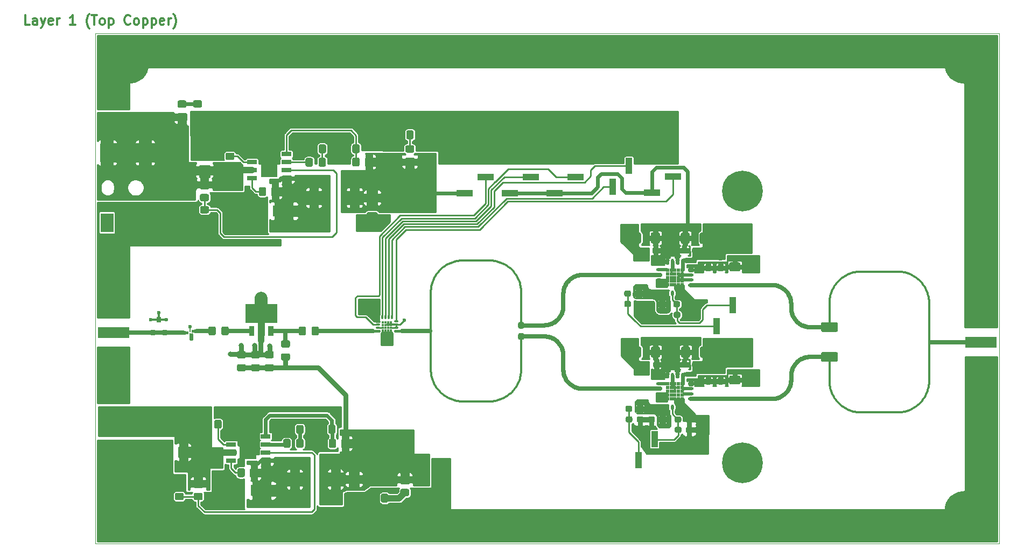
<source format=gbr>
G04 #@! TF.GenerationSoftware,KiCad,Pcbnew,(5.1.6)-1*
G04 #@! TF.CreationDate,2020-09-08T15:56:58+05:30*
G04 #@! TF.ProjectId,rj-2-4ghz-filter-amp,726a2d32-2d34-4676-987a-2d66696c7465,rev?*
G04 #@! TF.SameCoordinates,Original*
G04 #@! TF.FileFunction,Copper,L1,Top*
G04 #@! TF.FilePolarity,Positive*
%FSLAX46Y46*%
G04 Gerber Fmt 4.6, Leading zero omitted, Abs format (unit mm)*
G04 Created by KiCad (PCBNEW (5.1.6)-1) date 2020-09-08 15:56:58*
%MOMM*%
%LPD*%
G01*
G04 APERTURE LIST*
G04 #@! TA.AperFunction,NonConductor*
%ADD10C,0.300000*%
G04 #@! TD*
G04 #@! TA.AperFunction,NonConductor*
%ADD11C,0.100000*%
G04 #@! TD*
G04 #@! TA.AperFunction,Profile*
%ADD12C,0.050000*%
G04 #@! TD*
G04 #@! TA.AperFunction,EtchedComponent*
%ADD13C,0.100000*%
G04 #@! TD*
G04 #@! TA.AperFunction,SMDPad,CuDef*
%ADD14R,2.560000X3.450000*%
G04 #@! TD*
G04 #@! TA.AperFunction,SMDPad,CuDef*
%ADD15R,1.525000X0.700000*%
G04 #@! TD*
G04 #@! TA.AperFunction,SMDPad,CuDef*
%ADD16R,1.000000X2.510000*%
G04 #@! TD*
G04 #@! TA.AperFunction,SMDPad,CuDef*
%ADD17R,2.510000X1.000000*%
G04 #@! TD*
G04 #@! TA.AperFunction,SMDPad,CuDef*
%ADD18R,2.000000X3.000000*%
G04 #@! TD*
G04 #@! TA.AperFunction,ComponentPad*
%ADD19C,6.400000*%
G04 #@! TD*
G04 #@! TA.AperFunction,ComponentPad*
%ADD20C,0.800000*%
G04 #@! TD*
G04 #@! TA.AperFunction,SMDPad,CuDef*
%ADD21R,1.500000X2.200000*%
G04 #@! TD*
G04 #@! TA.AperFunction,SMDPad,CuDef*
%ADD22R,3.500000X1.800000*%
G04 #@! TD*
G04 #@! TA.AperFunction,SMDPad,CuDef*
%ADD23C,0.100000*%
G04 #@! TD*
G04 #@! TA.AperFunction,ComponentPad*
%ADD24C,0.287500*%
G04 #@! TD*
G04 #@! TA.AperFunction,SMDPad,CuDef*
%ADD25R,0.575000X0.575000*%
G04 #@! TD*
G04 #@! TA.AperFunction,SMDPad,CuDef*
%ADD26O,0.500000X0.900000*%
G04 #@! TD*
G04 #@! TA.AperFunction,SMDPad,CuDef*
%ADD27O,0.900000X0.500000*%
G04 #@! TD*
G04 #@! TA.AperFunction,ComponentPad*
%ADD28C,0.212500*%
G04 #@! TD*
G04 #@! TA.AperFunction,SMDPad,CuDef*
%ADD29R,0.425000X0.425000*%
G04 #@! TD*
G04 #@! TA.AperFunction,SMDPad,CuDef*
%ADD30O,0.300000X0.700000*%
G04 #@! TD*
G04 #@! TA.AperFunction,SMDPad,CuDef*
%ADD31O,0.700000X0.300000*%
G04 #@! TD*
G04 #@! TA.AperFunction,SMDPad,CuDef*
%ADD32R,0.800000X0.900000*%
G04 #@! TD*
G04 #@! TA.AperFunction,SMDPad,CuDef*
%ADD33R,5.000000X1.778000*%
G04 #@! TD*
G04 #@! TA.AperFunction,SMDPad,CuDef*
%ADD34R,0.230000X0.300000*%
G04 #@! TD*
G04 #@! TA.AperFunction,ViaPad*
%ADD35C,1.000000*%
G04 #@! TD*
G04 #@! TA.AperFunction,ViaPad*
%ADD36C,0.600000*%
G04 #@! TD*
G04 #@! TA.AperFunction,ViaPad*
%ADD37C,0.800000*%
G04 #@! TD*
G04 #@! TA.AperFunction,Conductor*
%ADD38C,0.400000*%
G04 #@! TD*
G04 #@! TA.AperFunction,Conductor*
%ADD39C,0.635000*%
G04 #@! TD*
G04 #@! TA.AperFunction,Conductor*
%ADD40C,0.200000*%
G04 #@! TD*
G04 #@! TA.AperFunction,Conductor*
%ADD41C,0.500000*%
G04 #@! TD*
G04 #@! TA.AperFunction,Conductor*
%ADD42C,0.250000*%
G04 #@! TD*
G04 #@! TA.AperFunction,Conductor*
%ADD43C,0.300000*%
G04 #@! TD*
G04 #@! TA.AperFunction,Conductor*
%ADD44C,2.000000*%
G04 #@! TD*
G04 #@! TA.AperFunction,Conductor*
%ADD45C,1.000000*%
G04 #@! TD*
G04 #@! TA.AperFunction,Conductor*
%ADD46C,0.600000*%
G04 #@! TD*
G04 #@! TA.AperFunction,Conductor*
%ADD47C,0.340000*%
G04 #@! TD*
G04 #@! TA.AperFunction,Conductor*
%ADD48C,0.800000*%
G04 #@! TD*
G04 #@! TA.AperFunction,Conductor*
%ADD49C,0.254000*%
G04 #@! TD*
G04 #@! TA.AperFunction,Conductor*
%ADD50C,0.100000*%
G04 #@! TD*
G04 APERTURE END LIST*
D10*
X80934682Y-41925631D02*
X80220397Y-41925631D01*
X80220397Y-40425631D01*
X82077540Y-41925631D02*
X82077540Y-41139917D01*
X82006111Y-40997060D01*
X81863254Y-40925631D01*
X81577540Y-40925631D01*
X81434682Y-40997060D01*
X82077540Y-41854202D02*
X81934682Y-41925631D01*
X81577540Y-41925631D01*
X81434682Y-41854202D01*
X81363254Y-41711345D01*
X81363254Y-41568488D01*
X81434682Y-41425631D01*
X81577540Y-41354202D01*
X81934682Y-41354202D01*
X82077540Y-41282774D01*
X82648968Y-40925631D02*
X83006111Y-41925631D01*
X83363254Y-40925631D02*
X83006111Y-41925631D01*
X82863254Y-42282774D01*
X82791825Y-42354202D01*
X82648968Y-42425631D01*
X84506111Y-41854202D02*
X84363254Y-41925631D01*
X84077540Y-41925631D01*
X83934682Y-41854202D01*
X83863254Y-41711345D01*
X83863254Y-41139917D01*
X83934682Y-40997060D01*
X84077540Y-40925631D01*
X84363254Y-40925631D01*
X84506111Y-40997060D01*
X84577540Y-41139917D01*
X84577540Y-41282774D01*
X83863254Y-41425631D01*
X85220397Y-41925631D02*
X85220397Y-40925631D01*
X85220397Y-41211345D02*
X85291825Y-41068488D01*
X85363254Y-40997060D01*
X85506111Y-40925631D01*
X85648968Y-40925631D01*
X88077540Y-41925631D02*
X87220397Y-41925631D01*
X87648968Y-41925631D02*
X87648968Y-40425631D01*
X87506111Y-40639917D01*
X87363254Y-40782774D01*
X87220397Y-40854202D01*
X90291825Y-42497060D02*
X90220397Y-42425631D01*
X90077540Y-42211345D01*
X90006111Y-42068488D01*
X89934682Y-41854202D01*
X89863254Y-41497060D01*
X89863254Y-41211345D01*
X89934682Y-40854202D01*
X90006111Y-40639917D01*
X90077540Y-40497060D01*
X90220397Y-40282774D01*
X90291825Y-40211345D01*
X90648968Y-40425631D02*
X91506111Y-40425631D01*
X91077540Y-41925631D02*
X91077540Y-40425631D01*
X92220397Y-41925631D02*
X92077540Y-41854202D01*
X92006111Y-41782774D01*
X91934682Y-41639917D01*
X91934682Y-41211345D01*
X92006111Y-41068488D01*
X92077540Y-40997060D01*
X92220397Y-40925631D01*
X92434682Y-40925631D01*
X92577540Y-40997060D01*
X92648968Y-41068488D01*
X92720397Y-41211345D01*
X92720397Y-41639917D01*
X92648968Y-41782774D01*
X92577540Y-41854202D01*
X92434682Y-41925631D01*
X92220397Y-41925631D01*
X93363254Y-40925631D02*
X93363254Y-42425631D01*
X93363254Y-40997060D02*
X93506111Y-40925631D01*
X93791825Y-40925631D01*
X93934682Y-40997060D01*
X94006111Y-41068488D01*
X94077540Y-41211345D01*
X94077540Y-41639917D01*
X94006111Y-41782774D01*
X93934682Y-41854202D01*
X93791825Y-41925631D01*
X93506111Y-41925631D01*
X93363254Y-41854202D01*
X96720397Y-41782774D02*
X96648968Y-41854202D01*
X96434682Y-41925631D01*
X96291825Y-41925631D01*
X96077540Y-41854202D01*
X95934682Y-41711345D01*
X95863254Y-41568488D01*
X95791825Y-41282774D01*
X95791825Y-41068488D01*
X95863254Y-40782774D01*
X95934682Y-40639917D01*
X96077540Y-40497060D01*
X96291825Y-40425631D01*
X96434682Y-40425631D01*
X96648968Y-40497060D01*
X96720397Y-40568488D01*
X97577540Y-41925631D02*
X97434682Y-41854202D01*
X97363254Y-41782774D01*
X97291825Y-41639917D01*
X97291825Y-41211345D01*
X97363254Y-41068488D01*
X97434682Y-40997060D01*
X97577540Y-40925631D01*
X97791825Y-40925631D01*
X97934682Y-40997060D01*
X98006111Y-41068488D01*
X98077540Y-41211345D01*
X98077540Y-41639917D01*
X98006111Y-41782774D01*
X97934682Y-41854202D01*
X97791825Y-41925631D01*
X97577540Y-41925631D01*
X98720397Y-40925631D02*
X98720397Y-42425631D01*
X98720397Y-40997060D02*
X98863254Y-40925631D01*
X99148968Y-40925631D01*
X99291825Y-40997060D01*
X99363254Y-41068488D01*
X99434682Y-41211345D01*
X99434682Y-41639917D01*
X99363254Y-41782774D01*
X99291825Y-41854202D01*
X99148968Y-41925631D01*
X98863254Y-41925631D01*
X98720397Y-41854202D01*
X100077540Y-40925631D02*
X100077540Y-42425631D01*
X100077540Y-40997060D02*
X100220397Y-40925631D01*
X100506111Y-40925631D01*
X100648968Y-40997060D01*
X100720397Y-41068488D01*
X100791825Y-41211345D01*
X100791825Y-41639917D01*
X100720397Y-41782774D01*
X100648968Y-41854202D01*
X100506111Y-41925631D01*
X100220397Y-41925631D01*
X100077540Y-41854202D01*
X102006111Y-41854202D02*
X101863254Y-41925631D01*
X101577540Y-41925631D01*
X101434682Y-41854202D01*
X101363254Y-41711345D01*
X101363254Y-41139917D01*
X101434682Y-40997060D01*
X101577540Y-40925631D01*
X101863254Y-40925631D01*
X102006111Y-40997060D01*
X102077540Y-41139917D01*
X102077540Y-41282774D01*
X101363254Y-41425631D01*
X102720397Y-41925631D02*
X102720397Y-40925631D01*
X102720397Y-41211345D02*
X102791825Y-41068488D01*
X102863254Y-40997060D01*
X103006111Y-40925631D01*
X103148968Y-40925631D01*
X103506111Y-42497060D02*
X103577540Y-42425631D01*
X103720397Y-42211345D01*
X103791825Y-42068488D01*
X103863254Y-41854202D01*
X103934682Y-41497060D01*
X103934682Y-41211345D01*
X103863254Y-40854202D01*
X103791825Y-40639917D01*
X103720397Y-40497060D01*
X103577540Y-40282774D01*
X103506111Y-40211345D01*
D11*
G36*
X107221020Y-90363040D02*
G01*
X106418380Y-90238580D01*
X106418380Y-89951560D01*
X107221020Y-89827100D01*
X107221020Y-90363040D01*
G37*
X107221020Y-90363040D02*
X106418380Y-90238580D01*
X106418380Y-89951560D01*
X107221020Y-89827100D01*
X107221020Y-90363040D01*
G36*
X139471400Y-90368120D02*
G01*
X138750040Y-90197940D01*
X138752580Y-89999820D01*
X139471400Y-89829640D01*
X139471400Y-90368120D01*
G37*
X139471400Y-90368120D02*
X138750040Y-90197940D01*
X138752580Y-89999820D01*
X139471400Y-89829640D01*
X139471400Y-90368120D01*
G36*
X135539480Y-89999820D02*
G01*
X135536940Y-90197940D01*
X134818120Y-90368120D01*
X134818120Y-89829640D01*
X135539480Y-89999820D01*
G37*
X135539480Y-89999820D02*
X135536940Y-90197940D01*
X134818120Y-90368120D01*
X134818120Y-89829640D01*
X135539480Y-89999820D01*
G36*
X105824020Y-90200480D02*
G01*
X105824020Y-90487500D01*
X105021380Y-90611960D01*
X105021380Y-90076020D01*
X105824020Y-90200480D01*
G37*
X105824020Y-90200480D02*
X105824020Y-90487500D01*
X105021380Y-90611960D01*
X105021380Y-90076020D01*
X105824020Y-90200480D01*
D12*
X233400600Y-43286680D02*
X91183460Y-43286680D01*
X91183460Y-43286680D02*
X91183460Y-123548140D01*
X233400600Y-123548140D02*
X233400600Y-43286680D01*
X91183460Y-123548140D02*
X233400600Y-123548140D01*
D13*
G36*
X116853140Y-89402920D02*
G01*
X117805640Y-89402920D01*
X117805640Y-88767920D01*
X116853140Y-88767920D01*
X116853140Y-89402920D01*
G37*
X116853140Y-89402920D02*
X117805640Y-89402920D01*
X117805640Y-88767920D01*
X116853140Y-88767920D01*
X116853140Y-89402920D01*
G04 #@! TA.AperFunction,SMDPad,CuDef*
G36*
G01*
X207742481Y-90264571D02*
X205592479Y-90264571D01*
G75*
G02*
X205342480Y-90014572I0J249999D01*
G01*
X205342480Y-88989570D01*
G75*
G02*
X205592479Y-88739571I249999J0D01*
G01*
X207742481Y-88739571D01*
G75*
G02*
X207992480Y-88989570I0J-249999D01*
G01*
X207992480Y-90014572D01*
G75*
G02*
X207742481Y-90264571I-249999J0D01*
G01*
G37*
G04 #@! TD.AperFunction*
G04 #@! TA.AperFunction,SMDPad,CuDef*
G36*
G01*
X207742481Y-94939571D02*
X205592479Y-94939571D01*
G75*
G02*
X205342480Y-94689572I0J249999D01*
G01*
X205342480Y-93664570D01*
G75*
G02*
X205592479Y-93414571I249999J0D01*
G01*
X207742481Y-93414571D01*
G75*
G02*
X207992480Y-93664570I0J-249999D01*
G01*
X207992480Y-94689572D01*
G75*
G02*
X207742481Y-94939571I-249999J0D01*
G01*
G37*
G04 #@! TD.AperFunction*
D14*
X115305840Y-108569760D03*
D15*
X112593840Y-110474760D03*
X112593840Y-109204760D03*
X112593840Y-107934760D03*
X112593840Y-106664760D03*
X118017840Y-106664760D03*
X118017840Y-107934760D03*
X118017840Y-109204760D03*
X118017840Y-110474760D03*
D14*
X118579900Y-64185800D03*
D15*
X115867900Y-66090800D03*
X115867900Y-64820800D03*
X115867900Y-63550800D03*
X115867900Y-62280800D03*
X121291900Y-62280800D03*
X121291900Y-63550800D03*
X121291900Y-64820800D03*
X121291900Y-66090800D03*
D16*
X179151280Y-107091100D03*
X176611280Y-110401100D03*
X191457580Y-86038500D03*
X188917580Y-89348500D03*
X172603160Y-67428300D03*
X175143160Y-64118300D03*
D17*
X178784060Y-63258700D03*
X178784060Y-68338700D03*
X182094060Y-65798700D03*
X163429760Y-63309500D03*
X163429760Y-68389500D03*
X166739760Y-65849500D03*
X156381260Y-63309500D03*
X156381260Y-68389500D03*
X159691260Y-65849500D03*
X149269260Y-63309500D03*
X149269260Y-68389500D03*
X152579260Y-65849500D03*
D18*
X93062800Y-62051300D03*
X99062800Y-62051300D03*
X99062800Y-73051300D03*
X93062800Y-73051300D03*
D19*
X193000000Y-110825280D03*
D20*
X195400000Y-110825280D03*
X194697056Y-112522336D03*
X193000000Y-113225280D03*
X191302944Y-112522336D03*
X190600000Y-110825280D03*
X191302944Y-109128224D03*
X193000000Y-108425280D03*
X194697056Y-109128224D03*
D19*
X193000000Y-68084700D03*
D20*
X195400000Y-68084700D03*
X194697056Y-69781756D03*
X193000000Y-70484700D03*
X191302944Y-69781756D03*
X190600000Y-68084700D03*
X191302944Y-66387644D03*
X193000000Y-65684700D03*
X194697056Y-66387644D03*
X98197056Y-46302944D03*
X96500000Y-45600000D03*
X94802944Y-46302944D03*
X94100000Y-48000000D03*
X94802944Y-49697056D03*
X96500000Y-50400000D03*
X98197056Y-49697056D03*
X98900000Y-48000000D03*
D19*
X96500000Y-48000000D03*
D20*
X98197056Y-116802944D03*
X96500000Y-116100000D03*
X94802944Y-116802944D03*
X94100000Y-118500000D03*
X94802944Y-120197056D03*
X96500000Y-120900000D03*
X98197056Y-120197056D03*
X98900000Y-118500000D03*
D19*
X96500000Y-118500000D03*
X228000000Y-118500000D03*
D20*
X230400000Y-118500000D03*
X229697056Y-120197056D03*
X228000000Y-120900000D03*
X226302944Y-120197056D03*
X225600000Y-118500000D03*
X226302944Y-116802944D03*
X228000000Y-116100000D03*
X229697056Y-116802944D03*
D19*
X228000000Y-48000000D03*
D20*
X230400000Y-48000000D03*
X229697056Y-49697056D03*
X228000000Y-50400000D03*
X226302944Y-49697056D03*
X225600000Y-48000000D03*
X226302944Y-46302944D03*
X228000000Y-45600000D03*
X229697056Y-46302944D03*
G04 #@! TA.AperFunction,SMDPad,CuDef*
G36*
G01*
X137283460Y-115940579D02*
X137283460Y-116840581D01*
G75*
G02*
X137033461Y-117090580I-249999J0D01*
G01*
X136383459Y-117090580D01*
G75*
G02*
X136133460Y-116840581I0J249999D01*
G01*
X136133460Y-115940579D01*
G75*
G02*
X136383459Y-115690580I249999J0D01*
G01*
X137033461Y-115690580D01*
G75*
G02*
X137283460Y-115940579I0J-249999D01*
G01*
G37*
G04 #@! TD.AperFunction*
G04 #@! TA.AperFunction,SMDPad,CuDef*
G36*
G01*
X135233460Y-115940579D02*
X135233460Y-116840581D01*
G75*
G02*
X134983461Y-117090580I-249999J0D01*
G01*
X134333459Y-117090580D01*
G75*
G02*
X134083460Y-116840581I0J249999D01*
G01*
X134083460Y-115940579D01*
G75*
G02*
X134333459Y-115690580I249999J0D01*
G01*
X134983461Y-115690580D01*
G75*
G02*
X135233460Y-115940579I0J-249999D01*
G01*
G37*
G04 #@! TD.AperFunction*
G04 #@! TA.AperFunction,SMDPad,CuDef*
G36*
G01*
X141275000Y-58790299D02*
X141275000Y-59690301D01*
G75*
G02*
X141025001Y-59940300I-249999J0D01*
G01*
X140374999Y-59940300D01*
G75*
G02*
X140125000Y-59690301I0J249999D01*
G01*
X140125000Y-58790299D01*
G75*
G02*
X140374999Y-58540300I249999J0D01*
G01*
X141025001Y-58540300D01*
G75*
G02*
X141275000Y-58790299I0J-249999D01*
G01*
G37*
G04 #@! TD.AperFunction*
G04 #@! TA.AperFunction,SMDPad,CuDef*
G36*
G01*
X139225000Y-58790299D02*
X139225000Y-59690301D01*
G75*
G02*
X138975001Y-59940300I-249999J0D01*
G01*
X138324999Y-59940300D01*
G75*
G02*
X138075000Y-59690301I0J249999D01*
G01*
X138075000Y-58790299D01*
G75*
G02*
X138324999Y-58540300I249999J0D01*
G01*
X138975001Y-58540300D01*
G75*
G02*
X139225000Y-58790299I0J-249999D01*
G01*
G37*
G04 #@! TD.AperFunction*
G04 #@! TA.AperFunction,SMDPad,CuDef*
G36*
G01*
X106856999Y-53811400D02*
X107757001Y-53811400D01*
G75*
G02*
X108007000Y-54061399I0J-249999D01*
G01*
X108007000Y-54711401D01*
G75*
G02*
X107757001Y-54961400I-249999J0D01*
G01*
X106856999Y-54961400D01*
G75*
G02*
X106607000Y-54711401I0J249999D01*
G01*
X106607000Y-54061399D01*
G75*
G02*
X106856999Y-53811400I249999J0D01*
G01*
G37*
G04 #@! TD.AperFunction*
G04 #@! TA.AperFunction,SMDPad,CuDef*
G36*
G01*
X106856999Y-55861400D02*
X107757001Y-55861400D01*
G75*
G02*
X108007000Y-56111399I0J-249999D01*
G01*
X108007000Y-56761401D01*
G75*
G02*
X107757001Y-57011400I-249999J0D01*
G01*
X106856999Y-57011400D01*
G75*
G02*
X106607000Y-56761401I0J249999D01*
G01*
X106607000Y-56111399D01*
G75*
G02*
X106856999Y-55861400I249999J0D01*
G01*
G37*
G04 #@! TD.AperFunction*
G04 #@! TA.AperFunction,SMDPad,CuDef*
G36*
G01*
X140333461Y-116090580D02*
X139433459Y-116090580D01*
G75*
G02*
X139183460Y-115840581I0J249999D01*
G01*
X139183460Y-115190579D01*
G75*
G02*
X139433459Y-114940580I249999J0D01*
G01*
X140333461Y-114940580D01*
G75*
G02*
X140583460Y-115190579I0J-249999D01*
G01*
X140583460Y-115840581D01*
G75*
G02*
X140333461Y-116090580I-249999J0D01*
G01*
G37*
G04 #@! TD.AperFunction*
G04 #@! TA.AperFunction,SMDPad,CuDef*
G36*
G01*
X140333461Y-114040580D02*
X139433459Y-114040580D01*
G75*
G02*
X139183460Y-113790581I0J249999D01*
G01*
X139183460Y-113140579D01*
G75*
G02*
X139433459Y-112890580I249999J0D01*
G01*
X140333461Y-112890580D01*
G75*
G02*
X140583460Y-113140579I0J-249999D01*
G01*
X140583460Y-113790581D01*
G75*
G02*
X140333461Y-114040580I-249999J0D01*
G01*
G37*
G04 #@! TD.AperFunction*
G04 #@! TA.AperFunction,SMDPad,CuDef*
G36*
G01*
X140224999Y-60890300D02*
X141125001Y-60890300D01*
G75*
G02*
X141375000Y-61140299I0J-249999D01*
G01*
X141375000Y-61790301D01*
G75*
G02*
X141125001Y-62040300I-249999J0D01*
G01*
X140224999Y-62040300D01*
G75*
G02*
X139975000Y-61790301I0J249999D01*
G01*
X139975000Y-61140299D01*
G75*
G02*
X140224999Y-60890300I249999J0D01*
G01*
G37*
G04 #@! TD.AperFunction*
G04 #@! TA.AperFunction,SMDPad,CuDef*
G36*
G01*
X140224999Y-62940300D02*
X141125001Y-62940300D01*
G75*
G02*
X141375000Y-63190299I0J-249999D01*
G01*
X141375000Y-63840301D01*
G75*
G02*
X141125001Y-64090300I-249999J0D01*
G01*
X140224999Y-64090300D01*
G75*
G02*
X139975000Y-63840301I0J249999D01*
G01*
X139975000Y-63190299D01*
G75*
G02*
X140224999Y-62940300I249999J0D01*
G01*
G37*
G04 #@! TD.AperFunction*
G04 #@! TA.AperFunction,SMDPad,CuDef*
G36*
G01*
X104406279Y-53820260D02*
X105306281Y-53820260D01*
G75*
G02*
X105556280Y-54070259I0J-249999D01*
G01*
X105556280Y-54720261D01*
G75*
G02*
X105306281Y-54970260I-249999J0D01*
G01*
X104406279Y-54970260D01*
G75*
G02*
X104156280Y-54720261I0J249999D01*
G01*
X104156280Y-54070259D01*
G75*
G02*
X104406279Y-53820260I249999J0D01*
G01*
G37*
G04 #@! TD.AperFunction*
G04 #@! TA.AperFunction,SMDPad,CuDef*
G36*
G01*
X104406279Y-55870260D02*
X105306281Y-55870260D01*
G75*
G02*
X105556280Y-56120259I0J-249999D01*
G01*
X105556280Y-56770261D01*
G75*
G02*
X105306281Y-57020260I-249999J0D01*
G01*
X104406279Y-57020260D01*
G75*
G02*
X104156280Y-56770261I0J249999D01*
G01*
X104156280Y-56120259D01*
G75*
G02*
X104406279Y-55870260I249999J0D01*
G01*
G37*
G04 #@! TD.AperFunction*
G04 #@! TA.AperFunction,SMDPad,CuDef*
G36*
G01*
X127931220Y-108229821D02*
X127931220Y-107329819D01*
G75*
G02*
X128181219Y-107079820I249999J0D01*
G01*
X128831221Y-107079820D01*
G75*
G02*
X129081220Y-107329819I0J-249999D01*
G01*
X129081220Y-108229821D01*
G75*
G02*
X128831221Y-108479820I-249999J0D01*
G01*
X128181219Y-108479820D01*
G75*
G02*
X127931220Y-108229821I0J249999D01*
G01*
G37*
G04 #@! TD.AperFunction*
G04 #@! TA.AperFunction,SMDPad,CuDef*
G36*
G01*
X129981220Y-108229821D02*
X129981220Y-107329819D01*
G75*
G02*
X130231219Y-107079820I249999J0D01*
G01*
X130881221Y-107079820D01*
G75*
G02*
X131131220Y-107329819I0J-249999D01*
G01*
X131131220Y-108229821D01*
G75*
G02*
X130881221Y-108479820I-249999J0D01*
G01*
X130231219Y-108479820D01*
G75*
G02*
X129981220Y-108229821I0J249999D01*
G01*
G37*
G04 #@! TD.AperFunction*
G04 #@! TA.AperFunction,SMDPad,CuDef*
G36*
G01*
X128991160Y-105109859D02*
X128991160Y-106009861D01*
G75*
G02*
X128741161Y-106259860I-249999J0D01*
G01*
X128091159Y-106259860D01*
G75*
G02*
X127841160Y-106009861I0J249999D01*
G01*
X127841160Y-105109859D01*
G75*
G02*
X128091159Y-104859860I249999J0D01*
G01*
X128741161Y-104859860D01*
G75*
G02*
X128991160Y-105109859I0J-249999D01*
G01*
G37*
G04 #@! TD.AperFunction*
G04 #@! TA.AperFunction,SMDPad,CuDef*
G36*
G01*
X126941160Y-105109859D02*
X126941160Y-106009861D01*
G75*
G02*
X126691161Y-106259860I-249999J0D01*
G01*
X126041159Y-106259860D01*
G75*
G02*
X125791160Y-106009861I0J249999D01*
G01*
X125791160Y-105109859D01*
G75*
G02*
X126041159Y-104859860I249999J0D01*
G01*
X126691161Y-104859860D01*
G75*
G02*
X126941160Y-105109859I0J-249999D01*
G01*
G37*
G04 #@! TD.AperFunction*
G04 #@! TA.AperFunction,SMDPad,CuDef*
G36*
G01*
X109933460Y-105215581D02*
X109933460Y-104315579D01*
G75*
G02*
X110183459Y-104065580I249999J0D01*
G01*
X110833461Y-104065580D01*
G75*
G02*
X111083460Y-104315579I0J-249999D01*
G01*
X111083460Y-105215581D01*
G75*
G02*
X110833461Y-105465580I-249999J0D01*
G01*
X110183459Y-105465580D01*
G75*
G02*
X109933460Y-105215581I0J249999D01*
G01*
G37*
G04 #@! TD.AperFunction*
G04 #@! TA.AperFunction,SMDPad,CuDef*
G36*
G01*
X111983460Y-105215581D02*
X111983460Y-104315579D01*
G75*
G02*
X112233459Y-104065580I249999J0D01*
G01*
X112883461Y-104065580D01*
G75*
G02*
X113133460Y-104315579I0J-249999D01*
G01*
X113133460Y-105215581D01*
G75*
G02*
X112883461Y-105465580I-249999J0D01*
G01*
X112233459Y-105465580D01*
G75*
G02*
X111983460Y-105215581I0J249999D01*
G01*
G37*
G04 #@! TD.AperFunction*
G04 #@! TA.AperFunction,SMDPad,CuDef*
G36*
G01*
X123961960Y-105132719D02*
X123961960Y-106032721D01*
G75*
G02*
X123711961Y-106282720I-249999J0D01*
G01*
X123061959Y-106282720D01*
G75*
G02*
X122811960Y-106032721I0J249999D01*
G01*
X122811960Y-105132719D01*
G75*
G02*
X123061959Y-104882720I249999J0D01*
G01*
X123711961Y-104882720D01*
G75*
G02*
X123961960Y-105132719I0J-249999D01*
G01*
G37*
G04 #@! TD.AperFunction*
G04 #@! TA.AperFunction,SMDPad,CuDef*
G36*
G01*
X121911960Y-105132719D02*
X121911960Y-106032721D01*
G75*
G02*
X121661961Y-106282720I-249999J0D01*
G01*
X121011959Y-106282720D01*
G75*
G02*
X120761960Y-106032721I0J249999D01*
G01*
X120761960Y-105132719D01*
G75*
G02*
X121011959Y-104882720I249999J0D01*
G01*
X121661961Y-104882720D01*
G75*
G02*
X121911960Y-105132719I0J-249999D01*
G01*
G37*
G04 #@! TD.AperFunction*
G04 #@! TA.AperFunction,SMDPad,CuDef*
G36*
G01*
X104866861Y-116714180D02*
X103966859Y-116714180D01*
G75*
G02*
X103716860Y-116464181I0J249999D01*
G01*
X103716860Y-115814179D01*
G75*
G02*
X103966859Y-115564180I249999J0D01*
G01*
X104866861Y-115564180D01*
G75*
G02*
X105116860Y-115814179I0J-249999D01*
G01*
X105116860Y-116464181D01*
G75*
G02*
X104866861Y-116714180I-249999J0D01*
G01*
G37*
G04 #@! TD.AperFunction*
G04 #@! TA.AperFunction,SMDPad,CuDef*
G36*
G01*
X104866861Y-114664180D02*
X103966859Y-114664180D01*
G75*
G02*
X103716860Y-114414181I0J249999D01*
G01*
X103716860Y-113764179D01*
G75*
G02*
X103966859Y-113514180I249999J0D01*
G01*
X104866861Y-113514180D01*
G75*
G02*
X105116860Y-113764179I0J-249999D01*
G01*
X105116860Y-114414181D01*
G75*
G02*
X104866861Y-114664180I-249999J0D01*
G01*
G37*
G04 #@! TD.AperFunction*
G04 #@! TA.AperFunction,SMDPad,CuDef*
G36*
G01*
X106953899Y-113517880D02*
X107853901Y-113517880D01*
G75*
G02*
X108103900Y-113767879I0J-249999D01*
G01*
X108103900Y-114417881D01*
G75*
G02*
X107853901Y-114667880I-249999J0D01*
G01*
X106953899Y-114667880D01*
G75*
G02*
X106703900Y-114417881I0J249999D01*
G01*
X106703900Y-113767879D01*
G75*
G02*
X106953899Y-113517880I249999J0D01*
G01*
G37*
G04 #@! TD.AperFunction*
G04 #@! TA.AperFunction,SMDPad,CuDef*
G36*
G01*
X106953899Y-115567880D02*
X107853901Y-115567880D01*
G75*
G02*
X108103900Y-115817879I0J-249999D01*
G01*
X108103900Y-116467881D01*
G75*
G02*
X107853901Y-116717880I-249999J0D01*
G01*
X106953899Y-116717880D01*
G75*
G02*
X106703900Y-116467881I0J249999D01*
G01*
X106703900Y-115817879D01*
G75*
G02*
X106953899Y-115567880I249999J0D01*
G01*
G37*
G04 #@! TD.AperFunction*
G04 #@! TA.AperFunction,SMDPad,CuDef*
G36*
G01*
X131633160Y-63962701D02*
X131633160Y-63062699D01*
G75*
G02*
X131883159Y-62812700I249999J0D01*
G01*
X132533161Y-62812700D01*
G75*
G02*
X132783160Y-63062699I0J-249999D01*
G01*
X132783160Y-63962701D01*
G75*
G02*
X132533161Y-64212700I-249999J0D01*
G01*
X131883159Y-64212700D01*
G75*
G02*
X131633160Y-63962701I0J249999D01*
G01*
G37*
G04 #@! TD.AperFunction*
G04 #@! TA.AperFunction,SMDPad,CuDef*
G36*
G01*
X133683160Y-63962701D02*
X133683160Y-63062699D01*
G75*
G02*
X133933159Y-62812700I249999J0D01*
G01*
X134583161Y-62812700D01*
G75*
G02*
X134833160Y-63062699I0J-249999D01*
G01*
X134833160Y-63962701D01*
G75*
G02*
X134583161Y-64212700I-249999J0D01*
G01*
X133933159Y-64212700D01*
G75*
G02*
X133683160Y-63962701I0J249999D01*
G01*
G37*
G04 #@! TD.AperFunction*
G04 #@! TA.AperFunction,SMDPad,CuDef*
G36*
G01*
X132785920Y-60974819D02*
X132785920Y-61874821D01*
G75*
G02*
X132535921Y-62124820I-249999J0D01*
G01*
X131885919Y-62124820D01*
G75*
G02*
X131635920Y-61874821I0J249999D01*
G01*
X131635920Y-60974819D01*
G75*
G02*
X131885919Y-60724820I249999J0D01*
G01*
X132535921Y-60724820D01*
G75*
G02*
X132785920Y-60974819I0J-249999D01*
G01*
G37*
G04 #@! TD.AperFunction*
G04 #@! TA.AperFunction,SMDPad,CuDef*
G36*
G01*
X130735920Y-60974819D02*
X130735920Y-61874821D01*
G75*
G02*
X130485921Y-62124820I-249999J0D01*
G01*
X129835919Y-62124820D01*
G75*
G02*
X129585920Y-61874821I0J249999D01*
G01*
X129585920Y-60974819D01*
G75*
G02*
X129835919Y-60724820I249999J0D01*
G01*
X130485921Y-60724820D01*
G75*
G02*
X130735920Y-60974819I0J-249999D01*
G01*
G37*
G04 #@! TD.AperFunction*
G04 #@! TA.AperFunction,SMDPad,CuDef*
G36*
G01*
X112857701Y-63195000D02*
X111957699Y-63195000D01*
G75*
G02*
X111707700Y-62945001I0J249999D01*
G01*
X111707700Y-62294999D01*
G75*
G02*
X111957699Y-62045000I249999J0D01*
G01*
X112857701Y-62045000D01*
G75*
G02*
X113107700Y-62294999I0J-249999D01*
G01*
X113107700Y-62945001D01*
G75*
G02*
X112857701Y-63195000I-249999J0D01*
G01*
G37*
G04 #@! TD.AperFunction*
G04 #@! TA.AperFunction,SMDPad,CuDef*
G36*
G01*
X112857701Y-61145000D02*
X111957699Y-61145000D01*
G75*
G02*
X111707700Y-60895001I0J249999D01*
G01*
X111707700Y-60244999D01*
G75*
G02*
X111957699Y-59995000I249999J0D01*
G01*
X112857701Y-59995000D01*
G75*
G02*
X113107700Y-60244999I0J-249999D01*
G01*
X113107700Y-60895001D01*
G75*
G02*
X112857701Y-61145000I-249999J0D01*
G01*
G37*
G04 #@! TD.AperFunction*
G04 #@! TA.AperFunction,SMDPad,CuDef*
G36*
G01*
X127507800Y-60992599D02*
X127507800Y-61892601D01*
G75*
G02*
X127257801Y-62142600I-249999J0D01*
G01*
X126607799Y-62142600D01*
G75*
G02*
X126357800Y-61892601I0J249999D01*
G01*
X126357800Y-60992599D01*
G75*
G02*
X126607799Y-60742600I249999J0D01*
G01*
X127257801Y-60742600D01*
G75*
G02*
X127507800Y-60992599I0J-249999D01*
G01*
G37*
G04 #@! TD.AperFunction*
G04 #@! TA.AperFunction,SMDPad,CuDef*
G36*
G01*
X125457800Y-60992599D02*
X125457800Y-61892601D01*
G75*
G02*
X125207801Y-62142600I-249999J0D01*
G01*
X124557799Y-62142600D01*
G75*
G02*
X124307800Y-61892601I0J249999D01*
G01*
X124307800Y-60992599D01*
G75*
G02*
X124557799Y-60742600I249999J0D01*
G01*
X125207801Y-60742600D01*
G75*
G02*
X125457800Y-60992599I0J-249999D01*
G01*
G37*
G04 #@! TD.AperFunction*
G04 #@! TA.AperFunction,SMDPad,CuDef*
G36*
G01*
X107947039Y-70457260D02*
X108847041Y-70457260D01*
G75*
G02*
X109097040Y-70707259I0J-249999D01*
G01*
X109097040Y-71357261D01*
G75*
G02*
X108847041Y-71607260I-249999J0D01*
G01*
X107947039Y-71607260D01*
G75*
G02*
X107697040Y-71357261I0J249999D01*
G01*
X107697040Y-70707259D01*
G75*
G02*
X107947039Y-70457260I249999J0D01*
G01*
G37*
G04 #@! TD.AperFunction*
G04 #@! TA.AperFunction,SMDPad,CuDef*
G36*
G01*
X107947039Y-72507260D02*
X108847041Y-72507260D01*
G75*
G02*
X109097040Y-72757259I0J-249999D01*
G01*
X109097040Y-73407261D01*
G75*
G02*
X108847041Y-73657260I-249999J0D01*
G01*
X107947039Y-73657260D01*
G75*
G02*
X107697040Y-73407261I0J249999D01*
G01*
X107697040Y-72757259D01*
G75*
G02*
X107947039Y-72507260I249999J0D01*
G01*
G37*
G04 #@! TD.AperFunction*
G04 #@! TA.AperFunction,SMDPad,CuDef*
G36*
G01*
X107931799Y-66489780D02*
X108831801Y-66489780D01*
G75*
G02*
X109081800Y-66739779I0J-249999D01*
G01*
X109081800Y-67389781D01*
G75*
G02*
X108831801Y-67639780I-249999J0D01*
G01*
X107931799Y-67639780D01*
G75*
G02*
X107681800Y-67389781I0J249999D01*
G01*
X107681800Y-66739779D01*
G75*
G02*
X107931799Y-66489780I249999J0D01*
G01*
G37*
G04 #@! TD.AperFunction*
G04 #@! TA.AperFunction,SMDPad,CuDef*
G36*
G01*
X107931799Y-68539780D02*
X108831801Y-68539780D01*
G75*
G02*
X109081800Y-68789779I0J-249999D01*
G01*
X109081800Y-69439781D01*
G75*
G02*
X108831801Y-69689780I-249999J0D01*
G01*
X107931799Y-69689780D01*
G75*
G02*
X107681800Y-69439781I0J249999D01*
G01*
X107681800Y-68789779D01*
G75*
G02*
X107931799Y-68539780I249999J0D01*
G01*
G37*
G04 #@! TD.AperFunction*
D21*
X122596040Y-113456720D03*
X128996040Y-113456720D03*
X125594220Y-69144680D03*
X131994220Y-69144680D03*
D22*
X117379120Y-115204240D03*
X112379120Y-115204240D03*
X120850000Y-71215300D03*
X115850000Y-71215300D03*
G04 #@! TA.AperFunction,SMDPad,CuDef*
G36*
G01*
X131277200Y-112714680D02*
X132527200Y-112714680D01*
G75*
G02*
X132777200Y-112964680I0J-250000D01*
G01*
X132777200Y-113889680D01*
G75*
G02*
X132527200Y-114139680I-250000J0D01*
G01*
X131277200Y-114139680D01*
G75*
G02*
X131027200Y-113889680I0J250000D01*
G01*
X131027200Y-112964680D01*
G75*
G02*
X131277200Y-112714680I250000J0D01*
G01*
G37*
G04 #@! TD.AperFunction*
G04 #@! TA.AperFunction,SMDPad,CuDef*
G36*
G01*
X131277200Y-115689680D02*
X132527200Y-115689680D01*
G75*
G02*
X132777200Y-115939680I0J-250000D01*
G01*
X132777200Y-116864680D01*
G75*
G02*
X132527200Y-117114680I-250000J0D01*
G01*
X131277200Y-117114680D01*
G75*
G02*
X131027200Y-116864680I0J250000D01*
G01*
X131027200Y-115939680D01*
G75*
G02*
X131277200Y-115689680I250000J0D01*
G01*
G37*
G04 #@! TD.AperFunction*
G04 #@! TA.AperFunction,SMDPad,CuDef*
G36*
G01*
X116789000Y-111950079D02*
X116789000Y-112850081D01*
G75*
G02*
X116539001Y-113100080I-249999J0D01*
G01*
X115888999Y-113100080D01*
G75*
G02*
X115639000Y-112850081I0J249999D01*
G01*
X115639000Y-111950079D01*
G75*
G02*
X115888999Y-111700080I249999J0D01*
G01*
X116539001Y-111700080D01*
G75*
G02*
X116789000Y-111950079I0J-249999D01*
G01*
G37*
G04 #@! TD.AperFunction*
G04 #@! TA.AperFunction,SMDPad,CuDef*
G36*
G01*
X114739000Y-111950079D02*
X114739000Y-112850081D01*
G75*
G02*
X114489001Y-113100080I-249999J0D01*
G01*
X113838999Y-113100080D01*
G75*
G02*
X113589000Y-112850081I0J249999D01*
G01*
X113589000Y-111950079D01*
G75*
G02*
X113838999Y-111700080I249999J0D01*
G01*
X114489001Y-111700080D01*
G75*
G02*
X114739000Y-111950079I0J-249999D01*
G01*
G37*
G04 #@! TD.AperFunction*
G04 #@! TA.AperFunction,SMDPad,CuDef*
G36*
G01*
X120764500Y-108219661D02*
X120764500Y-107319659D01*
G75*
G02*
X121014499Y-107069660I249999J0D01*
G01*
X121664501Y-107069660D01*
G75*
G02*
X121914500Y-107319659I0J-249999D01*
G01*
X121914500Y-108219661D01*
G75*
G02*
X121664501Y-108469660I-249999J0D01*
G01*
X121014499Y-108469660D01*
G75*
G02*
X120764500Y-108219661I0J249999D01*
G01*
G37*
G04 #@! TD.AperFunction*
G04 #@! TA.AperFunction,SMDPad,CuDef*
G36*
G01*
X122814500Y-108219661D02*
X122814500Y-107319659D01*
G75*
G02*
X123064499Y-107069660I249999J0D01*
G01*
X123714501Y-107069660D01*
G75*
G02*
X123964500Y-107319659I0J-249999D01*
G01*
X123964500Y-108219661D01*
G75*
G02*
X123714501Y-108469660I-249999J0D01*
G01*
X123064499Y-108469660D01*
G75*
G02*
X122814500Y-108219661I0J249999D01*
G01*
G37*
G04 #@! TD.AperFunction*
G04 #@! TA.AperFunction,SMDPad,CuDef*
G36*
G01*
X105788820Y-108528960D02*
X105788820Y-109778960D01*
G75*
G02*
X105538820Y-110028960I-250000J0D01*
G01*
X104613820Y-110028960D01*
G75*
G02*
X104363820Y-109778960I0J250000D01*
G01*
X104363820Y-108528960D01*
G75*
G02*
X104613820Y-108278960I250000J0D01*
G01*
X105538820Y-108278960D01*
G75*
G02*
X105788820Y-108528960I0J-250000D01*
G01*
G37*
G04 #@! TD.AperFunction*
G04 #@! TA.AperFunction,SMDPad,CuDef*
G36*
G01*
X102813820Y-108528960D02*
X102813820Y-109778960D01*
G75*
G02*
X102563820Y-110028960I-250000J0D01*
G01*
X101638820Y-110028960D01*
G75*
G02*
X101388820Y-109778960I0J250000D01*
G01*
X101388820Y-108528960D01*
G75*
G02*
X101638820Y-108278960I250000J0D01*
G01*
X102563820Y-108278960D01*
G75*
G02*
X102813820Y-108528960I0J-250000D01*
G01*
G37*
G04 #@! TD.AperFunction*
G04 #@! TA.AperFunction,SMDPad,CuDef*
G36*
G01*
X134138220Y-68430580D02*
X135388220Y-68430580D01*
G75*
G02*
X135638220Y-68680580I0J-250000D01*
G01*
X135638220Y-69605580D01*
G75*
G02*
X135388220Y-69855580I-250000J0D01*
G01*
X134138220Y-69855580D01*
G75*
G02*
X133888220Y-69605580I0J250000D01*
G01*
X133888220Y-68680580D01*
G75*
G02*
X134138220Y-68430580I250000J0D01*
G01*
G37*
G04 #@! TD.AperFunction*
G04 #@! TA.AperFunction,SMDPad,CuDef*
G36*
G01*
X134138220Y-71405580D02*
X135388220Y-71405580D01*
G75*
G02*
X135638220Y-71655580I0J-250000D01*
G01*
X135638220Y-72580580D01*
G75*
G02*
X135388220Y-72830580I-250000J0D01*
G01*
X134138220Y-72830580D01*
G75*
G02*
X133888220Y-72580580I0J250000D01*
G01*
X133888220Y-71655580D01*
G75*
G02*
X134138220Y-71405580I250000J0D01*
G01*
G37*
G04 #@! TD.AperFunction*
G04 #@! TA.AperFunction,SMDPad,CuDef*
G36*
G01*
X120132800Y-67710899D02*
X120132800Y-68610901D01*
G75*
G02*
X119882801Y-68860900I-249999J0D01*
G01*
X119232799Y-68860900D01*
G75*
G02*
X118982800Y-68610901I0J249999D01*
G01*
X118982800Y-67710899D01*
G75*
G02*
X119232799Y-67460900I249999J0D01*
G01*
X119882801Y-67460900D01*
G75*
G02*
X120132800Y-67710899I0J-249999D01*
G01*
G37*
G04 #@! TD.AperFunction*
G04 #@! TA.AperFunction,SMDPad,CuDef*
G36*
G01*
X118082800Y-67710899D02*
X118082800Y-68610901D01*
G75*
G02*
X117832801Y-68860900I-249999J0D01*
G01*
X117182799Y-68860900D01*
G75*
G02*
X116932800Y-68610901I0J249999D01*
G01*
X116932800Y-67710899D01*
G75*
G02*
X117182799Y-67460900I249999J0D01*
G01*
X117832801Y-67460900D01*
G75*
G02*
X118082800Y-67710899I0J-249999D01*
G01*
G37*
G04 #@! TD.AperFunction*
G04 #@! TA.AperFunction,SMDPad,CuDef*
G36*
G01*
X124277320Y-64016041D02*
X124277320Y-63116039D01*
G75*
G02*
X124527319Y-62866040I249999J0D01*
G01*
X125177321Y-62866040D01*
G75*
G02*
X125427320Y-63116039I0J-249999D01*
G01*
X125427320Y-64016041D01*
G75*
G02*
X125177321Y-64266040I-249999J0D01*
G01*
X124527319Y-64266040D01*
G75*
G02*
X124277320Y-64016041I0J249999D01*
G01*
G37*
G04 #@! TD.AperFunction*
G04 #@! TA.AperFunction,SMDPad,CuDef*
G36*
G01*
X126327320Y-64016041D02*
X126327320Y-63116039D01*
G75*
G02*
X126577319Y-62866040I249999J0D01*
G01*
X127227321Y-62866040D01*
G75*
G02*
X127477320Y-63116039I0J-249999D01*
G01*
X127477320Y-64016041D01*
G75*
G02*
X127227321Y-64266040I-249999J0D01*
G01*
X126577319Y-64266040D01*
G75*
G02*
X126327320Y-64016041I0J249999D01*
G01*
G37*
G04 #@! TD.AperFunction*
G04 #@! TA.AperFunction,SMDPad,CuDef*
G36*
G01*
X109019500Y-65560300D02*
X107769500Y-65560300D01*
G75*
G02*
X107519500Y-65310300I0J250000D01*
G01*
X107519500Y-64385300D01*
G75*
G02*
X107769500Y-64135300I250000J0D01*
G01*
X109019500Y-64135300D01*
G75*
G02*
X109269500Y-64385300I0J-250000D01*
G01*
X109269500Y-65310300D01*
G75*
G02*
X109019500Y-65560300I-250000J0D01*
G01*
G37*
G04 #@! TD.AperFunction*
G04 #@! TA.AperFunction,SMDPad,CuDef*
G36*
G01*
X109019500Y-62585300D02*
X107769500Y-62585300D01*
G75*
G02*
X107519500Y-62335300I0J250000D01*
G01*
X107519500Y-61410300D01*
G75*
G02*
X107769500Y-61160300I250000J0D01*
G01*
X109019500Y-61160300D01*
G75*
G02*
X109269500Y-61410300I0J-250000D01*
G01*
X109269500Y-62335300D01*
G75*
G02*
X109019500Y-62585300I-250000J0D01*
G01*
G37*
G04 #@! TD.AperFunction*
G04 #@! TA.AperFunction,SMDPad,CuDef*
D23*
G36*
X116225140Y-90839420D02*
G01*
X115425140Y-90839420D01*
X115425140Y-89339420D01*
X116225140Y-89339420D01*
X116225140Y-90839420D01*
G37*
G04 #@! TD.AperFunction*
G04 #@! TA.AperFunction,SMDPad,CuDef*
G36*
X119225140Y-90839420D02*
G01*
X118425140Y-90839420D01*
X118425140Y-89339420D01*
X119225140Y-89339420D01*
X119225140Y-90839420D01*
G37*
G04 #@! TD.AperFunction*
G04 #@! TA.AperFunction,SMDPad,CuDef*
G36*
X117875140Y-90839420D02*
G01*
X116775140Y-90839420D01*
X116775140Y-89339420D01*
X117875140Y-89339420D01*
X117875140Y-90839420D01*
G37*
G04 #@! TD.AperFunction*
G04 #@! TA.AperFunction,SMDPad,CuDef*
G36*
X119825140Y-88870920D02*
G01*
X114825140Y-88870920D01*
X114825140Y-85870920D01*
X119825140Y-85870920D01*
X119825140Y-88870920D01*
G37*
G04 #@! TD.AperFunction*
G04 #@! TA.AperFunction,SMDPad,CuDef*
G36*
G01*
X158437500Y-91488720D02*
X157962500Y-91488720D01*
G75*
G02*
X157725000Y-91251220I0J237500D01*
G01*
X157725000Y-90676220D01*
G75*
G02*
X157962500Y-90438720I237500J0D01*
G01*
X158437500Y-90438720D01*
G75*
G02*
X158675000Y-90676220I0J-237500D01*
G01*
X158675000Y-91251220D01*
G75*
G02*
X158437500Y-91488720I-237500J0D01*
G01*
G37*
G04 #@! TD.AperFunction*
G04 #@! TA.AperFunction,SMDPad,CuDef*
G36*
G01*
X158437500Y-89738720D02*
X157962500Y-89738720D01*
G75*
G02*
X157725000Y-89501220I0J237500D01*
G01*
X157725000Y-88926220D01*
G75*
G02*
X157962500Y-88688720I237500J0D01*
G01*
X158437500Y-88688720D01*
G75*
G02*
X158675000Y-88926220I0J-237500D01*
G01*
X158675000Y-89501220D01*
G75*
G02*
X158437500Y-89738720I-237500J0D01*
G01*
G37*
G04 #@! TD.AperFunction*
D24*
X183508680Y-82838940D03*
X183508680Y-82263940D03*
X183508680Y-81688940D03*
X183508680Y-81113940D03*
X183508680Y-80538940D03*
X182933680Y-82838940D03*
X182933680Y-82263940D03*
X182933680Y-81688940D03*
X182933680Y-81113940D03*
X182933680Y-80538940D03*
X182358680Y-82838940D03*
X182358680Y-82263940D03*
X182358680Y-81688940D03*
X182358680Y-81113940D03*
X182358680Y-80538940D03*
X181783680Y-82838940D03*
X181783680Y-82263940D03*
X181783680Y-81688940D03*
X181783680Y-81113940D03*
X181783680Y-80538940D03*
X181208680Y-82838940D03*
X181208680Y-82263940D03*
X181208680Y-81688940D03*
X181208680Y-81113940D03*
X181208680Y-80538940D03*
D25*
X183508680Y-82838940D03*
X183508680Y-82263940D03*
X183508680Y-81688940D03*
X183508680Y-81113940D03*
X183508680Y-80538940D03*
X182933680Y-82838940D03*
X182933680Y-82263940D03*
X182933680Y-81688940D03*
X182933680Y-81113940D03*
X182933680Y-80538940D03*
X182358680Y-82838940D03*
X182358680Y-82263940D03*
X182358680Y-81688940D03*
X182358680Y-81113940D03*
X182358680Y-80538940D03*
X181783680Y-82838940D03*
X181783680Y-82263940D03*
X181783680Y-81688940D03*
X181783680Y-81113940D03*
X181783680Y-80538940D03*
X181208680Y-82838940D03*
X181208680Y-82263940D03*
X181208680Y-81688940D03*
X181208680Y-81113940D03*
X181208680Y-80538940D03*
D26*
X181158680Y-79188940D03*
X181958680Y-79188940D03*
X182758680Y-79188940D03*
X183558680Y-79188940D03*
D27*
X184858680Y-80488940D03*
X184858680Y-81288940D03*
X184858680Y-82088940D03*
X184858680Y-82888940D03*
D26*
X183558680Y-84188940D03*
X182758680Y-84188940D03*
X181958680Y-84188940D03*
X181158680Y-84188940D03*
D27*
X179858680Y-82888940D03*
X179858680Y-82088940D03*
X179858680Y-81288940D03*
X179858680Y-80488940D03*
D24*
X183508680Y-100740201D03*
X183508680Y-100165201D03*
X183508680Y-99590201D03*
X183508680Y-99015201D03*
X183508680Y-98440201D03*
X182933680Y-100740201D03*
X182933680Y-100165201D03*
X182933680Y-99590201D03*
X182933680Y-99015201D03*
X182933680Y-98440201D03*
X182358680Y-100740201D03*
X182358680Y-100165201D03*
X182358680Y-99590201D03*
X182358680Y-99015201D03*
X182358680Y-98440201D03*
X181783680Y-100740201D03*
X181783680Y-100165201D03*
X181783680Y-99590201D03*
X181783680Y-99015201D03*
X181783680Y-98440201D03*
X181208680Y-100740201D03*
X181208680Y-100165201D03*
X181208680Y-99590201D03*
X181208680Y-99015201D03*
X181208680Y-98440201D03*
D25*
X183508680Y-100740201D03*
X183508680Y-100165201D03*
X183508680Y-99590201D03*
X183508680Y-99015201D03*
X183508680Y-98440201D03*
X182933680Y-100740201D03*
X182933680Y-100165201D03*
X182933680Y-99590201D03*
X182933680Y-99015201D03*
X182933680Y-98440201D03*
X182358680Y-100740201D03*
X182358680Y-100165201D03*
X182358680Y-99590201D03*
X182358680Y-99015201D03*
X182358680Y-98440201D03*
X181783680Y-100740201D03*
X181783680Y-100165201D03*
X181783680Y-99590201D03*
X181783680Y-99015201D03*
X181783680Y-98440201D03*
X181208680Y-100740201D03*
X181208680Y-100165201D03*
X181208680Y-99590201D03*
X181208680Y-99015201D03*
X181208680Y-98440201D03*
D26*
X181158680Y-97090201D03*
X181958680Y-97090201D03*
X182758680Y-97090201D03*
X183558680Y-97090201D03*
D27*
X184858680Y-98390201D03*
X184858680Y-99190201D03*
X184858680Y-99990201D03*
X184858680Y-100790201D03*
D26*
X183558680Y-102090201D03*
X182758680Y-102090201D03*
X181958680Y-102090201D03*
X181158680Y-102090201D03*
D27*
X179858680Y-100790201D03*
X179858680Y-99990201D03*
X179858680Y-99190201D03*
X179858680Y-98390201D03*
G04 #@! TA.AperFunction,SMDPad,CuDef*
G36*
G01*
X176377080Y-104250500D02*
X176377080Y-103775500D01*
G75*
G02*
X176614580Y-103538000I237500J0D01*
G01*
X177189580Y-103538000D01*
G75*
G02*
X177427080Y-103775500I0J-237500D01*
G01*
X177427080Y-104250500D01*
G75*
G02*
X177189580Y-104488000I-237500J0D01*
G01*
X176614580Y-104488000D01*
G75*
G02*
X176377080Y-104250500I0J237500D01*
G01*
G37*
G04 #@! TD.AperFunction*
G04 #@! TA.AperFunction,SMDPad,CuDef*
G36*
G01*
X174627080Y-104250500D02*
X174627080Y-103775500D01*
G75*
G02*
X174864580Y-103538000I237500J0D01*
G01*
X175439580Y-103538000D01*
G75*
G02*
X175677080Y-103775500I0J-237500D01*
G01*
X175677080Y-104250500D01*
G75*
G02*
X175439580Y-104488000I-237500J0D01*
G01*
X174864580Y-104488000D01*
G75*
G02*
X174627080Y-104250500I0J237500D01*
G01*
G37*
G04 #@! TD.AperFunction*
G04 #@! TA.AperFunction,SMDPad,CuDef*
G36*
G01*
X175646600Y-102109260D02*
X175646600Y-102584260D01*
G75*
G02*
X175409100Y-102821760I-237500J0D01*
G01*
X174834100Y-102821760D01*
G75*
G02*
X174596600Y-102584260I0J237500D01*
G01*
X174596600Y-102109260D01*
G75*
G02*
X174834100Y-101871760I237500J0D01*
G01*
X175409100Y-101871760D01*
G75*
G02*
X175646600Y-102109260I0J-237500D01*
G01*
G37*
G04 #@! TD.AperFunction*
G04 #@! TA.AperFunction,SMDPad,CuDef*
G36*
G01*
X177396600Y-102109260D02*
X177396600Y-102584260D01*
G75*
G02*
X177159100Y-102821760I-237500J0D01*
G01*
X176584100Y-102821760D01*
G75*
G02*
X176346600Y-102584260I0J237500D01*
G01*
X176346600Y-102109260D01*
G75*
G02*
X176584100Y-101871760I237500J0D01*
G01*
X177159100Y-101871760D01*
G75*
G02*
X177396600Y-102109260I0J-237500D01*
G01*
G37*
G04 #@! TD.AperFunction*
G04 #@! TA.AperFunction,SMDPad,CuDef*
G36*
G01*
X184083440Y-104275900D02*
X184083440Y-103800900D01*
G75*
G02*
X184320940Y-103563400I237500J0D01*
G01*
X184895940Y-103563400D01*
G75*
G02*
X185133440Y-103800900I0J-237500D01*
G01*
X185133440Y-104275900D01*
G75*
G02*
X184895940Y-104513400I-237500J0D01*
G01*
X184320940Y-104513400D01*
G75*
G02*
X184083440Y-104275900I0J237500D01*
G01*
G37*
G04 #@! TD.AperFunction*
G04 #@! TA.AperFunction,SMDPad,CuDef*
G36*
G01*
X182333440Y-104275900D02*
X182333440Y-103800900D01*
G75*
G02*
X182570940Y-103563400I237500J0D01*
G01*
X183145940Y-103563400D01*
G75*
G02*
X183383440Y-103800900I0J-237500D01*
G01*
X183383440Y-104275900D01*
G75*
G02*
X183145940Y-104513400I-237500J0D01*
G01*
X182570940Y-104513400D01*
G75*
G02*
X182333440Y-104275900I0J237500D01*
G01*
G37*
G04 #@! TD.AperFunction*
G04 #@! TA.AperFunction,SMDPad,CuDef*
G36*
G01*
X177057160Y-92800000D02*
X177057160Y-94050000D01*
G75*
G02*
X176807160Y-94300000I-250000J0D01*
G01*
X175882160Y-94300000D01*
G75*
G02*
X175632160Y-94050000I0J250000D01*
G01*
X175632160Y-92800000D01*
G75*
G02*
X175882160Y-92550000I250000J0D01*
G01*
X176807160Y-92550000D01*
G75*
G02*
X177057160Y-92800000I0J-250000D01*
G01*
G37*
G04 #@! TD.AperFunction*
G04 #@! TA.AperFunction,SMDPad,CuDef*
G36*
G01*
X180032160Y-92800000D02*
X180032160Y-94050000D01*
G75*
G02*
X179782160Y-94300000I-250000J0D01*
G01*
X178857160Y-94300000D01*
G75*
G02*
X178607160Y-94050000I0J250000D01*
G01*
X178607160Y-92800000D01*
G75*
G02*
X178857160Y-92550000I250000J0D01*
G01*
X179782160Y-92550000D01*
G75*
G02*
X180032160Y-92800000I0J-250000D01*
G01*
G37*
G04 #@! TD.AperFunction*
G04 #@! TA.AperFunction,SMDPad,CuDef*
G36*
G01*
X178241680Y-95162500D02*
X178241680Y-95637500D01*
G75*
G02*
X178004180Y-95875000I-237500J0D01*
G01*
X177429180Y-95875000D01*
G75*
G02*
X177191680Y-95637500I0J237500D01*
G01*
X177191680Y-95162500D01*
G75*
G02*
X177429180Y-94925000I237500J0D01*
G01*
X178004180Y-94925000D01*
G75*
G02*
X178241680Y-95162500I0J-237500D01*
G01*
G37*
G04 #@! TD.AperFunction*
G04 #@! TA.AperFunction,SMDPad,CuDef*
G36*
G01*
X179991680Y-95162500D02*
X179991680Y-95637500D01*
G75*
G02*
X179754180Y-95875000I-237500J0D01*
G01*
X179179180Y-95875000D01*
G75*
G02*
X178941680Y-95637500I0J237500D01*
G01*
X178941680Y-95162500D01*
G75*
G02*
X179179180Y-94925000I237500J0D01*
G01*
X179754180Y-94925000D01*
G75*
G02*
X179991680Y-95162500I0J-237500D01*
G01*
G37*
G04 #@! TD.AperFunction*
G04 #@! TA.AperFunction,SMDPad,CuDef*
G36*
G01*
X186316680Y-94050000D02*
X186316680Y-92800000D01*
G75*
G02*
X186566680Y-92550000I250000J0D01*
G01*
X187491680Y-92550000D01*
G75*
G02*
X187741680Y-92800000I0J-250000D01*
G01*
X187741680Y-94050000D01*
G75*
G02*
X187491680Y-94300000I-250000J0D01*
G01*
X186566680Y-94300000D01*
G75*
G02*
X186316680Y-94050000I0J250000D01*
G01*
G37*
G04 #@! TD.AperFunction*
G04 #@! TA.AperFunction,SMDPad,CuDef*
G36*
G01*
X183341680Y-94050000D02*
X183341680Y-92800000D01*
G75*
G02*
X183591680Y-92550000I250000J0D01*
G01*
X184516680Y-92550000D01*
G75*
G02*
X184766680Y-92800000I0J-250000D01*
G01*
X184766680Y-94050000D01*
G75*
G02*
X184516680Y-94300000I-250000J0D01*
G01*
X183591680Y-94300000D01*
G75*
G02*
X183341680Y-94050000I0J250000D01*
G01*
G37*
G04 #@! TD.AperFunction*
G04 #@! TA.AperFunction,SMDPad,CuDef*
G36*
G01*
X185066680Y-95637500D02*
X185066680Y-95162500D01*
G75*
G02*
X185304180Y-94925000I237500J0D01*
G01*
X185879180Y-94925000D01*
G75*
G02*
X186116680Y-95162500I0J-237500D01*
G01*
X186116680Y-95637500D01*
G75*
G02*
X185879180Y-95875000I-237500J0D01*
G01*
X185304180Y-95875000D01*
G75*
G02*
X185066680Y-95637500I0J237500D01*
G01*
G37*
G04 #@! TD.AperFunction*
G04 #@! TA.AperFunction,SMDPad,CuDef*
G36*
G01*
X183316680Y-95637500D02*
X183316680Y-95162500D01*
G75*
G02*
X183554180Y-94925000I237500J0D01*
G01*
X184129180Y-94925000D01*
G75*
G02*
X184366680Y-95162500I0J-237500D01*
G01*
X184366680Y-95637500D01*
G75*
G02*
X184129180Y-95875000I-237500J0D01*
G01*
X183554180Y-95875000D01*
G75*
G02*
X183316680Y-95637500I0J237500D01*
G01*
G37*
G04 #@! TD.AperFunction*
G04 #@! TA.AperFunction,SMDPad,CuDef*
G36*
G01*
X192416680Y-95550000D02*
X191166680Y-95550000D01*
G75*
G02*
X190916680Y-95300000I0J250000D01*
G01*
X190916680Y-94375000D01*
G75*
G02*
X191166680Y-94125000I250000J0D01*
G01*
X192416680Y-94125000D01*
G75*
G02*
X192666680Y-94375000I0J-250000D01*
G01*
X192666680Y-95300000D01*
G75*
G02*
X192416680Y-95550000I-250000J0D01*
G01*
G37*
G04 #@! TD.AperFunction*
G04 #@! TA.AperFunction,SMDPad,CuDef*
G36*
G01*
X192416680Y-98525000D02*
X191166680Y-98525000D01*
G75*
G02*
X190916680Y-98275000I0J250000D01*
G01*
X190916680Y-97350000D01*
G75*
G02*
X191166680Y-97100000I250000J0D01*
G01*
X192416680Y-97100000D01*
G75*
G02*
X192666680Y-97350000I0J-250000D01*
G01*
X192666680Y-98275000D01*
G75*
G02*
X192416680Y-98525000I-250000J0D01*
G01*
G37*
G04 #@! TD.AperFunction*
G04 #@! TA.AperFunction,SMDPad,CuDef*
G36*
G01*
X189787140Y-96805520D02*
X189312140Y-96805520D01*
G75*
G02*
X189074640Y-96568020I0J237500D01*
G01*
X189074640Y-95993020D01*
G75*
G02*
X189312140Y-95755520I237500J0D01*
G01*
X189787140Y-95755520D01*
G75*
G02*
X190024640Y-95993020I0J-237500D01*
G01*
X190024640Y-96568020D01*
G75*
G02*
X189787140Y-96805520I-237500J0D01*
G01*
G37*
G04 #@! TD.AperFunction*
G04 #@! TA.AperFunction,SMDPad,CuDef*
G36*
G01*
X189787140Y-98555520D02*
X189312140Y-98555520D01*
G75*
G02*
X189074640Y-98318020I0J237500D01*
G01*
X189074640Y-97743020D01*
G75*
G02*
X189312140Y-97505520I237500J0D01*
G01*
X189787140Y-97505520D01*
G75*
G02*
X190024640Y-97743020I0J-237500D01*
G01*
X190024640Y-98318020D01*
G75*
G02*
X189787140Y-98555520I-237500J0D01*
G01*
G37*
G04 #@! TD.AperFunction*
G04 #@! TA.AperFunction,SMDPad,CuDef*
G36*
G01*
X187866900Y-96799200D02*
X187391900Y-96799200D01*
G75*
G02*
X187154400Y-96561700I0J237500D01*
G01*
X187154400Y-95986700D01*
G75*
G02*
X187391900Y-95749200I237500J0D01*
G01*
X187866900Y-95749200D01*
G75*
G02*
X188104400Y-95986700I0J-237500D01*
G01*
X188104400Y-96561700D01*
G75*
G02*
X187866900Y-96799200I-237500J0D01*
G01*
G37*
G04 #@! TD.AperFunction*
G04 #@! TA.AperFunction,SMDPad,CuDef*
G36*
G01*
X187866900Y-98549200D02*
X187391900Y-98549200D01*
G75*
G02*
X187154400Y-98311700I0J237500D01*
G01*
X187154400Y-97736700D01*
G75*
G02*
X187391900Y-97499200I237500J0D01*
G01*
X187866900Y-97499200D01*
G75*
G02*
X188104400Y-97736700I0J-237500D01*
G01*
X188104400Y-98311700D01*
G75*
G02*
X187866900Y-98549200I-237500J0D01*
G01*
G37*
G04 #@! TD.AperFunction*
G04 #@! TA.AperFunction,SMDPad,CuDef*
G36*
G01*
X179197520Y-103780580D02*
X179197520Y-104255580D01*
G75*
G02*
X178960020Y-104493080I-237500J0D01*
G01*
X178385020Y-104493080D01*
G75*
G02*
X178147520Y-104255580I0J237500D01*
G01*
X178147520Y-103780580D01*
G75*
G02*
X178385020Y-103543080I237500J0D01*
G01*
X178960020Y-103543080D01*
G75*
G02*
X179197520Y-103780580I0J-237500D01*
G01*
G37*
G04 #@! TD.AperFunction*
G04 #@! TA.AperFunction,SMDPad,CuDef*
G36*
G01*
X180947520Y-103780580D02*
X180947520Y-104255580D01*
G75*
G02*
X180710020Y-104493080I-237500J0D01*
G01*
X180135020Y-104493080D01*
G75*
G02*
X179897520Y-104255580I0J237500D01*
G01*
X179897520Y-103780580D01*
G75*
G02*
X180135020Y-103543080I237500J0D01*
G01*
X180710020Y-103543080D01*
G75*
G02*
X180947520Y-103780580I0J-237500D01*
G01*
G37*
G04 #@! TD.AperFunction*
G04 #@! TA.AperFunction,SMDPad,CuDef*
G36*
G01*
X184103760Y-105881180D02*
X184103760Y-105406180D01*
G75*
G02*
X184341260Y-105168680I237500J0D01*
G01*
X184916260Y-105168680D01*
G75*
G02*
X185153760Y-105406180I0J-237500D01*
G01*
X185153760Y-105881180D01*
G75*
G02*
X184916260Y-106118680I-237500J0D01*
G01*
X184341260Y-106118680D01*
G75*
G02*
X184103760Y-105881180I0J237500D01*
G01*
G37*
G04 #@! TD.AperFunction*
G04 #@! TA.AperFunction,SMDPad,CuDef*
G36*
G01*
X182353760Y-105881180D02*
X182353760Y-105406180D01*
G75*
G02*
X182591260Y-105168680I237500J0D01*
G01*
X183166260Y-105168680D01*
G75*
G02*
X183403760Y-105406180I0J-237500D01*
G01*
X183403760Y-105881180D01*
G75*
G02*
X183166260Y-106118680I-237500J0D01*
G01*
X182591260Y-106118680D01*
G75*
G02*
X182353760Y-105881180I0J237500D01*
G01*
G37*
G04 #@! TD.AperFunction*
D28*
X137732320Y-89985400D03*
X137732320Y-89560400D03*
X137732320Y-89135400D03*
X137732320Y-88710400D03*
X137307320Y-89985400D03*
X137307320Y-89560400D03*
X137307320Y-89135400D03*
X137307320Y-88710400D03*
X136882320Y-89985400D03*
X136882320Y-89560400D03*
X136882320Y-89135400D03*
X136882320Y-88710400D03*
X136457320Y-89985400D03*
X136457320Y-89560400D03*
X136457320Y-89135400D03*
X136457320Y-88710400D03*
D29*
X137732320Y-89985400D03*
X137732320Y-89560400D03*
X137732320Y-89135400D03*
X137732320Y-88710400D03*
X137307320Y-89985400D03*
X137307320Y-89560400D03*
X137307320Y-89135400D03*
X137307320Y-88710400D03*
X136882320Y-89985400D03*
X136882320Y-89560400D03*
X136882320Y-89135400D03*
X136882320Y-88710400D03*
X136457320Y-89985400D03*
X136457320Y-89560400D03*
X136457320Y-89135400D03*
X136457320Y-88710400D03*
D30*
X136344820Y-87897900D03*
X136844820Y-87897900D03*
X137344820Y-87897900D03*
X137844820Y-87897900D03*
D31*
X138544820Y-88597900D03*
X138544820Y-89097900D03*
X138544820Y-89597900D03*
X138544820Y-90097900D03*
D30*
X137844820Y-90797900D03*
X137344820Y-90797900D03*
X136844820Y-90797900D03*
X136344820Y-90797900D03*
D31*
X135644820Y-90097900D03*
X135644820Y-89597900D03*
X135644820Y-89097900D03*
X135644820Y-88597900D03*
D32*
X101211380Y-88344500D03*
X102161380Y-90344500D03*
X100261380Y-90344500D03*
D33*
X230474520Y-91839571D03*
X230474520Y-95014571D03*
X230474520Y-88664571D03*
X94073980Y-90363040D03*
X94073980Y-93538040D03*
X94073980Y-87188040D03*
D34*
X106487340Y-90595260D03*
X106487340Y-90095260D03*
X106102340Y-90595260D03*
X106102340Y-90095260D03*
X105717340Y-90345260D03*
G04 #@! TA.AperFunction,SMDPad,CuDef*
G36*
G01*
X176158640Y-86079340D02*
X176158640Y-85604340D01*
G75*
G02*
X176396140Y-85366840I237500J0D01*
G01*
X176971140Y-85366840D01*
G75*
G02*
X177208640Y-85604340I0J-237500D01*
G01*
X177208640Y-86079340D01*
G75*
G02*
X176971140Y-86316840I-237500J0D01*
G01*
X176396140Y-86316840D01*
G75*
G02*
X176158640Y-86079340I0J237500D01*
G01*
G37*
G04 #@! TD.AperFunction*
G04 #@! TA.AperFunction,SMDPad,CuDef*
G36*
G01*
X174408640Y-86079340D02*
X174408640Y-85604340D01*
G75*
G02*
X174646140Y-85366840I237500J0D01*
G01*
X175221140Y-85366840D01*
G75*
G02*
X175458640Y-85604340I0J-237500D01*
G01*
X175458640Y-86079340D01*
G75*
G02*
X175221140Y-86316840I-237500J0D01*
G01*
X174646140Y-86316840D01*
G75*
G02*
X174408640Y-86079340I0J237500D01*
G01*
G37*
G04 #@! TD.AperFunction*
G04 #@! TA.AperFunction,SMDPad,CuDef*
G36*
G01*
X175454800Y-83978740D02*
X175454800Y-84453740D01*
G75*
G02*
X175217300Y-84691240I-237500J0D01*
G01*
X174642300Y-84691240D01*
G75*
G02*
X174404800Y-84453740I0J237500D01*
G01*
X174404800Y-83978740D01*
G75*
G02*
X174642300Y-83741240I237500J0D01*
G01*
X175217300Y-83741240D01*
G75*
G02*
X175454800Y-83978740I0J-237500D01*
G01*
G37*
G04 #@! TD.AperFunction*
G04 #@! TA.AperFunction,SMDPad,CuDef*
G36*
G01*
X177204800Y-83978740D02*
X177204800Y-84453740D01*
G75*
G02*
X176967300Y-84691240I-237500J0D01*
G01*
X176392300Y-84691240D01*
G75*
G02*
X176154800Y-84453740I0J237500D01*
G01*
X176154800Y-83978740D01*
G75*
G02*
X176392300Y-83741240I237500J0D01*
G01*
X176967300Y-83741240D01*
G75*
G02*
X177204800Y-83978740I0J-237500D01*
G01*
G37*
G04 #@! TD.AperFunction*
G04 #@! TA.AperFunction,SMDPad,CuDef*
G36*
G01*
X183872620Y-86107280D02*
X183872620Y-85632280D01*
G75*
G02*
X184110120Y-85394780I237500J0D01*
G01*
X184685120Y-85394780D01*
G75*
G02*
X184922620Y-85632280I0J-237500D01*
G01*
X184922620Y-86107280D01*
G75*
G02*
X184685120Y-86344780I-237500J0D01*
G01*
X184110120Y-86344780D01*
G75*
G02*
X183872620Y-86107280I0J237500D01*
G01*
G37*
G04 #@! TD.AperFunction*
G04 #@! TA.AperFunction,SMDPad,CuDef*
G36*
G01*
X182122620Y-86107280D02*
X182122620Y-85632280D01*
G75*
G02*
X182360120Y-85394780I237500J0D01*
G01*
X182935120Y-85394780D01*
G75*
G02*
X183172620Y-85632280I0J-237500D01*
G01*
X183172620Y-86107280D01*
G75*
G02*
X182935120Y-86344780I-237500J0D01*
G01*
X182360120Y-86344780D01*
G75*
G02*
X182122620Y-86107280I0J237500D01*
G01*
G37*
G04 #@! TD.AperFunction*
G04 #@! TA.AperFunction,SMDPad,CuDef*
G36*
G01*
X121587681Y-92718360D02*
X120687679Y-92718360D01*
G75*
G02*
X120437680Y-92468361I0J249999D01*
G01*
X120437680Y-91818359D01*
G75*
G02*
X120687679Y-91568360I249999J0D01*
G01*
X121587681Y-91568360D01*
G75*
G02*
X121837680Y-91818359I0J-249999D01*
G01*
X121837680Y-92468361D01*
G75*
G02*
X121587681Y-92718360I-249999J0D01*
G01*
G37*
G04 #@! TD.AperFunction*
G04 #@! TA.AperFunction,SMDPad,CuDef*
G36*
G01*
X121587681Y-94768360D02*
X120687679Y-94768360D01*
G75*
G02*
X120437680Y-94518361I0J249999D01*
G01*
X120437680Y-93868359D01*
G75*
G02*
X120687679Y-93618360I249999J0D01*
G01*
X121587681Y-93618360D01*
G75*
G02*
X121837680Y-93868359I0J-249999D01*
G01*
X121837680Y-94518361D01*
G75*
G02*
X121587681Y-94768360I-249999J0D01*
G01*
G37*
G04 #@! TD.AperFunction*
G04 #@! TA.AperFunction,SMDPad,CuDef*
G36*
G01*
X177041680Y-74850000D02*
X177041680Y-76100000D01*
G75*
G02*
X176791680Y-76350000I-250000J0D01*
G01*
X175866680Y-76350000D01*
G75*
G02*
X175616680Y-76100000I0J250000D01*
G01*
X175616680Y-74850000D01*
G75*
G02*
X175866680Y-74600000I250000J0D01*
G01*
X176791680Y-74600000D01*
G75*
G02*
X177041680Y-74850000I0J-250000D01*
G01*
G37*
G04 #@! TD.AperFunction*
G04 #@! TA.AperFunction,SMDPad,CuDef*
G36*
G01*
X180016680Y-74850000D02*
X180016680Y-76100000D01*
G75*
G02*
X179766680Y-76350000I-250000J0D01*
G01*
X178841680Y-76350000D01*
G75*
G02*
X178591680Y-76100000I0J250000D01*
G01*
X178591680Y-74850000D01*
G75*
G02*
X178841680Y-74600000I250000J0D01*
G01*
X179766680Y-74600000D01*
G75*
G02*
X180016680Y-74850000I0J-250000D01*
G01*
G37*
G04 #@! TD.AperFunction*
G04 #@! TA.AperFunction,SMDPad,CuDef*
G36*
G01*
X178141680Y-77212500D02*
X178141680Y-77687500D01*
G75*
G02*
X177904180Y-77925000I-237500J0D01*
G01*
X177329180Y-77925000D01*
G75*
G02*
X177091680Y-77687500I0J237500D01*
G01*
X177091680Y-77212500D01*
G75*
G02*
X177329180Y-76975000I237500J0D01*
G01*
X177904180Y-76975000D01*
G75*
G02*
X178141680Y-77212500I0J-237500D01*
G01*
G37*
G04 #@! TD.AperFunction*
G04 #@! TA.AperFunction,SMDPad,CuDef*
G36*
G01*
X179891680Y-77212500D02*
X179891680Y-77687500D01*
G75*
G02*
X179654180Y-77925000I-237500J0D01*
G01*
X179079180Y-77925000D01*
G75*
G02*
X178841680Y-77687500I0J237500D01*
G01*
X178841680Y-77212500D01*
G75*
G02*
X179079180Y-76975000I237500J0D01*
G01*
X179654180Y-76975000D01*
G75*
G02*
X179891680Y-77212500I0J-237500D01*
G01*
G37*
G04 #@! TD.AperFunction*
G04 #@! TA.AperFunction,SMDPad,CuDef*
G36*
G01*
X186254180Y-76125000D02*
X186254180Y-74875000D01*
G75*
G02*
X186504180Y-74625000I250000J0D01*
G01*
X187429180Y-74625000D01*
G75*
G02*
X187679180Y-74875000I0J-250000D01*
G01*
X187679180Y-76125000D01*
G75*
G02*
X187429180Y-76375000I-250000J0D01*
G01*
X186504180Y-76375000D01*
G75*
G02*
X186254180Y-76125000I0J250000D01*
G01*
G37*
G04 #@! TD.AperFunction*
G04 #@! TA.AperFunction,SMDPad,CuDef*
G36*
G01*
X183279180Y-76125000D02*
X183279180Y-74875000D01*
G75*
G02*
X183529180Y-74625000I250000J0D01*
G01*
X184454180Y-74625000D01*
G75*
G02*
X184704180Y-74875000I0J-250000D01*
G01*
X184704180Y-76125000D01*
G75*
G02*
X184454180Y-76375000I-250000J0D01*
G01*
X183529180Y-76375000D01*
G75*
G02*
X183279180Y-76125000I0J250000D01*
G01*
G37*
G04 #@! TD.AperFunction*
G04 #@! TA.AperFunction,SMDPad,CuDef*
G36*
G01*
X185066680Y-77687500D02*
X185066680Y-77212500D01*
G75*
G02*
X185304180Y-76975000I237500J0D01*
G01*
X185879180Y-76975000D01*
G75*
G02*
X186116680Y-77212500I0J-237500D01*
G01*
X186116680Y-77687500D01*
G75*
G02*
X185879180Y-77925000I-237500J0D01*
G01*
X185304180Y-77925000D01*
G75*
G02*
X185066680Y-77687500I0J237500D01*
G01*
G37*
G04 #@! TD.AperFunction*
G04 #@! TA.AperFunction,SMDPad,CuDef*
G36*
G01*
X183316680Y-77687500D02*
X183316680Y-77212500D01*
G75*
G02*
X183554180Y-76975000I237500J0D01*
G01*
X184129180Y-76975000D01*
G75*
G02*
X184366680Y-77212500I0J-237500D01*
G01*
X184366680Y-77687500D01*
G75*
G02*
X184129180Y-77925000I-237500J0D01*
G01*
X183554180Y-77925000D01*
G75*
G02*
X183316680Y-77687500I0J237500D01*
G01*
G37*
G04 #@! TD.AperFunction*
G04 #@! TA.AperFunction,SMDPad,CuDef*
G36*
G01*
X192416680Y-77750000D02*
X191166680Y-77750000D01*
G75*
G02*
X190916680Y-77500000I0J250000D01*
G01*
X190916680Y-76575000D01*
G75*
G02*
X191166680Y-76325000I250000J0D01*
G01*
X192416680Y-76325000D01*
G75*
G02*
X192666680Y-76575000I0J-250000D01*
G01*
X192666680Y-77500000D01*
G75*
G02*
X192416680Y-77750000I-250000J0D01*
G01*
G37*
G04 #@! TD.AperFunction*
G04 #@! TA.AperFunction,SMDPad,CuDef*
G36*
G01*
X192416680Y-80725000D02*
X191166680Y-80725000D01*
G75*
G02*
X190916680Y-80475000I0J250000D01*
G01*
X190916680Y-79550000D01*
G75*
G02*
X191166680Y-79300000I250000J0D01*
G01*
X192416680Y-79300000D01*
G75*
G02*
X192666680Y-79550000I0J-250000D01*
G01*
X192666680Y-80475000D01*
G75*
G02*
X192416680Y-80725000I-250000J0D01*
G01*
G37*
G04 #@! TD.AperFunction*
G04 #@! TA.AperFunction,SMDPad,CuDef*
G36*
G01*
X189779180Y-78975000D02*
X189304180Y-78975000D01*
G75*
G02*
X189066680Y-78737500I0J237500D01*
G01*
X189066680Y-78162500D01*
G75*
G02*
X189304180Y-77925000I237500J0D01*
G01*
X189779180Y-77925000D01*
G75*
G02*
X190016680Y-78162500I0J-237500D01*
G01*
X190016680Y-78737500D01*
G75*
G02*
X189779180Y-78975000I-237500J0D01*
G01*
G37*
G04 #@! TD.AperFunction*
G04 #@! TA.AperFunction,SMDPad,CuDef*
G36*
G01*
X189779180Y-80725000D02*
X189304180Y-80725000D01*
G75*
G02*
X189066680Y-80487500I0J237500D01*
G01*
X189066680Y-79912500D01*
G75*
G02*
X189304180Y-79675000I237500J0D01*
G01*
X189779180Y-79675000D01*
G75*
G02*
X190016680Y-79912500I0J-237500D01*
G01*
X190016680Y-80487500D01*
G75*
G02*
X189779180Y-80725000I-237500J0D01*
G01*
G37*
G04 #@! TD.AperFunction*
G04 #@! TA.AperFunction,SMDPad,CuDef*
G36*
G01*
X187866500Y-78967740D02*
X187391500Y-78967740D01*
G75*
G02*
X187154000Y-78730240I0J237500D01*
G01*
X187154000Y-78155240D01*
G75*
G02*
X187391500Y-77917740I237500J0D01*
G01*
X187866500Y-77917740D01*
G75*
G02*
X188104000Y-78155240I0J-237500D01*
G01*
X188104000Y-78730240D01*
G75*
G02*
X187866500Y-78967740I-237500J0D01*
G01*
G37*
G04 #@! TD.AperFunction*
G04 #@! TA.AperFunction,SMDPad,CuDef*
G36*
G01*
X187866500Y-80717740D02*
X187391500Y-80717740D01*
G75*
G02*
X187154000Y-80480240I0J237500D01*
G01*
X187154000Y-79905240D01*
G75*
G02*
X187391500Y-79667740I237500J0D01*
G01*
X187866500Y-79667740D01*
G75*
G02*
X188104000Y-79905240I0J-237500D01*
G01*
X188104000Y-80480240D01*
G75*
G02*
X187866500Y-80717740I-237500J0D01*
G01*
G37*
G04 #@! TD.AperFunction*
G04 #@! TA.AperFunction,SMDPad,CuDef*
G36*
G01*
X179106080Y-85611960D02*
X179106080Y-86086960D01*
G75*
G02*
X178868580Y-86324460I-237500J0D01*
G01*
X178293580Y-86324460D01*
G75*
G02*
X178056080Y-86086960I0J237500D01*
G01*
X178056080Y-85611960D01*
G75*
G02*
X178293580Y-85374460I237500J0D01*
G01*
X178868580Y-85374460D01*
G75*
G02*
X179106080Y-85611960I0J-237500D01*
G01*
G37*
G04 #@! TD.AperFunction*
G04 #@! TA.AperFunction,SMDPad,CuDef*
G36*
G01*
X180856080Y-85611960D02*
X180856080Y-86086960D01*
G75*
G02*
X180618580Y-86324460I-237500J0D01*
G01*
X180043580Y-86324460D01*
G75*
G02*
X179806080Y-86086960I0J237500D01*
G01*
X179806080Y-85611960D01*
G75*
G02*
X180043580Y-85374460I237500J0D01*
G01*
X180618580Y-85374460D01*
G75*
G02*
X180856080Y-85611960I0J-237500D01*
G01*
G37*
G04 #@! TD.AperFunction*
G04 #@! TA.AperFunction,SMDPad,CuDef*
G36*
G01*
X183931040Y-87806540D02*
X183931040Y-87331540D01*
G75*
G02*
X184168540Y-87094040I237500J0D01*
G01*
X184743540Y-87094040D01*
G75*
G02*
X184981040Y-87331540I0J-237500D01*
G01*
X184981040Y-87806540D01*
G75*
G02*
X184743540Y-88044040I-237500J0D01*
G01*
X184168540Y-88044040D01*
G75*
G02*
X183931040Y-87806540I0J237500D01*
G01*
G37*
G04 #@! TD.AperFunction*
G04 #@! TA.AperFunction,SMDPad,CuDef*
G36*
G01*
X182181040Y-87806540D02*
X182181040Y-87331540D01*
G75*
G02*
X182418540Y-87094040I237500J0D01*
G01*
X182993540Y-87094040D01*
G75*
G02*
X183231040Y-87331540I0J-237500D01*
G01*
X183231040Y-87806540D01*
G75*
G02*
X182993540Y-88044040I-237500J0D01*
G01*
X182418540Y-88044040D01*
G75*
G02*
X182181040Y-87806540I0J237500D01*
G01*
G37*
G04 #@! TD.AperFunction*
G04 #@! TA.AperFunction,SMDPad,CuDef*
G36*
G01*
X125242740Y-90548881D02*
X125242740Y-89648879D01*
G75*
G02*
X125492739Y-89398880I249999J0D01*
G01*
X126142741Y-89398880D01*
G75*
G02*
X126392740Y-89648879I0J-249999D01*
G01*
X126392740Y-90548881D01*
G75*
G02*
X126142741Y-90798880I-249999J0D01*
G01*
X125492739Y-90798880D01*
G75*
G02*
X125242740Y-90548881I0J249999D01*
G01*
G37*
G04 #@! TD.AperFunction*
G04 #@! TA.AperFunction,SMDPad,CuDef*
G36*
G01*
X123192740Y-90548881D02*
X123192740Y-89648879D01*
G75*
G02*
X123442739Y-89398880I249999J0D01*
G01*
X124092741Y-89398880D01*
G75*
G02*
X124342740Y-89648879I0J-249999D01*
G01*
X124342740Y-90548881D01*
G75*
G02*
X124092741Y-90798880I-249999J0D01*
G01*
X123442739Y-90798880D01*
G75*
G02*
X123192740Y-90548881I0J249999D01*
G01*
G37*
G04 #@! TD.AperFunction*
G04 #@! TA.AperFunction,SMDPad,CuDef*
G36*
G01*
X114648401Y-94410000D02*
X113748399Y-94410000D01*
G75*
G02*
X113498400Y-94160001I0J249999D01*
G01*
X113498400Y-93509999D01*
G75*
G02*
X113748399Y-93260000I249999J0D01*
G01*
X114648401Y-93260000D01*
G75*
G02*
X114898400Y-93509999I0J-249999D01*
G01*
X114898400Y-94160001D01*
G75*
G02*
X114648401Y-94410000I-249999J0D01*
G01*
G37*
G04 #@! TD.AperFunction*
G04 #@! TA.AperFunction,SMDPad,CuDef*
G36*
G01*
X114648401Y-96460000D02*
X113748399Y-96460000D01*
G75*
G02*
X113498400Y-96210001I0J249999D01*
G01*
X113498400Y-95559999D01*
G75*
G02*
X113748399Y-95310000I249999J0D01*
G01*
X114648401Y-95310000D01*
G75*
G02*
X114898400Y-95559999I0J-249999D01*
G01*
X114898400Y-96210001D01*
G75*
G02*
X114648401Y-96460000I-249999J0D01*
G01*
G37*
G04 #@! TD.AperFunction*
G04 #@! TA.AperFunction,SMDPad,CuDef*
G36*
G01*
X116858201Y-94411380D02*
X115958199Y-94411380D01*
G75*
G02*
X115708200Y-94161381I0J249999D01*
G01*
X115708200Y-93511379D01*
G75*
G02*
X115958199Y-93261380I249999J0D01*
G01*
X116858201Y-93261380D01*
G75*
G02*
X117108200Y-93511379I0J-249999D01*
G01*
X117108200Y-94161381D01*
G75*
G02*
X116858201Y-94411380I-249999J0D01*
G01*
G37*
G04 #@! TD.AperFunction*
G04 #@! TA.AperFunction,SMDPad,CuDef*
G36*
G01*
X116858201Y-96461380D02*
X115958199Y-96461380D01*
G75*
G02*
X115708200Y-96211381I0J249999D01*
G01*
X115708200Y-95561379D01*
G75*
G02*
X115958199Y-95311380I249999J0D01*
G01*
X116858201Y-95311380D01*
G75*
G02*
X117108200Y-95561379I0J-249999D01*
G01*
X117108200Y-96211381D01*
G75*
G02*
X116858201Y-96461380I-249999J0D01*
G01*
G37*
G04 #@! TD.AperFunction*
G04 #@! TA.AperFunction,SMDPad,CuDef*
G36*
G01*
X119029901Y-94413920D02*
X118129899Y-94413920D01*
G75*
G02*
X117879900Y-94163921I0J249999D01*
G01*
X117879900Y-93513919D01*
G75*
G02*
X118129899Y-93263920I249999J0D01*
G01*
X119029901Y-93263920D01*
G75*
G02*
X119279900Y-93513919I0J-249999D01*
G01*
X119279900Y-94163921D01*
G75*
G02*
X119029901Y-94413920I-249999J0D01*
G01*
G37*
G04 #@! TD.AperFunction*
G04 #@! TA.AperFunction,SMDPad,CuDef*
G36*
G01*
X119029901Y-96463920D02*
X118129899Y-96463920D01*
G75*
G02*
X117879900Y-96213921I0J249999D01*
G01*
X117879900Y-95563919D01*
G75*
G02*
X118129899Y-95313920I249999J0D01*
G01*
X119029901Y-95313920D01*
G75*
G02*
X119279900Y-95563919I0J-249999D01*
G01*
X119279900Y-96213921D01*
G75*
G02*
X119029901Y-96463920I-249999J0D01*
G01*
G37*
G04 #@! TD.AperFunction*
G04 #@! TA.AperFunction,SMDPad,CuDef*
G36*
G01*
X111056840Y-90541261D02*
X111056840Y-89641259D01*
G75*
G02*
X111306839Y-89391260I249999J0D01*
G01*
X111956841Y-89391260D01*
G75*
G02*
X112206840Y-89641259I0J-249999D01*
G01*
X112206840Y-90541261D01*
G75*
G02*
X111956841Y-90791260I-249999J0D01*
G01*
X111306839Y-90791260D01*
G75*
G02*
X111056840Y-90541261I0J249999D01*
G01*
G37*
G04 #@! TD.AperFunction*
G04 #@! TA.AperFunction,SMDPad,CuDef*
G36*
G01*
X109006840Y-90541261D02*
X109006840Y-89641259D01*
G75*
G02*
X109256839Y-89391260I249999J0D01*
G01*
X109906841Y-89391260D01*
G75*
G02*
X110156840Y-89641259I0J-249999D01*
G01*
X110156840Y-90541261D01*
G75*
G02*
X109906841Y-90791260I-249999J0D01*
G01*
X109256839Y-90791260D01*
G75*
G02*
X109006840Y-90541261I0J249999D01*
G01*
G37*
G04 #@! TD.AperFunction*
D35*
X104180640Y-119522240D03*
X109260640Y-119522240D03*
X111800640Y-119522240D03*
X129580640Y-119522240D03*
X132120640Y-119522240D03*
X134660640Y-119522240D03*
X119420640Y-119522240D03*
X121960640Y-119522240D03*
X101640640Y-119522240D03*
X127040640Y-119522240D03*
X139740640Y-119522240D03*
X142280640Y-119522240D03*
X144820640Y-119522240D03*
X147360640Y-119522240D03*
X137200640Y-119522240D03*
X106720640Y-119522240D03*
X114340640Y-119522240D03*
X116880640Y-119522240D03*
X124500640Y-119522240D03*
X157520640Y-122062240D03*
X160060640Y-122062240D03*
X101640640Y-122062240D03*
X109260640Y-122062240D03*
X142280640Y-122062240D03*
X144820640Y-122062240D03*
X147360640Y-122062240D03*
X114340640Y-122062240D03*
X149900640Y-122062240D03*
X152440640Y-122062240D03*
X154980640Y-122062240D03*
X121960640Y-122062240D03*
X116880640Y-122062240D03*
X119420640Y-122062240D03*
X106720640Y-122062240D03*
X129580640Y-122062240D03*
X124500640Y-122062240D03*
X127040640Y-122062240D03*
X104180640Y-122062240D03*
X132120640Y-122062240D03*
X134660640Y-122062240D03*
X137200640Y-122062240D03*
X111800640Y-122062240D03*
X139740640Y-122062240D03*
X190540640Y-119522240D03*
X210860640Y-119522240D03*
X223560640Y-119522240D03*
X167680640Y-119522240D03*
X195620640Y-119522240D03*
X203240640Y-119522240D03*
X154980640Y-119522240D03*
X165140640Y-119522240D03*
X177840640Y-119522240D03*
X149900640Y-119522240D03*
X213400640Y-119522240D03*
X162600640Y-119522240D03*
X152440640Y-119522240D03*
X221020640Y-119522240D03*
X172760640Y-119522240D03*
X160060640Y-119522240D03*
X170220640Y-119522240D03*
X175300640Y-119522240D03*
X188000640Y-119522240D03*
X205780640Y-119522240D03*
X182920640Y-119522240D03*
X180380640Y-119522240D03*
X185460640Y-119522240D03*
X218480640Y-119522240D03*
X208320640Y-119522240D03*
X157520640Y-119522240D03*
X215940640Y-119522240D03*
X193080640Y-119522240D03*
X198160640Y-119522240D03*
X200700640Y-119522240D03*
X215940640Y-122062240D03*
X218480640Y-122062240D03*
X221020640Y-122062240D03*
X223560640Y-122062240D03*
X180380640Y-122062240D03*
X182920640Y-122062240D03*
X185460640Y-122062240D03*
X175300640Y-122062240D03*
X190540640Y-122062240D03*
X195620640Y-122062240D03*
X205780640Y-122062240D03*
X167680640Y-122062240D03*
X170220640Y-122062240D03*
X177840640Y-122062240D03*
X165140640Y-122062240D03*
X193080640Y-122062240D03*
X172760640Y-122062240D03*
X162600640Y-122062240D03*
X200700640Y-122062240D03*
X188000640Y-122062240D03*
X198160640Y-122062240D03*
X203240640Y-122062240D03*
X210860640Y-122062240D03*
X208320640Y-122062240D03*
X213400640Y-122062240D03*
D36*
X176441100Y-78666340D03*
X175422560Y-77162660D03*
X174622460Y-74353420D03*
X177556160Y-78676500D03*
X174622460Y-76278740D03*
X176420780Y-77551280D03*
X174571660Y-75331320D03*
X175562260Y-73665080D03*
X120325000Y-59315300D03*
X120325000Y-60315300D03*
X120325000Y-58315300D03*
X115525000Y-58315300D03*
X116725000Y-59315300D03*
X116725000Y-58315300D03*
X115525000Y-59315300D03*
X115525000Y-60315300D03*
X116725000Y-60315300D03*
X117975000Y-65315300D03*
X119175000Y-65315300D03*
X119175000Y-61315300D03*
X119175000Y-59315300D03*
X119175000Y-60315300D03*
X117975000Y-64315300D03*
X119175000Y-64315300D03*
X117975000Y-61315300D03*
X117975000Y-62315300D03*
X117975000Y-63315300D03*
X119175000Y-63315300D03*
X117975000Y-60315300D03*
X119175000Y-58315300D03*
X119175000Y-62315300D03*
X117975000Y-59315300D03*
X117975000Y-58315300D03*
X187166680Y-77100000D03*
X188166680Y-77100000D03*
X188691680Y-76250000D03*
X190166680Y-77100000D03*
X189166680Y-77100000D03*
X186016680Y-78425000D03*
X184441680Y-78975000D03*
X185316680Y-78975000D03*
X189666680Y-76250000D03*
X188716680Y-75350000D03*
X189666680Y-75350000D03*
X192366680Y-75350000D03*
X188716680Y-74475000D03*
X187916680Y-73750000D03*
X191491680Y-75350000D03*
X190591680Y-75350000D03*
X114683460Y-109640580D03*
X117240560Y-91678760D03*
X115255040Y-86360000D03*
X116255040Y-86360000D03*
X117255040Y-86360000D03*
X118255040Y-86360000D03*
X119255040Y-86360000D03*
X115255040Y-87360000D03*
X116255040Y-87360000D03*
X117255040Y-87360000D03*
X118255040Y-87360000D03*
X119255040Y-87360000D03*
X115255040Y-88360000D03*
X116255040Y-88360000D03*
X117255040Y-88360000D03*
X118255040Y-88360000D03*
X119255040Y-88360000D03*
X110908460Y-113465580D03*
X112208460Y-113465580D03*
X109508460Y-115990580D03*
X110008460Y-117190580D03*
X111308460Y-117165580D03*
X112658460Y-117165580D03*
X114008460Y-117165580D03*
X119733460Y-104490580D03*
X119733460Y-105590580D03*
X119708460Y-106715580D03*
X124908460Y-105540580D03*
X124908460Y-106740580D03*
X124883460Y-107990580D03*
X126233460Y-106890580D03*
X126133460Y-108115580D03*
X127083460Y-107590580D03*
X124908460Y-104390580D03*
X111708460Y-112490580D03*
X115883460Y-109640580D03*
X114683460Y-108640580D03*
X115883460Y-108640580D03*
X114683460Y-107640580D03*
X115883460Y-107640580D03*
X114683460Y-106640580D03*
X115883460Y-106640580D03*
X114683460Y-105640580D03*
X115883460Y-105640580D03*
X114683460Y-104640580D03*
X115883460Y-104640580D03*
X114683460Y-103640580D03*
X115883460Y-103640580D03*
X114683460Y-102640580D03*
X115883460Y-102640580D03*
D37*
X112200000Y-69165300D03*
X113975000Y-69165300D03*
X115825000Y-69165300D03*
X112200000Y-70765300D03*
X112200000Y-72365300D03*
X112200000Y-73965300D03*
X114125000Y-73040300D03*
X114100000Y-74215300D03*
X115625000Y-73040300D03*
X115625000Y-74215300D03*
X117125000Y-73040300D03*
X117150000Y-74190300D03*
X130400000Y-63115300D03*
X128850000Y-63140300D03*
X128500000Y-61740300D03*
X128475000Y-60290300D03*
X130050000Y-59615300D03*
X127000000Y-59590300D03*
X125150000Y-59590300D03*
X123350000Y-59590300D03*
X123275000Y-62490300D03*
X123300000Y-61015300D03*
D36*
X175891680Y-105200000D03*
X176941680Y-105200000D03*
X177991680Y-105200000D03*
X184441680Y-96900000D03*
X185316680Y-96900000D03*
X186016680Y-96350000D03*
X186641680Y-95775000D03*
X187166680Y-95025000D03*
X188166680Y-95025000D03*
X189166680Y-95025000D03*
X190166680Y-95025000D03*
X188691680Y-94175000D03*
X189666680Y-94175000D03*
X188716680Y-93275000D03*
X189666680Y-93275000D03*
X190591680Y-93275000D03*
X191491680Y-93275000D03*
X188716680Y-92400000D03*
X187916680Y-91675000D03*
X192366680Y-93275000D03*
X176471580Y-87083900D03*
X177690780Y-87083900D03*
X178808380Y-87083900D03*
X177385980Y-88074500D03*
X178592480Y-88099900D03*
X179811680Y-88290400D03*
X181030880Y-88277700D03*
X102420420Y-88325960D03*
X101208840Y-87198200D03*
X99936300Y-88348820D03*
D37*
X112488980Y-93774260D03*
X114150140Y-92356940D03*
X116288820Y-92379800D03*
X118633240Y-92445840D03*
D36*
X117240560Y-92494860D03*
D37*
X117325140Y-84919820D03*
D36*
X139801600Y-88442800D03*
X136555480Y-91650820D03*
X137530840Y-91658440D03*
X177591720Y-96624140D03*
X176476660Y-96613980D03*
X176456340Y-95498920D03*
X175458120Y-95110300D03*
X174658020Y-94226380D03*
X174607220Y-93278960D03*
X174658020Y-92301060D03*
X175597820Y-91612720D03*
X186641680Y-77850000D03*
X134068820Y-73731120D03*
X134990840Y-73731120D03*
X135915400Y-73753980D03*
X136537700Y-72278240D03*
X133144260Y-72278240D03*
D35*
X95816420Y-70675500D03*
X97616420Y-70675500D03*
X99416420Y-70675500D03*
X101216420Y-70675500D03*
X103016420Y-70675500D03*
X104816420Y-70675500D03*
X106565700Y-70772020D03*
X95445580Y-72405980D03*
X101216420Y-72375500D03*
X103016420Y-72375500D03*
X104816420Y-72375500D03*
X106616420Y-72375500D03*
X108315760Y-72572880D03*
X95445580Y-74105980D03*
X101216420Y-74075500D03*
X103016420Y-74075500D03*
X104816420Y-74075500D03*
X106616420Y-74075500D03*
X108416420Y-74075500D03*
X95816420Y-75775500D03*
X97616420Y-75775500D03*
X99416420Y-75775500D03*
X101216420Y-75775500D03*
X103016420Y-75775500D03*
X104816420Y-75775500D03*
X106616420Y-75775500D03*
X108416420Y-75775500D03*
X109694980Y-73398380D03*
X109758480Y-74940160D03*
X96740980Y-73225660D03*
D37*
X110434120Y-69159120D03*
D35*
X147025360Y-61163200D03*
X149565360Y-61163200D03*
X152105360Y-61163200D03*
X154645360Y-61163200D03*
X157185360Y-61163200D03*
X159725360Y-61163200D03*
X162265360Y-61163200D03*
X164805360Y-61163200D03*
X167345360Y-61163200D03*
X169885360Y-61163200D03*
X172425360Y-61163200D03*
X174965360Y-61163200D03*
X177505360Y-61163200D03*
X180045360Y-61163200D03*
D36*
X183949340Y-102971600D03*
X186575700Y-103845360D03*
X186669680Y-105006140D03*
X186697620Y-106415840D03*
X186410600Y-107850940D03*
X184894220Y-107823000D03*
X177479960Y-106580940D03*
X106293920Y-91241880D03*
X186550300Y-85559900D03*
X185900060Y-86812120D03*
X185859420Y-88036400D03*
X183614060Y-84963000D03*
D35*
X92671900Y-95587820D03*
X95211900Y-95587820D03*
X92671900Y-98127820D03*
X95211900Y-98127820D03*
X92671900Y-100667820D03*
X95211900Y-100667820D03*
X92613480Y-85371940D03*
X95153480Y-85371940D03*
X92613480Y-82831940D03*
X95153480Y-82831940D03*
X92613480Y-80291940D03*
X95153480Y-80291940D03*
X92613480Y-77751940D03*
X95153480Y-77751940D03*
X229108000Y-97048320D03*
X231648000Y-97048320D03*
X229108000Y-99588320D03*
X231648000Y-99588320D03*
X229108000Y-102128320D03*
X231648000Y-102128320D03*
X229108000Y-104668320D03*
X231648000Y-104668320D03*
X229108000Y-107208320D03*
X231648000Y-107208320D03*
X229108000Y-109748320D03*
X231648000Y-109748320D03*
X229108000Y-112288320D03*
X231648000Y-112288320D03*
X229229920Y-86405720D03*
X231769920Y-86405720D03*
X229229920Y-83865720D03*
X231769920Y-83865720D03*
X229229920Y-81325720D03*
X231769920Y-81325720D03*
X229229920Y-78785720D03*
X231769920Y-78785720D03*
X229229920Y-76245720D03*
X231769920Y-76245720D03*
X229229920Y-73705720D03*
X231769920Y-73705720D03*
X229229920Y-71165720D03*
X231769920Y-71165720D03*
X229229920Y-68625720D03*
X231769920Y-68625720D03*
X229229920Y-66085720D03*
X231769920Y-66085720D03*
X229229920Y-63545720D03*
X231769920Y-63545720D03*
X229229920Y-61005720D03*
X231769920Y-61005720D03*
X229229920Y-58465720D03*
X231769920Y-58465720D03*
X229229920Y-55925720D03*
X231769920Y-55925720D03*
X229229920Y-53385720D03*
X231769920Y-53385720D03*
X231769920Y-50845720D03*
D36*
X106090720Y-89448640D03*
D35*
X101092000Y-47261780D03*
X103632000Y-47261780D03*
X106172000Y-47261780D03*
X108712000Y-47261780D03*
X111252000Y-47261780D03*
X113792000Y-47261780D03*
X116332000Y-47261780D03*
X118872000Y-47261780D03*
X121412000Y-47261780D03*
X123952000Y-47261780D03*
X126492000Y-47261780D03*
X129032000Y-47261780D03*
X131572000Y-47261780D03*
X134112000Y-47261780D03*
X136652000Y-47261780D03*
X139192000Y-47261780D03*
X141732000Y-47261780D03*
X144272000Y-47261780D03*
X146812000Y-47261780D03*
X149352000Y-47261780D03*
X151892000Y-47261780D03*
X154432000Y-47261780D03*
X156972000Y-47261780D03*
X159512000Y-47261780D03*
X162052000Y-47261780D03*
X164592000Y-47261780D03*
X167132000Y-47261780D03*
X169672000Y-47261780D03*
X172212000Y-47261780D03*
X174752000Y-47261780D03*
X177292000Y-47261780D03*
X179832000Y-47261780D03*
X182372000Y-47261780D03*
X184912000Y-47261780D03*
X187452000Y-47261780D03*
X189992000Y-47261780D03*
X192532000Y-47261780D03*
X195072000Y-47261780D03*
X197612000Y-47261780D03*
X200152000Y-47261780D03*
X202692000Y-47261780D03*
X205232000Y-47261780D03*
X207772000Y-47261780D03*
X210312000Y-47261780D03*
X212852000Y-47261780D03*
X215392000Y-47261780D03*
X217932000Y-47261780D03*
X220472000Y-47261780D03*
X223012000Y-47261780D03*
X101092000Y-44721780D03*
X103632000Y-44721780D03*
X106172000Y-44721780D03*
X108712000Y-44721780D03*
X111252000Y-44721780D03*
X113792000Y-44721780D03*
X116332000Y-44721780D03*
X118872000Y-44721780D03*
X121412000Y-44721780D03*
X123952000Y-44721780D03*
X126492000Y-44721780D03*
X129032000Y-44721780D03*
X131572000Y-44721780D03*
X134112000Y-44721780D03*
X136652000Y-44721780D03*
X139192000Y-44721780D03*
X141732000Y-44721780D03*
X144272000Y-44721780D03*
X146812000Y-44721780D03*
X149352000Y-44721780D03*
X151892000Y-44721780D03*
X154432000Y-44721780D03*
X156972000Y-44721780D03*
X159512000Y-44721780D03*
X162052000Y-44721780D03*
X164592000Y-44721780D03*
X167132000Y-44721780D03*
X169672000Y-44721780D03*
X172212000Y-44721780D03*
X174752000Y-44721780D03*
X177292000Y-44721780D03*
X179832000Y-44721780D03*
X182372000Y-44721780D03*
X184912000Y-44721780D03*
X187452000Y-44721780D03*
X189992000Y-44721780D03*
X192532000Y-44721780D03*
X195072000Y-44721780D03*
X197612000Y-44721780D03*
X200152000Y-44721780D03*
X202692000Y-44721780D03*
X205232000Y-44721780D03*
X207772000Y-44721780D03*
X210312000Y-44721780D03*
X212852000Y-44721780D03*
X215392000Y-44721780D03*
X217932000Y-44721780D03*
X220472000Y-44721780D03*
X223012000Y-44721780D03*
X231648000Y-114828320D03*
X231556560Y-122085100D03*
X92760800Y-122077480D03*
X92923360Y-54117240D03*
X95194120Y-54109620D03*
X92948760Y-51676300D03*
X92583000Y-44625260D03*
X231731820Y-44691300D03*
X136725000Y-63365300D03*
X138525000Y-63365300D03*
D37*
X179091680Y-79350000D03*
X180191680Y-78675000D03*
X177991680Y-73850000D03*
X180991680Y-77750000D03*
X182491680Y-75150000D03*
X182491680Y-73850000D03*
X179491680Y-73850000D03*
X180991680Y-73850000D03*
X182491680Y-76450000D03*
X182491680Y-77750000D03*
X180991680Y-76450000D03*
X180991680Y-75150000D03*
X183991680Y-73850000D03*
X185491680Y-73850000D03*
D36*
X193566680Y-80450000D03*
X195066680Y-80450000D03*
X194341680Y-80050000D03*
X193566680Y-78650000D03*
X193566680Y-79550000D03*
X195066680Y-78650000D03*
X195066680Y-79550000D03*
X186441680Y-80475000D03*
X191791680Y-78600000D03*
X194341680Y-79100000D03*
X186441680Y-79575000D03*
X181066680Y-86900000D03*
X179841680Y-84775000D03*
X178666680Y-84650000D03*
X180066680Y-86900000D03*
X177616680Y-83075000D03*
X179166680Y-83900000D03*
X178191680Y-83900000D03*
X176541680Y-83075000D03*
X180091680Y-83900000D03*
D35*
X136750000Y-70565300D03*
X138550000Y-70565300D03*
X140350000Y-70565300D03*
X142150000Y-70565300D03*
X143950000Y-70565300D03*
X136750000Y-68765300D03*
X138550000Y-68765300D03*
X140350000Y-68765300D03*
X142150000Y-68765300D03*
X143950000Y-68765300D03*
X136750000Y-66965300D03*
X138550000Y-66965300D03*
X140350000Y-66965300D03*
X142150000Y-66965300D03*
X143950000Y-66965300D03*
X138550000Y-65165300D03*
X140350000Y-65165300D03*
X142150000Y-65165300D03*
X143950000Y-65165300D03*
X144050000Y-63315300D03*
X142575000Y-63315300D03*
X134950000Y-66965300D03*
X133150000Y-66965300D03*
X131350000Y-66965300D03*
X136750000Y-65165300D03*
X134950000Y-65165300D03*
X133125000Y-65490300D03*
X131325000Y-65490300D03*
D36*
X133100000Y-85500000D03*
X134200000Y-85500000D03*
X135300000Y-85500000D03*
X133100000Y-86600000D03*
X134200000Y-86600000D03*
X135300000Y-86600000D03*
X135300000Y-87700000D03*
D35*
X108083460Y-108140580D03*
X110208460Y-109290580D03*
X110208460Y-110865580D03*
X106483460Y-111715580D03*
X108083460Y-111715580D03*
X108083460Y-109915580D03*
X104683460Y-111340580D03*
X111225000Y-64265300D03*
X113200000Y-64265300D03*
X111175000Y-65765300D03*
X113150000Y-65765300D03*
X111125000Y-67290300D03*
X113100000Y-67290300D03*
X104758460Y-102815580D03*
X106558460Y-102815580D03*
X108358460Y-102815580D03*
X104758460Y-104615580D03*
X106558460Y-104615580D03*
X108358460Y-104615580D03*
X104758460Y-106415580D03*
X106558460Y-106415580D03*
X108358460Y-106415580D03*
X92417900Y-56426100D03*
X94217900Y-56426100D03*
X96017900Y-56426100D03*
X97817900Y-56426100D03*
X99617900Y-56426100D03*
X101417900Y-56426100D03*
X103217900Y-56426100D03*
X92417900Y-57926100D03*
X94217900Y-57926100D03*
X96017900Y-57926100D03*
X97817900Y-57926100D03*
X99617900Y-57926100D03*
X101417900Y-57926100D03*
X103217900Y-57926100D03*
X105017900Y-57926100D03*
X92417900Y-59426100D03*
X94217900Y-59426100D03*
X96017900Y-59426100D03*
X97817900Y-59426100D03*
X99617900Y-59426100D03*
X101417900Y-59426100D03*
X103217900Y-59426100D03*
X105017900Y-59426100D03*
X101447600Y-60972700D03*
X103247600Y-60972700D03*
X105047600Y-60972700D03*
X101447600Y-62472700D03*
X103247600Y-62472700D03*
X105047600Y-62472700D03*
X101447600Y-63972700D03*
X103247600Y-63972700D03*
X105047600Y-63972700D03*
X101447600Y-65472700D03*
X103247600Y-65472700D03*
X105047600Y-65472700D03*
X101447600Y-66972700D03*
X103247600Y-66972700D03*
X105047600Y-66972700D03*
X101447600Y-68472700D03*
X103247600Y-68472700D03*
X105047600Y-68472700D03*
X92710000Y-64985900D03*
X94602300Y-64985900D03*
X96481900Y-64985900D03*
X98285300Y-64985900D03*
X99860100Y-64960500D03*
X99809300Y-67513200D03*
X106413300Y-66306700D03*
X106438700Y-64706500D03*
X106400600Y-67830700D03*
D37*
X180991680Y-95650000D03*
D36*
X178766680Y-102750000D03*
D35*
X135058460Y-113765580D03*
X136858460Y-113765580D03*
X140558460Y-110190580D03*
X142508460Y-110190580D03*
X140508460Y-108415580D03*
X140508460Y-106615580D03*
X142858460Y-113715580D03*
X142858460Y-111915580D03*
X127508460Y-110215580D03*
X129308460Y-110215580D03*
X131108460Y-110215580D03*
X127383460Y-116515580D03*
X129183460Y-116515580D03*
X133308460Y-106615580D03*
X135108460Y-106615580D03*
X136908460Y-106615580D03*
X138708460Y-106615580D03*
X133308460Y-108415580D03*
X135108460Y-108415580D03*
X136908460Y-108415580D03*
X138708460Y-108415580D03*
X133308460Y-110215580D03*
X135108460Y-110215580D03*
X136908460Y-110215580D03*
X138708460Y-110215580D03*
X135108460Y-112015580D03*
X136908460Y-112015580D03*
D36*
X176641680Y-101175000D03*
X177716680Y-101175000D03*
X178291680Y-102000000D03*
X179266680Y-102000000D03*
X180191680Y-102000000D03*
X179966680Y-102900000D03*
X181386480Y-105029000D03*
D37*
X182491680Y-95650000D03*
X180991680Y-94350000D03*
X182491680Y-94350000D03*
X180991680Y-93050000D03*
X182491680Y-93050000D03*
X180991680Y-91750000D03*
X182491680Y-91750000D03*
X183991680Y-91750000D03*
X185491680Y-91750000D03*
X179491680Y-91750000D03*
X177991680Y-91750000D03*
X180191680Y-96575000D03*
X179091680Y-97250000D03*
D36*
X186466680Y-98375000D03*
X186466680Y-97475000D03*
X191791680Y-96500000D03*
X193566680Y-96550000D03*
X195066680Y-96550000D03*
X193566680Y-97450000D03*
X195066680Y-97450000D03*
X193566680Y-98350000D03*
X195066680Y-98350000D03*
X194341680Y-97000000D03*
X194341680Y-97950000D03*
D38*
X111633680Y-90089420D02*
X111631840Y-90091260D01*
D39*
X115825140Y-90089420D02*
X111633680Y-90089420D01*
X109581840Y-90091260D02*
X107200000Y-90091260D01*
D40*
X107196000Y-90095260D02*
X107200000Y-90091260D01*
X106487340Y-90095260D02*
X107196000Y-90095260D01*
X106095800Y-89994740D02*
X106095800Y-89453720D01*
D41*
X183760120Y-99990401D02*
X185060120Y-99990401D01*
D42*
X137500000Y-89598500D02*
X138744960Y-89598500D01*
D43*
X137071100Y-89100660D02*
X138744960Y-89100660D01*
D42*
X135445500Y-89601040D02*
X136500000Y-89601040D01*
D44*
X117325140Y-87370920D02*
X117325140Y-84919820D01*
D45*
X117325140Y-90089420D02*
X117325140Y-91594180D01*
X117325140Y-90089420D02*
X117325140Y-87370920D01*
D46*
X181958680Y-98615201D02*
X182358680Y-99015201D01*
X181958680Y-97090201D02*
X181958680Y-98615201D01*
X183558680Y-98390201D02*
X183508680Y-98440201D01*
X183558680Y-97090201D02*
X183558680Y-98390201D01*
X183558680Y-97090201D02*
X183699179Y-97090201D01*
X183889380Y-96900000D02*
X184441680Y-96900000D01*
X183699179Y-97090201D02*
X183889380Y-96900000D01*
X183683680Y-99190201D02*
X183508680Y-99015201D01*
D41*
X184858680Y-99190201D02*
X183683680Y-99190201D01*
D46*
X183558680Y-80488940D02*
X183508680Y-80538940D01*
X183558680Y-79188940D02*
X183558680Y-80488940D01*
X181958680Y-80363940D02*
X181783680Y-80538940D01*
X181958680Y-79188940D02*
X181958680Y-80363940D01*
X183108680Y-81288940D02*
X182933680Y-81113940D01*
D41*
X184858680Y-81288940D02*
X183108680Y-81288940D01*
D46*
X183558680Y-79188940D02*
X183804420Y-78943200D01*
X184409880Y-78943200D02*
X184441680Y-78975000D01*
X183804420Y-78943200D02*
X184409880Y-78943200D01*
D47*
X101211380Y-88344500D02*
X102401880Y-88344500D01*
X102401880Y-88344500D02*
X102420420Y-88325960D01*
X101211380Y-88344500D02*
X101211380Y-87200740D01*
X101211380Y-87200740D02*
X101208840Y-87198200D01*
X101211380Y-88344500D02*
X99940620Y-88344500D01*
X99940620Y-88344500D02*
X99936300Y-88348820D01*
D48*
X118575980Y-93835000D02*
X118579900Y-93838920D01*
X114198400Y-93835000D02*
X117495100Y-93835000D01*
X117495100Y-93835000D02*
X118575980Y-93835000D01*
X117240560Y-93580460D02*
X117495100Y-93835000D01*
X117240560Y-91678760D02*
X117240560Y-92494860D01*
X114137660Y-93774260D02*
X114198400Y-93835000D01*
X112488980Y-93774260D02*
X114137660Y-93774260D01*
X114150140Y-93786740D02*
X114198400Y-93835000D01*
X114150140Y-92356940D02*
X114150140Y-93786740D01*
X116288820Y-93717000D02*
X116408200Y-93836380D01*
X116288820Y-92379800D02*
X116288820Y-93717000D01*
X118633240Y-93785580D02*
X118579900Y-93838920D01*
X118633240Y-92445840D02*
X118633240Y-93785580D01*
X117240560Y-92494860D02*
X117240560Y-93580460D01*
D44*
X117325140Y-84919820D02*
X117325140Y-84919820D01*
D42*
X138544820Y-89097900D02*
X138544820Y-89572890D01*
X138544820Y-89097900D02*
X139146500Y-89097900D01*
X139146500Y-89097900D02*
X139801600Y-88442800D01*
X181158680Y-98390201D02*
X181208680Y-98440201D01*
D41*
X179858680Y-98390201D02*
X181158680Y-98390201D01*
D46*
X186591680Y-77850000D02*
X186016680Y-78425000D01*
X186641680Y-77850000D02*
X186591680Y-77850000D01*
X186641680Y-77850000D02*
X186641680Y-77625000D01*
X186816680Y-77450000D02*
X186908440Y-77358240D01*
X185591680Y-77450000D02*
X186816680Y-77450000D01*
X186641680Y-77625000D02*
X186908440Y-77358240D01*
X186908440Y-77358240D02*
X187166680Y-77100000D01*
D42*
X181158680Y-80488940D02*
X181208680Y-80538940D01*
D41*
X179858680Y-80488940D02*
X181158680Y-80488940D01*
D42*
X183108680Y-82088940D02*
X182933680Y-82263940D01*
D41*
X184858680Y-82088940D02*
X183108680Y-82088940D01*
D39*
X125817740Y-90098880D02*
X134800000Y-90098880D01*
D38*
X134800980Y-90097900D02*
X134800000Y-90098880D01*
X135644820Y-90097900D02*
X134800980Y-90097900D01*
X135644820Y-90097900D02*
X135844819Y-90097900D01*
X118834600Y-90098880D02*
X118825140Y-90089420D01*
D39*
X123767740Y-90098880D02*
X121686320Y-90098880D01*
D38*
X121137680Y-90185440D02*
X121051120Y-90098880D01*
D39*
X121137680Y-92143360D02*
X121137680Y-90185440D01*
X121686320Y-90098880D02*
X121051120Y-90098880D01*
X121051120Y-90098880D02*
X118834600Y-90098880D01*
D42*
X181958680Y-85180840D02*
X182647620Y-85869780D01*
X181958680Y-84188940D02*
X181958680Y-85180840D01*
X182647620Y-87510620D02*
X182706040Y-87569040D01*
X182647620Y-85869780D02*
X182647620Y-87510620D01*
X182706040Y-87569040D02*
X182706040Y-88479660D01*
X182706040Y-88479660D02*
X183088280Y-88861900D01*
X183088280Y-88861900D02*
X186212480Y-88861900D01*
X186212480Y-88861900D02*
X186758580Y-88315800D01*
X186758580Y-88315800D02*
X186758580Y-86702900D01*
X187422980Y-86038500D02*
X191457580Y-86038500D01*
X186758580Y-86702900D02*
X187422980Y-86038500D01*
X132400000Y-87925000D02*
X132150000Y-87675000D01*
X135750000Y-84600000D02*
X135894810Y-84455190D01*
X133750000Y-87925000D02*
X132400000Y-87925000D01*
X132150000Y-87675000D02*
X132150000Y-84875000D01*
X150710620Y-71915300D02*
X152579260Y-70046660D01*
X135894810Y-75195490D02*
X139175000Y-71915300D01*
X132425000Y-84600000D02*
X135750000Y-84600000D01*
X132150000Y-84875000D02*
X132425000Y-84600000D01*
X135894810Y-84455190D02*
X135894810Y-75195490D01*
X152579260Y-70046660D02*
X152579260Y-65849500D01*
X139175000Y-71915300D02*
X150710620Y-71915300D01*
X134922900Y-89097900D02*
X133750000Y-87925000D01*
X135644820Y-89097900D02*
X134922900Y-89097900D01*
X136869810Y-75500114D02*
X137117082Y-75252842D01*
X136844820Y-87705180D02*
X136869810Y-87680190D01*
X136869810Y-75500115D02*
X137117082Y-75252842D01*
X136844820Y-87897900D02*
X136844820Y-87705180D01*
X136869810Y-87680190D02*
X136869810Y-75500114D01*
X155555672Y-65849500D02*
X159691260Y-65849500D01*
X139554607Y-72815318D02*
X151083422Y-72815318D01*
X137117082Y-75252842D02*
X139554607Y-72815318D01*
X153479279Y-67925893D02*
X155555672Y-65849500D01*
X151083422Y-72815318D02*
X153479279Y-70419461D01*
X153479279Y-70419461D02*
X153479279Y-67925893D01*
X163657280Y-65849500D02*
X166739760Y-65849500D01*
X162394900Y-64587120D02*
X163657280Y-65849500D01*
X154094261Y-66674501D02*
X156181642Y-64587120D01*
X156181642Y-64587120D02*
X157281880Y-64587120D01*
X150897021Y-72365309D02*
X153029269Y-70233061D01*
X157281880Y-64587120D02*
X162394900Y-64587120D01*
X156984700Y-64587120D02*
X157281880Y-64587120D01*
X139368205Y-72365310D02*
X150897021Y-72365309D01*
X136344820Y-87897900D02*
X136344820Y-75388695D01*
X136344820Y-75388695D02*
X139368205Y-72365310D01*
X153029269Y-67719591D02*
X153029269Y-70233061D01*
X154074359Y-66674501D02*
X153029269Y-67719591D01*
X154094261Y-66674501D02*
X154074359Y-66674501D01*
X182094060Y-68598860D02*
X182094060Y-65798700D01*
X180997430Y-69695490D02*
X182094060Y-68598860D01*
X138544820Y-75734335D02*
X140113807Y-74165348D01*
X138544820Y-88597900D02*
X138544820Y-75734335D01*
X156112480Y-69695490D02*
X180997430Y-69695490D01*
X140113807Y-74165348D02*
X151642623Y-74165347D01*
X151642623Y-74165347D02*
X156112480Y-69695490D01*
X137369810Y-87730190D02*
X137369810Y-83396225D01*
X137344820Y-87897900D02*
X137344820Y-87755180D01*
X137344820Y-87755180D02*
X137369810Y-87730190D01*
X137369810Y-83396225D02*
X137369810Y-76348330D01*
X137369810Y-75636525D02*
X138100767Y-74905568D01*
X137369810Y-76348330D02*
X137369810Y-75636525D01*
X137369810Y-75636525D02*
X139741007Y-73265328D01*
X139741007Y-73265328D02*
X151269823Y-73265327D01*
X151269823Y-73265327D02*
X153929289Y-70605861D01*
X153929289Y-70605861D02*
X153929289Y-68112293D01*
X153929289Y-68112293D02*
X155338642Y-66702940D01*
X155338642Y-66702940D02*
X168168320Y-66702940D01*
X168168320Y-66702940D02*
X169123360Y-65747900D01*
X169123360Y-65747900D02*
X169123360Y-64759840D01*
X169764900Y-64118300D02*
X175143160Y-64118300D01*
X169123360Y-64759840D02*
X169764900Y-64118300D01*
X171146280Y-67428300D02*
X172603160Y-67428300D01*
X137844820Y-75797925D02*
X139927407Y-73715338D01*
X169329100Y-69245480D02*
X171146280Y-67428300D01*
X155926080Y-69245480D02*
X169329100Y-69245480D01*
X137844820Y-87897900D02*
X137844820Y-75797925D01*
X139927407Y-73715338D02*
X151456222Y-73715338D01*
X151456222Y-73715338D02*
X155926080Y-69245480D01*
X174965360Y-85873560D02*
X174933640Y-85841840D01*
X174933640Y-84220080D02*
X174929800Y-84216240D01*
X174933640Y-85841840D02*
X174933640Y-84220080D01*
X174965360Y-87106760D02*
X174965360Y-86848680D01*
X174965360Y-87363680D02*
X174965360Y-86848680D01*
X174965360Y-86848680D02*
X174965360Y-85873560D01*
X188917580Y-89348500D02*
X176950180Y-89348500D01*
X176126680Y-88525000D02*
X176054830Y-88453150D01*
X176950180Y-89348500D02*
X176054830Y-88453150D01*
X176054830Y-88453150D02*
X174965360Y-87363680D01*
D39*
X102161380Y-90344500D02*
X105000000Y-90344500D01*
D38*
X94092520Y-90344500D02*
X94073980Y-90363040D01*
D39*
X100261380Y-90344500D02*
X94092520Y-90344500D01*
X100261380Y-90344500D02*
X102161380Y-90344500D01*
D47*
X105667339Y-90344500D02*
X105667339Y-90345260D01*
X105000000Y-90344500D02*
X105667339Y-90344500D01*
D39*
X139500000Y-90097900D02*
X143850000Y-90097900D01*
D47*
X149000000Y-79017900D02*
X148754661Y-79023922D01*
X148754661Y-79023922D02*
X148509914Y-79041976D01*
X148509914Y-79041976D02*
X148266347Y-79072017D01*
X148266347Y-79072017D02*
X148024548Y-79113973D01*
X148024548Y-79113973D02*
X147785099Y-79167743D01*
X147785099Y-79167743D02*
X147548576Y-79233198D01*
X147548576Y-79233198D02*
X147315550Y-79310179D01*
X147315550Y-79310179D02*
X147086582Y-79398502D01*
X147086582Y-79398502D02*
X146862224Y-79497953D01*
X146862224Y-79497953D02*
X146643016Y-79608293D01*
X146643016Y-79608293D02*
X146429486Y-79729256D01*
X146429486Y-79729256D02*
X146222148Y-79860551D01*
X146222148Y-79860551D02*
X146021503Y-80001862D01*
X146021503Y-80001862D02*
X145828033Y-80152847D01*
X145828033Y-80152847D02*
X145642205Y-80313144D01*
X145642205Y-80313144D02*
X145464466Y-80482366D01*
X145464466Y-80482366D02*
X145295244Y-80660105D01*
X145295244Y-80660105D02*
X145134947Y-80845933D01*
X145134947Y-80845933D02*
X144983962Y-81039403D01*
X144983962Y-81039403D02*
X144842651Y-81240048D01*
X144842651Y-81240048D02*
X144711356Y-81447386D01*
X144711356Y-81447386D02*
X144590393Y-81660916D01*
X144590393Y-81660916D02*
X144480053Y-81880124D01*
X144480053Y-81880124D02*
X144380602Y-82104482D01*
X144380602Y-82104482D02*
X144292279Y-82333450D01*
X144292279Y-82333450D02*
X144215298Y-82566476D01*
X144215298Y-82566476D02*
X144149843Y-82802999D01*
X144149843Y-82802999D02*
X144096073Y-83042448D01*
X144096073Y-83042448D02*
X144054117Y-83284247D01*
X144054117Y-83284247D02*
X144024076Y-83527814D01*
X144024076Y-83527814D02*
X144006022Y-83772561D01*
X144006022Y-83772561D02*
X144000000Y-84017900D01*
X158200000Y-84017900D02*
X158200000Y-89213720D01*
X158200000Y-84017900D02*
X158193977Y-83772561D01*
X158193977Y-83772561D02*
X158175923Y-83527814D01*
X158175923Y-83527814D02*
X158145882Y-83284247D01*
X158145882Y-83284247D02*
X158103926Y-83042448D01*
X158103926Y-83042448D02*
X158050156Y-82802999D01*
X158050156Y-82802999D02*
X157984701Y-82566476D01*
X157984701Y-82566476D02*
X157907720Y-82333450D01*
X157907720Y-82333450D02*
X157819397Y-82104482D01*
X157819397Y-82104482D02*
X157719946Y-81880124D01*
X157719946Y-81880124D02*
X157609606Y-81660916D01*
X157609606Y-81660916D02*
X157488643Y-81447386D01*
X157488643Y-81447386D02*
X157357348Y-81240048D01*
X157357348Y-81240048D02*
X157216037Y-81039403D01*
X157216037Y-81039403D02*
X157065052Y-80845933D01*
X157065052Y-80845933D02*
X156904755Y-80660105D01*
X156904755Y-80660105D02*
X156735533Y-80482366D01*
X156735533Y-80482366D02*
X156557794Y-80313144D01*
X156557794Y-80313144D02*
X156371966Y-80152847D01*
X156371966Y-80152847D02*
X156178496Y-80001862D01*
X156178496Y-80001862D02*
X155977851Y-79860551D01*
X155977851Y-79860551D02*
X155770513Y-79729256D01*
X155770513Y-79729256D02*
X155556983Y-79608293D01*
X155556983Y-79608293D02*
X155337775Y-79497953D01*
X155337775Y-79497953D02*
X155113417Y-79398502D01*
X155113417Y-79398502D02*
X154884449Y-79310179D01*
X154884449Y-79310179D02*
X154651423Y-79233198D01*
X154651423Y-79233198D02*
X154414900Y-79167743D01*
X154414900Y-79167743D02*
X154175451Y-79113973D01*
X154175451Y-79113973D02*
X153933652Y-79072017D01*
X153933652Y-79072017D02*
X153690085Y-79041976D01*
X153690085Y-79041976D02*
X153445338Y-79023922D01*
X153445338Y-79023922D02*
X153200000Y-79017900D01*
X153200000Y-79017900D02*
X149000000Y-79017900D01*
X149000000Y-101177900D02*
X148754661Y-101171877D01*
X148754661Y-101171877D02*
X148509914Y-101153823D01*
X148509914Y-101153823D02*
X148266347Y-101123782D01*
X148266347Y-101123782D02*
X148024548Y-101081826D01*
X148024548Y-101081826D02*
X147785099Y-101028056D01*
X147785099Y-101028056D02*
X147548576Y-100962601D01*
X147548576Y-100962601D02*
X147315550Y-100885620D01*
X147315550Y-100885620D02*
X147086582Y-100797297D01*
X147086582Y-100797297D02*
X146862224Y-100697846D01*
X146862224Y-100697846D02*
X146643016Y-100587506D01*
X146643016Y-100587506D02*
X146429486Y-100466543D01*
X146429486Y-100466543D02*
X146222148Y-100335248D01*
X146222148Y-100335248D02*
X146021503Y-100193937D01*
X146021503Y-100193937D02*
X145828033Y-100042952D01*
X145828033Y-100042952D02*
X145642205Y-99882655D01*
X145642205Y-99882655D02*
X145464466Y-99713433D01*
X145464466Y-99713433D02*
X145295244Y-99535694D01*
X145295244Y-99535694D02*
X145134947Y-99349866D01*
X145134947Y-99349866D02*
X144983962Y-99156396D01*
X144983962Y-99156396D02*
X144842651Y-98955751D01*
X144842651Y-98955751D02*
X144711356Y-98748413D01*
X144711356Y-98748413D02*
X144590393Y-98534883D01*
X144590393Y-98534883D02*
X144480053Y-98315675D01*
X144480053Y-98315675D02*
X144380602Y-98091317D01*
X144380602Y-98091317D02*
X144292279Y-97862349D01*
X144292279Y-97862349D02*
X144215298Y-97629323D01*
X144215298Y-97629323D02*
X144149843Y-97392800D01*
X144149843Y-97392800D02*
X144096073Y-97153351D01*
X144096073Y-97153351D02*
X144054117Y-96911552D01*
X144054117Y-96911552D02*
X144024076Y-96667985D01*
X144024076Y-96667985D02*
X144006022Y-96423238D01*
X144006022Y-96423238D02*
X144000000Y-96177900D01*
X144000000Y-96177900D02*
X144000000Y-84017900D01*
X158200000Y-96177900D02*
X158200000Y-90963720D01*
X158200000Y-96177900D02*
X158193977Y-96423238D01*
X158193977Y-96423238D02*
X158175923Y-96667985D01*
X158175923Y-96667985D02*
X158145882Y-96911552D01*
X158145882Y-96911552D02*
X158103926Y-97153351D01*
X158103926Y-97153351D02*
X158050156Y-97392800D01*
X158050156Y-97392800D02*
X157984701Y-97629323D01*
X157984701Y-97629323D02*
X157907720Y-97862349D01*
X157907720Y-97862349D02*
X157819397Y-98091317D01*
X157819397Y-98091317D02*
X157719946Y-98315675D01*
X157719946Y-98315675D02*
X157609606Y-98534883D01*
X157609606Y-98534883D02*
X157488643Y-98748413D01*
X157488643Y-98748413D02*
X157357348Y-98955751D01*
X157357348Y-98955751D02*
X157216037Y-99156396D01*
X157216037Y-99156396D02*
X157065052Y-99349866D01*
X157065052Y-99349866D02*
X156904755Y-99535694D01*
X156904755Y-99535694D02*
X156735533Y-99713433D01*
X156735533Y-99713433D02*
X156557794Y-99882655D01*
X156557794Y-99882655D02*
X156371966Y-100042952D01*
X156371966Y-100042952D02*
X156178496Y-100193937D01*
X156178496Y-100193937D02*
X155977851Y-100335248D01*
X155977851Y-100335248D02*
X155770513Y-100466543D01*
X155770513Y-100466543D02*
X155556983Y-100587506D01*
X155556983Y-100587506D02*
X155337775Y-100697846D01*
X155337775Y-100697846D02*
X155113417Y-100797297D01*
X155113417Y-100797297D02*
X154884449Y-100885620D01*
X154884449Y-100885620D02*
X154651423Y-100962601D01*
X154651423Y-100962601D02*
X154414900Y-101028056D01*
X154414900Y-101028056D02*
X154175451Y-101081826D01*
X154175451Y-101081826D02*
X153933652Y-101123782D01*
X153933652Y-101123782D02*
X153690085Y-101153823D01*
X153690085Y-101153823D02*
X153445338Y-101171877D01*
X153445338Y-101171877D02*
X153200000Y-101177900D01*
X153200000Y-101177900D02*
X149000000Y-101177900D01*
D39*
X164832000Y-86213720D02*
X164828386Y-86360923D01*
X164828386Y-86360923D02*
X164817554Y-86507771D01*
X164817554Y-86507771D02*
X164799529Y-86653911D01*
X164799529Y-86653911D02*
X164774355Y-86798990D01*
X164774355Y-86798990D02*
X164742093Y-86942660D01*
X164742093Y-86942660D02*
X164702821Y-87084574D01*
X164702821Y-87084574D02*
X164656632Y-87224389D01*
X164656632Y-87224389D02*
X164603638Y-87361770D01*
X164603638Y-87361770D02*
X164543967Y-87496385D01*
X164543967Y-87496385D02*
X164477763Y-87627910D01*
X164477763Y-87627910D02*
X164405185Y-87756028D01*
X164405185Y-87756028D02*
X164326408Y-87880430D01*
X164326408Y-87880430D02*
X164241622Y-88000817D01*
X164241622Y-88000817D02*
X164151031Y-88116899D01*
X164151031Y-88116899D02*
X164054853Y-88228396D01*
X164054853Y-88228396D02*
X163953320Y-88335040D01*
X163953320Y-88335040D02*
X163846676Y-88436573D01*
X163846676Y-88436573D02*
X163735179Y-88532751D01*
X163735179Y-88532751D02*
X163619097Y-88623342D01*
X163619097Y-88623342D02*
X163498710Y-88708128D01*
X163498710Y-88708128D02*
X163374308Y-88786905D01*
X163374308Y-88786905D02*
X163246190Y-88859483D01*
X163246190Y-88859483D02*
X163114665Y-88925687D01*
X163114665Y-88925687D02*
X162980050Y-88985358D01*
X162980050Y-88985358D02*
X162842669Y-89038352D01*
X162842669Y-89038352D02*
X162702854Y-89084541D01*
X162702854Y-89084541D02*
X162560940Y-89123813D01*
X162560940Y-89123813D02*
X162417270Y-89156075D01*
X162417270Y-89156075D02*
X162272191Y-89181249D01*
X162272191Y-89181249D02*
X162126051Y-89199274D01*
X162126051Y-89199274D02*
X161979203Y-89210106D01*
X161979203Y-89210106D02*
X161832000Y-89213720D01*
X161832000Y-89213720D02*
X158200000Y-89213720D01*
X167832000Y-81288940D02*
X180000000Y-81288940D01*
X167832000Y-81288940D02*
X167684796Y-81292553D01*
X167684796Y-81292553D02*
X167537948Y-81303385D01*
X167537948Y-81303385D02*
X167391808Y-81321410D01*
X167391808Y-81321410D02*
X167246729Y-81346584D01*
X167246729Y-81346584D02*
X167103059Y-81378846D01*
X167103059Y-81378846D02*
X166961145Y-81418118D01*
X166961145Y-81418118D02*
X166821330Y-81464307D01*
X166821330Y-81464307D02*
X166683949Y-81517301D01*
X166683949Y-81517301D02*
X166549334Y-81576972D01*
X166549334Y-81576972D02*
X166417809Y-81643176D01*
X166417809Y-81643176D02*
X166289691Y-81715754D01*
X166289691Y-81715754D02*
X166165289Y-81794531D01*
X166165289Y-81794531D02*
X166044902Y-81879317D01*
X166044902Y-81879317D02*
X165928820Y-81969908D01*
X165928820Y-81969908D02*
X165817323Y-82066086D01*
X165817323Y-82066086D02*
X165710679Y-82167619D01*
X165710679Y-82167619D02*
X165609146Y-82274263D01*
X165609146Y-82274263D02*
X165512968Y-82385760D01*
X165512968Y-82385760D02*
X165422377Y-82501842D01*
X165422377Y-82501842D02*
X165337591Y-82622229D01*
X165337591Y-82622229D02*
X165258814Y-82746631D01*
X165258814Y-82746631D02*
X165186236Y-82874749D01*
X165186236Y-82874749D02*
X165120032Y-83006274D01*
X165120032Y-83006274D02*
X165060361Y-83140889D01*
X165060361Y-83140889D02*
X165007367Y-83278270D01*
X165007367Y-83278270D02*
X164961178Y-83418085D01*
X164961178Y-83418085D02*
X164921906Y-83559999D01*
X164921906Y-83559999D02*
X164889644Y-83703669D01*
X164889644Y-83703669D02*
X164864470Y-83848748D01*
X164864470Y-83848748D02*
X164846445Y-83994888D01*
X164846445Y-83994888D02*
X164835613Y-84141736D01*
X164835613Y-84141736D02*
X164832000Y-84288940D01*
X164832000Y-84288940D02*
X164832000Y-86213720D01*
X161832000Y-90963720D02*
X158200000Y-90963720D01*
X161832000Y-90963720D02*
X161979203Y-90967333D01*
X161979203Y-90967333D02*
X162126051Y-90978165D01*
X162126051Y-90978165D02*
X162272191Y-90996190D01*
X162272191Y-90996190D02*
X162417270Y-91021364D01*
X162417270Y-91021364D02*
X162560940Y-91053626D01*
X162560940Y-91053626D02*
X162702854Y-91092898D01*
X162702854Y-91092898D02*
X162842669Y-91139087D01*
X162842669Y-91139087D02*
X162980050Y-91192081D01*
X162980050Y-91192081D02*
X163114665Y-91251752D01*
X163114665Y-91251752D02*
X163246190Y-91317956D01*
X163246190Y-91317956D02*
X163374308Y-91390534D01*
X163374308Y-91390534D02*
X163498710Y-91469311D01*
X163498710Y-91469311D02*
X163619097Y-91554097D01*
X163619097Y-91554097D02*
X163735179Y-91644688D01*
X163735179Y-91644688D02*
X163846676Y-91740866D01*
X163846676Y-91740866D02*
X163953320Y-91842399D01*
X163953320Y-91842399D02*
X164054853Y-91949043D01*
X164054853Y-91949043D02*
X164151031Y-92060540D01*
X164151031Y-92060540D02*
X164241622Y-92176622D01*
X164241622Y-92176622D02*
X164326408Y-92297009D01*
X164326408Y-92297009D02*
X164405185Y-92421411D01*
X164405185Y-92421411D02*
X164477763Y-92549529D01*
X164477763Y-92549529D02*
X164543967Y-92681054D01*
X164543967Y-92681054D02*
X164603638Y-92815669D01*
X164603638Y-92815669D02*
X164656632Y-92953050D01*
X164656632Y-92953050D02*
X164702821Y-93092865D01*
X164702821Y-93092865D02*
X164742093Y-93234779D01*
X164742093Y-93234779D02*
X164774355Y-93378449D01*
X164774355Y-93378449D02*
X164799529Y-93523528D01*
X164799529Y-93523528D02*
X164817554Y-93669668D01*
X164817554Y-93669668D02*
X164828386Y-93816516D01*
X164828386Y-93816516D02*
X164832000Y-93963720D01*
X167832000Y-99190201D02*
X180000000Y-99190201D01*
X167832000Y-99190201D02*
X167684796Y-99186587D01*
X167684796Y-99186587D02*
X167537948Y-99175755D01*
X167537948Y-99175755D02*
X167391808Y-99157730D01*
X167391808Y-99157730D02*
X167246729Y-99132556D01*
X167246729Y-99132556D02*
X167103059Y-99100294D01*
X167103059Y-99100294D02*
X166961145Y-99061022D01*
X166961145Y-99061022D02*
X166821330Y-99014833D01*
X166821330Y-99014833D02*
X166683949Y-98961839D01*
X166683949Y-98961839D02*
X166549334Y-98902168D01*
X166549334Y-98902168D02*
X166417809Y-98835964D01*
X166417809Y-98835964D02*
X166289691Y-98763386D01*
X166289691Y-98763386D02*
X166165289Y-98684609D01*
X166165289Y-98684609D02*
X166044902Y-98599823D01*
X166044902Y-98599823D02*
X165928820Y-98509232D01*
X165928820Y-98509232D02*
X165817323Y-98413054D01*
X165817323Y-98413054D02*
X165710679Y-98311521D01*
X165710679Y-98311521D02*
X165609146Y-98204877D01*
X165609146Y-98204877D02*
X165512968Y-98093380D01*
X165512968Y-98093380D02*
X165422377Y-97977298D01*
X165422377Y-97977298D02*
X165337591Y-97856911D01*
X165337591Y-97856911D02*
X165258814Y-97732509D01*
X165258814Y-97732509D02*
X165186236Y-97604391D01*
X165186236Y-97604391D02*
X165120032Y-97472866D01*
X165120032Y-97472866D02*
X165060361Y-97338251D01*
X165060361Y-97338251D02*
X165007367Y-97200870D01*
X165007367Y-97200870D02*
X164961178Y-97061055D01*
X164961178Y-97061055D02*
X164921906Y-96919141D01*
X164921906Y-96919141D02*
X164889644Y-96775471D01*
X164889644Y-96775471D02*
X164864470Y-96630392D01*
X164864470Y-96630392D02*
X164846445Y-96484252D01*
X164846445Y-96484252D02*
X164835613Y-96337404D01*
X164835613Y-96337404D02*
X164832000Y-96190201D01*
X164832000Y-96190201D02*
X164832000Y-93963720D01*
D38*
X138544820Y-90097900D02*
X139500000Y-90097900D01*
X138544820Y-90097900D02*
X138349700Y-90097900D01*
X230459280Y-91821000D02*
X230474520Y-91836240D01*
D39*
X200663866Y-85741736D02*
X200667480Y-85888940D01*
X200653034Y-85594888D02*
X200663866Y-85741736D01*
X200609835Y-85303669D02*
X200635009Y-85448748D01*
X200577573Y-85159999D02*
X200609835Y-85303669D01*
X200538301Y-85018085D02*
X200577573Y-85159999D01*
X200379447Y-84606274D02*
X200439118Y-84740889D01*
X200313243Y-84474749D02*
X200379447Y-84606274D01*
X200635009Y-85448748D02*
X200653034Y-85594888D01*
X198678149Y-83064307D02*
X198815530Y-83117301D01*
X198815530Y-83117301D02*
X198950145Y-83176972D01*
X200492112Y-84878270D02*
X200538301Y-85018085D01*
X198538334Y-83018118D02*
X198678149Y-83064307D01*
X198252750Y-82946584D02*
X198396420Y-82978846D01*
X197667480Y-82888940D02*
X197814683Y-82892553D01*
X200077102Y-84101842D02*
X200161888Y-84222229D01*
X198396420Y-82978846D02*
X198538334Y-83018118D01*
X200439118Y-84740889D02*
X200492112Y-84878270D01*
X198107671Y-82921410D02*
X198252750Y-82946584D01*
X184858680Y-82888940D02*
X197667480Y-82888940D01*
X198950145Y-83176972D02*
X199081670Y-83243176D01*
X197814683Y-82892553D02*
X197961531Y-82903385D01*
X199081670Y-83243176D02*
X199209788Y-83315754D01*
X197961531Y-82903385D02*
X198107671Y-82921410D01*
X199209788Y-83315754D02*
X199334190Y-83394531D01*
X199454577Y-83479317D02*
X199570659Y-83569908D01*
X199334190Y-83394531D02*
X199454577Y-83479317D01*
X199570659Y-83569908D02*
X199682156Y-83666086D01*
X199682156Y-83666086D02*
X199788800Y-83767619D01*
X199788800Y-83767619D02*
X199890333Y-83874263D01*
X199890333Y-83874263D02*
X199986511Y-83985760D01*
X199986511Y-83985760D02*
X200077102Y-84101842D01*
X200161888Y-84222229D02*
X200240665Y-84346631D01*
X200240665Y-84346631D02*
X200313243Y-84474749D01*
X200653034Y-98084252D02*
X200663866Y-97937404D01*
X200635009Y-98230392D02*
X200653034Y-98084252D01*
X200609835Y-98375471D02*
X200635009Y-98230392D01*
X200577573Y-98519141D02*
X200609835Y-98375471D01*
X200538301Y-98661055D02*
X200577573Y-98519141D01*
X200492112Y-98800870D02*
X200538301Y-98661055D01*
X200439118Y-98938251D02*
X200492112Y-98800870D01*
X200379447Y-99072866D02*
X200439118Y-98938251D01*
X200663866Y-97937404D02*
X200667480Y-97790201D01*
X200313243Y-99204391D02*
X200379447Y-99072866D01*
X198950145Y-100502168D02*
X199081670Y-100435964D01*
X198815530Y-100561839D02*
X198950145Y-100502168D01*
X184858680Y-100790201D02*
X197667480Y-100790201D01*
X198252750Y-100732556D02*
X198396420Y-100700294D01*
X198538334Y-100661022D02*
X198678149Y-100614833D01*
X197961531Y-100775755D02*
X198107671Y-100757730D01*
X198107671Y-100757730D02*
X198252750Y-100732556D01*
X200161888Y-99456911D02*
X200240665Y-99332509D01*
X198678149Y-100614833D02*
X198815530Y-100561839D01*
X199788800Y-99911521D02*
X199890333Y-99804877D01*
X198396420Y-100700294D02*
X198538334Y-100661022D01*
X197667480Y-100790201D02*
X197814683Y-100786587D01*
X199334190Y-100284609D02*
X199454577Y-100199823D01*
X197814683Y-100786587D02*
X197961531Y-100775755D01*
X199890333Y-99804877D02*
X199986511Y-99693380D01*
X199081670Y-100435964D02*
X199209788Y-100363386D01*
X199209788Y-100363386D02*
X199334190Y-100284609D01*
X199986511Y-99693380D02*
X200077102Y-99577298D01*
X199570659Y-100109232D02*
X199682156Y-100013054D01*
X199682156Y-100013054D02*
X199788800Y-99911521D01*
X199454577Y-100199823D02*
X199570659Y-100109232D01*
X200077102Y-99577298D02*
X200161888Y-99456911D01*
X200240665Y-99332509D02*
X200313243Y-99204391D01*
X203667480Y-89502071D02*
X206667480Y-89502071D01*
X203667480Y-89502071D02*
X203520276Y-89498457D01*
X203520276Y-89498457D02*
X203373428Y-89487625D01*
X203373428Y-89487625D02*
X203227288Y-89469600D01*
X203227288Y-89469600D02*
X203082209Y-89444426D01*
X203082209Y-89444426D02*
X202938539Y-89412164D01*
X202938539Y-89412164D02*
X202796625Y-89372892D01*
X202796625Y-89372892D02*
X202656810Y-89326703D01*
X202656810Y-89326703D02*
X202519429Y-89273709D01*
X202519429Y-89273709D02*
X202384814Y-89214038D01*
X202384814Y-89214038D02*
X202253289Y-89147834D01*
X202253289Y-89147834D02*
X202125171Y-89075256D01*
X202125171Y-89075256D02*
X202000769Y-88996479D01*
X202000769Y-88996479D02*
X201880382Y-88911693D01*
X201880382Y-88911693D02*
X201764300Y-88821102D01*
X201764300Y-88821102D02*
X201652803Y-88724924D01*
X201652803Y-88724924D02*
X201546159Y-88623391D01*
X201546159Y-88623391D02*
X201444626Y-88516747D01*
X201444626Y-88516747D02*
X201348448Y-88405250D01*
X201348448Y-88405250D02*
X201257857Y-88289168D01*
X201257857Y-88289168D02*
X201173071Y-88168781D01*
X201173071Y-88168781D02*
X201094294Y-88044379D01*
X201094294Y-88044379D02*
X201021716Y-87916261D01*
X201021716Y-87916261D02*
X200955512Y-87784736D01*
X200955512Y-87784736D02*
X200895841Y-87650121D01*
X200895841Y-87650121D02*
X200842847Y-87512740D01*
X200842847Y-87512740D02*
X200796658Y-87372925D01*
X200796658Y-87372925D02*
X200757386Y-87231011D01*
X200757386Y-87231011D02*
X200725124Y-87087341D01*
X200725124Y-87087341D02*
X200699950Y-86942262D01*
X200699950Y-86942262D02*
X200681925Y-86796122D01*
X200681925Y-86796122D02*
X200671093Y-86649274D01*
X200671093Y-86649274D02*
X200667480Y-86502071D01*
X200667480Y-86502071D02*
X200667480Y-85888940D01*
X203667480Y-94177071D02*
X206667480Y-94177071D01*
X203667480Y-94177071D02*
X203520276Y-94180684D01*
X203520276Y-94180684D02*
X203373428Y-94191516D01*
X203373428Y-94191516D02*
X203227288Y-94209541D01*
X203227288Y-94209541D02*
X203082209Y-94234715D01*
X203082209Y-94234715D02*
X202938539Y-94266977D01*
X202938539Y-94266977D02*
X202796625Y-94306249D01*
X202796625Y-94306249D02*
X202656810Y-94352438D01*
X202656810Y-94352438D02*
X202519429Y-94405432D01*
X202519429Y-94405432D02*
X202384814Y-94465103D01*
X202384814Y-94465103D02*
X202253289Y-94531307D01*
X202253289Y-94531307D02*
X202125171Y-94603885D01*
X202125171Y-94603885D02*
X202000769Y-94682662D01*
X202000769Y-94682662D02*
X201880382Y-94767448D01*
X201880382Y-94767448D02*
X201764300Y-94858039D01*
X201764300Y-94858039D02*
X201652803Y-94954217D01*
X201652803Y-94954217D02*
X201546159Y-95055750D01*
X201546159Y-95055750D02*
X201444626Y-95162394D01*
X201444626Y-95162394D02*
X201348448Y-95273891D01*
X201348448Y-95273891D02*
X201257857Y-95389973D01*
X201257857Y-95389973D02*
X201173071Y-95510360D01*
X201173071Y-95510360D02*
X201094294Y-95634762D01*
X201094294Y-95634762D02*
X201021716Y-95762880D01*
X201021716Y-95762880D02*
X200955512Y-95894405D01*
X200955512Y-95894405D02*
X200895841Y-96029020D01*
X200895841Y-96029020D02*
X200842847Y-96166401D01*
X200842847Y-96166401D02*
X200796658Y-96306216D01*
X200796658Y-96306216D02*
X200757386Y-96448130D01*
X200757386Y-96448130D02*
X200725124Y-96591800D01*
X200725124Y-96591800D02*
X200699950Y-96736879D01*
X200699950Y-96736879D02*
X200681925Y-96883019D01*
X200681925Y-96883019D02*
X200671093Y-97029867D01*
X200671093Y-97029867D02*
X200667480Y-97177071D01*
X200667480Y-97177071D02*
X200667480Y-97790201D01*
D47*
X206667480Y-85762071D02*
X206667480Y-89502071D01*
X206667480Y-85762071D02*
X206673502Y-85516732D01*
X206673502Y-85516732D02*
X206691556Y-85271985D01*
X206691556Y-85271985D02*
X206721597Y-85028418D01*
X206721597Y-85028418D02*
X206763553Y-84786619D01*
X206763553Y-84786619D02*
X206817323Y-84547170D01*
X206817323Y-84547170D02*
X206882778Y-84310647D01*
X206882778Y-84310647D02*
X206959759Y-84077621D01*
X206959759Y-84077621D02*
X207048082Y-83848653D01*
X207048082Y-83848653D02*
X207147533Y-83624295D01*
X207147533Y-83624295D02*
X207257873Y-83405087D01*
X207257873Y-83405087D02*
X207378836Y-83191557D01*
X207378836Y-83191557D02*
X207510131Y-82984219D01*
X207510131Y-82984219D02*
X207651442Y-82783574D01*
X207651442Y-82783574D02*
X207802427Y-82590104D01*
X207802427Y-82590104D02*
X207962724Y-82404276D01*
X207962724Y-82404276D02*
X208131946Y-82226537D01*
X208131946Y-82226537D02*
X208309685Y-82057315D01*
X208309685Y-82057315D02*
X208495513Y-81897018D01*
X208495513Y-81897018D02*
X208688983Y-81746033D01*
X208688983Y-81746033D02*
X208889628Y-81604722D01*
X208889628Y-81604722D02*
X209096966Y-81473427D01*
X209096966Y-81473427D02*
X209310496Y-81352464D01*
X209310496Y-81352464D02*
X209529704Y-81242124D01*
X209529704Y-81242124D02*
X209754062Y-81142673D01*
X209754062Y-81142673D02*
X209983030Y-81054350D01*
X209983030Y-81054350D02*
X210216056Y-80977369D01*
X210216056Y-80977369D02*
X210452579Y-80911914D01*
X210452579Y-80911914D02*
X210692028Y-80858144D01*
X210692028Y-80858144D02*
X210933827Y-80816188D01*
X210933827Y-80816188D02*
X211177394Y-80786147D01*
X211177394Y-80786147D02*
X211422141Y-80768093D01*
X211422141Y-80768093D02*
X211667480Y-80762071D01*
X222367480Y-85762071D02*
X222361456Y-85516732D01*
X222361456Y-85516732D02*
X222343402Y-85271985D01*
X222343402Y-85271985D02*
X222313361Y-85028418D01*
X222313361Y-85028418D02*
X222271405Y-84786619D01*
X222271405Y-84786619D02*
X222217635Y-84547170D01*
X222217635Y-84547170D02*
X222152180Y-84310647D01*
X222152180Y-84310647D02*
X222075199Y-84077621D01*
X222075199Y-84077621D02*
X221986876Y-83848654D01*
X221986876Y-83848654D02*
X221887425Y-83624295D01*
X221887425Y-83624295D02*
X221777085Y-83405087D01*
X221777085Y-83405087D02*
X221656122Y-83191557D01*
X221656122Y-83191557D02*
X221524827Y-82984220D01*
X221524827Y-82984220D02*
X221383516Y-82783574D01*
X221383516Y-82783574D02*
X221232531Y-82590104D01*
X221232531Y-82590104D02*
X221072234Y-82404276D01*
X221072234Y-82404276D02*
X220903013Y-82226537D01*
X220903013Y-82226537D02*
X220725274Y-82057315D01*
X220725274Y-82057315D02*
X220539445Y-81897019D01*
X220539445Y-81897019D02*
X220345975Y-81746033D01*
X220345975Y-81746033D02*
X220145330Y-81604723D01*
X220145330Y-81604723D02*
X219937993Y-81473428D01*
X219937993Y-81473428D02*
X219724463Y-81352465D01*
X219724463Y-81352465D02*
X219505255Y-81242124D01*
X219505255Y-81242124D02*
X219280896Y-81142673D01*
X219280896Y-81142673D02*
X219051929Y-81054350D01*
X219051929Y-81054350D02*
X218818903Y-80977369D01*
X218818903Y-80977369D02*
X218582380Y-80911914D01*
X218582380Y-80911914D02*
X218342931Y-80858144D01*
X218342931Y-80858144D02*
X218101132Y-80816188D01*
X218101132Y-80816188D02*
X217857565Y-80786147D01*
X217857565Y-80786147D02*
X217612818Y-80768093D01*
X217612818Y-80768093D02*
X217367480Y-80762071D01*
X217367480Y-80762071D02*
X211667480Y-80762071D01*
D39*
X230474520Y-91839571D02*
X222550000Y-91839571D01*
D47*
X222367480Y-85762071D02*
X222367480Y-91384760D01*
X222367480Y-91384760D02*
X222367480Y-91842071D01*
X206667480Y-97917071D02*
X206667480Y-94177071D01*
X206667480Y-97917071D02*
X206673502Y-98162409D01*
X206673502Y-98162409D02*
X206691556Y-98407156D01*
X206691556Y-98407156D02*
X206721597Y-98650723D01*
X206721597Y-98650723D02*
X206763553Y-98892522D01*
X206763553Y-98892522D02*
X206817323Y-99131971D01*
X206817323Y-99131971D02*
X206882778Y-99368494D01*
X206882778Y-99368494D02*
X206959759Y-99601520D01*
X206959759Y-99601520D02*
X207048082Y-99830488D01*
X207048082Y-99830488D02*
X207147533Y-100054846D01*
X207147533Y-100054846D02*
X207257873Y-100274054D01*
X207257873Y-100274054D02*
X207378836Y-100487584D01*
X207378836Y-100487584D02*
X207510131Y-100694922D01*
X207510131Y-100694922D02*
X207651442Y-100895567D01*
X207651442Y-100895567D02*
X207802427Y-101089037D01*
X207802427Y-101089037D02*
X207962724Y-101274865D01*
X207962724Y-101274865D02*
X208131946Y-101452604D01*
X208131946Y-101452604D02*
X208309685Y-101621826D01*
X208309685Y-101621826D02*
X208495513Y-101782123D01*
X208495513Y-101782123D02*
X208688983Y-101933108D01*
X208688983Y-101933108D02*
X208889628Y-102074419D01*
X208889628Y-102074419D02*
X209096966Y-102205714D01*
X209096966Y-102205714D02*
X209310496Y-102326677D01*
X209310496Y-102326677D02*
X209529704Y-102437017D01*
X209529704Y-102437017D02*
X209754062Y-102536468D01*
X209754062Y-102536468D02*
X209983030Y-102624791D01*
X209983030Y-102624791D02*
X210216056Y-102701772D01*
X210216056Y-102701772D02*
X210452579Y-102767227D01*
X210452579Y-102767227D02*
X210692028Y-102820997D01*
X210692028Y-102820997D02*
X210933827Y-102862953D01*
X210933827Y-102862953D02*
X211177394Y-102892994D01*
X211177394Y-102892994D02*
X211422141Y-102911048D01*
X211422141Y-102911048D02*
X211667480Y-102917071D01*
X222367480Y-97917071D02*
X222367480Y-91384760D01*
X222367480Y-97917071D02*
X222361456Y-98162409D01*
X222361456Y-98162409D02*
X222343402Y-98407156D01*
X222343402Y-98407156D02*
X222313361Y-98650723D01*
X222313361Y-98650723D02*
X222271405Y-98892522D01*
X222271405Y-98892522D02*
X222217635Y-99131971D01*
X222217635Y-99131971D02*
X222152180Y-99368494D01*
X222152180Y-99368494D02*
X222075199Y-99601520D01*
X222075199Y-99601520D02*
X221986876Y-99830487D01*
X221986876Y-99830487D02*
X221887425Y-100054846D01*
X221887425Y-100054846D02*
X221777085Y-100274054D01*
X221777085Y-100274054D02*
X221656122Y-100487584D01*
X221656122Y-100487584D02*
X221524827Y-100694921D01*
X221524827Y-100694921D02*
X221383516Y-100895567D01*
X221383516Y-100895567D02*
X221232531Y-101089037D01*
X221232531Y-101089037D02*
X221072234Y-101274865D01*
X221072234Y-101274865D02*
X220903013Y-101452604D01*
X220903013Y-101452604D02*
X220725274Y-101621826D01*
X220725274Y-101621826D02*
X220539445Y-101782122D01*
X220539445Y-101782122D02*
X220345975Y-101933108D01*
X220345975Y-101933108D02*
X220145330Y-102074418D01*
X220145330Y-102074418D02*
X219937993Y-102205713D01*
X219937993Y-102205713D02*
X219724463Y-102326676D01*
X219724463Y-102326676D02*
X219505255Y-102437017D01*
X219505255Y-102437017D02*
X219280896Y-102536468D01*
X219280896Y-102536468D02*
X219051929Y-102624791D01*
X219051929Y-102624791D02*
X218818903Y-102701772D01*
X218818903Y-102701772D02*
X218582380Y-102767227D01*
X218582380Y-102767227D02*
X218342931Y-102820997D01*
X218342931Y-102820997D02*
X218101132Y-102862953D01*
X218101132Y-102862953D02*
X217857565Y-102892994D01*
X217857565Y-102892994D02*
X217612818Y-102911048D01*
X217612818Y-102911048D02*
X217367480Y-102917071D01*
X217367480Y-102917071D02*
X211667480Y-102917071D01*
D42*
X181958680Y-103138640D02*
X182858440Y-104038400D01*
X181958680Y-102090201D02*
X181958680Y-103138640D01*
X182858440Y-105623360D02*
X182878760Y-105643680D01*
X182858440Y-104038400D02*
X182858440Y-105623360D01*
X178826160Y-107182920D02*
X182258760Y-107182920D01*
X182878760Y-106562920D02*
X182878760Y-105643680D01*
X182258760Y-107182920D02*
X182878760Y-106562920D01*
X175121600Y-103982520D02*
X175152080Y-104013000D01*
X175121600Y-102346760D02*
X175121600Y-103982520D01*
X175152080Y-106048840D02*
X175152080Y-104013000D01*
X176611280Y-110401100D02*
X176611280Y-107508040D01*
X176611280Y-107508040D02*
X175152080Y-106048840D01*
D41*
X181131380Y-84216240D02*
X181158680Y-84188940D01*
D46*
X182758680Y-78017000D02*
X182491680Y-77750000D01*
X182758680Y-79188940D02*
X182758680Y-78017000D01*
X144325800Y-68389500D02*
X143950000Y-68765300D01*
X149269260Y-68389500D02*
X144325800Y-68389500D01*
X163429760Y-68389500D02*
X156381260Y-68389500D01*
D42*
X135644820Y-88597900D02*
X135059310Y-88597900D01*
X135059310Y-88597900D02*
X134546205Y-88084795D01*
X135300000Y-87700000D02*
X135300000Y-88235240D01*
X135300000Y-88235240D02*
X135140700Y-88394540D01*
X135140700Y-88394540D02*
X135173720Y-88427560D01*
X135173720Y-88427560D02*
X135308340Y-88427560D01*
D46*
X184393840Y-73447840D02*
X183991680Y-73850000D01*
X183725820Y-64386460D02*
X184393840Y-65054480D01*
X184393840Y-65054480D02*
X184393840Y-73447840D01*
X179478940Y-64386460D02*
X181287420Y-64386460D01*
X178784060Y-65081340D02*
X179478940Y-64386460D01*
X178784060Y-68338700D02*
X178784060Y-65081340D01*
X180609240Y-64386460D02*
X181287420Y-64386460D01*
X181287420Y-64386460D02*
X183725820Y-64386460D01*
X170238420Y-67452264D02*
X169301184Y-68389500D01*
X170238420Y-65902840D02*
X170238420Y-67452264D01*
X169301184Y-68389500D02*
X163429760Y-68389500D01*
X170799760Y-65341500D02*
X170238420Y-65902840D01*
X174637700Y-68338700D02*
X174025560Y-67726560D01*
X173306740Y-65341500D02*
X170799760Y-65341500D01*
X174025560Y-66060320D02*
X173306740Y-65341500D01*
X178784060Y-68338700D02*
X174637700Y-68338700D01*
X174025560Y-67726560D02*
X174025560Y-66060320D01*
D45*
X115867900Y-64820800D02*
X113530500Y-64820800D01*
X110294280Y-109204760D02*
X110208460Y-109290580D01*
X112593840Y-109204760D02*
X110294280Y-109204760D01*
D42*
X126902320Y-61473080D02*
X126932800Y-61442600D01*
X126902320Y-63566040D02*
X126902320Y-61473080D01*
X124837080Y-63550800D02*
X124852320Y-63566040D01*
X121291900Y-63550800D02*
X124837080Y-63550800D01*
X117507800Y-68160900D02*
X116445600Y-68160900D01*
X115867900Y-67583200D02*
X115867900Y-66090800D01*
X116445600Y-68160900D02*
X115867900Y-67583200D01*
D46*
X121291900Y-66090800D02*
X120359901Y-66090800D01*
X120359901Y-66310801D02*
X120280402Y-66390300D01*
X120359901Y-66090800D02*
X120359901Y-66310801D01*
X120280402Y-66390300D02*
X120259901Y-66410801D01*
X120259901Y-66410801D02*
X119850000Y-66410801D01*
X123389500Y-105585260D02*
X123386960Y-105582720D01*
X123389500Y-107769660D02*
X123389500Y-105585260D01*
X121174400Y-107934760D02*
X121339500Y-107769660D01*
X118017840Y-107934760D02*
X121174400Y-107934760D01*
D42*
X114164000Y-112400080D02*
X113267960Y-112400080D01*
X112593840Y-111725960D02*
X112593840Y-110474760D01*
X113267960Y-112400080D02*
X112593840Y-111725960D01*
D46*
X118017840Y-110474760D02*
X117224280Y-110474760D01*
X117224280Y-110474760D02*
X116758460Y-110940580D01*
X116758460Y-110940580D02*
X116408460Y-110940580D01*
D48*
X121137680Y-95862680D02*
X121160000Y-95885000D01*
X121137680Y-94193360D02*
X121137680Y-95862680D01*
X121160000Y-95885000D02*
X114198400Y-95885000D01*
D46*
X182758680Y-95917000D02*
X182491680Y-95650000D01*
X182758680Y-97090201D02*
X182758680Y-95917000D01*
D48*
X126260000Y-95885000D02*
X121160000Y-95885000D01*
X130556220Y-107779820D02*
X130556220Y-100181220D01*
X130556220Y-100181220D02*
X126260000Y-95885000D01*
D47*
X133308460Y-108415580D02*
X133308460Y-110215580D01*
D42*
X115867900Y-63550800D02*
X114510500Y-63550800D01*
X113579700Y-62620000D02*
X112407700Y-62620000D01*
X114510500Y-63550800D02*
X113579700Y-62620000D01*
X132210920Y-63509940D02*
X132208160Y-63512700D01*
X132210920Y-61424820D02*
X132210920Y-63509940D01*
X132210920Y-61424820D02*
X132210920Y-59326220D01*
X132210920Y-59326220D02*
X131400000Y-58515300D01*
X131400000Y-58515300D02*
X122075000Y-58515300D01*
X121291900Y-59298400D02*
X121291900Y-62280800D01*
X122075000Y-58515300D02*
X121291900Y-59298400D01*
X108381800Y-71017020D02*
X108397040Y-71032260D01*
X108381800Y-69114780D02*
X108381800Y-71017020D01*
X129150000Y-65290300D02*
X128680500Y-64820800D01*
X110366960Y-71032260D02*
X110875000Y-71540300D01*
X108397040Y-71032260D02*
X110366960Y-71032260D01*
X128680500Y-64820800D02*
X121291900Y-64820800D01*
X128475000Y-75290300D02*
X129150000Y-74615300D01*
X110875000Y-71540300D02*
X110875000Y-74690300D01*
X129150000Y-74615300D02*
X129150000Y-65290300D01*
X110875000Y-74690300D02*
X111475000Y-75290300D01*
X111475000Y-75290300D02*
X128475000Y-75290300D01*
X112593840Y-107934760D02*
X111352640Y-107934760D01*
X110508460Y-107090580D02*
X110508460Y-104765580D01*
X111352640Y-107934760D02*
X110508460Y-107090580D01*
D46*
X128506220Y-105649920D02*
X128416160Y-105559860D01*
X128506220Y-107779820D02*
X128506220Y-105649920D01*
X128416160Y-105559860D02*
X128416160Y-104123280D01*
X128416160Y-104123280D02*
X127658460Y-103365580D01*
X127658460Y-103365580D02*
X118658460Y-103365580D01*
X118017840Y-104006200D02*
X118017840Y-106664760D01*
X118658460Y-103365580D02*
X118017840Y-104006200D01*
D42*
X118017840Y-109204760D02*
X125272640Y-109204760D01*
X125272640Y-109204760D02*
X125683460Y-109615580D01*
X125683460Y-109615580D02*
X125683460Y-118140580D01*
X125683460Y-118140580D02*
X125233460Y-118590580D01*
X125233460Y-118590580D02*
X108383460Y-118590580D01*
X107403900Y-117611020D02*
X107403900Y-116142880D01*
X108383460Y-118590580D02*
X107403900Y-117611020D01*
X107400200Y-116139180D02*
X107403900Y-116142880D01*
X104416860Y-116139180D02*
X107400200Y-116139180D01*
D46*
X107298140Y-54395260D02*
X107307000Y-54386400D01*
X104856280Y-54395260D02*
X107298140Y-54395260D01*
D42*
X140675000Y-59265300D02*
X140700000Y-59240300D01*
X140675000Y-61465300D02*
X140675000Y-59265300D01*
D45*
X139008460Y-116390580D02*
X139883460Y-115515580D01*
X136708460Y-116390580D02*
X139008460Y-116390580D01*
D49*
G36*
X103483278Y-55699425D02*
G01*
X103483278Y-55870260D01*
X103553030Y-55870260D01*
X103680030Y-55997260D01*
X104283280Y-55997260D01*
X104283280Y-55870260D01*
X105429280Y-55870260D01*
X105429280Y-55997260D01*
X105556280Y-55997260D01*
X105556280Y-56893260D01*
X105429280Y-56893260D01*
X105429280Y-57496510D01*
X105556280Y-57623510D01*
X105556280Y-57818262D01*
X105783864Y-57818262D01*
X105798000Y-63515615D01*
X105800502Y-63540385D01*
X105807788Y-63564192D01*
X105819579Y-63586119D01*
X105835421Y-63605325D01*
X105854705Y-63621071D01*
X105876690Y-63632753D01*
X105900533Y-63639921D01*
X105925000Y-63642300D01*
X107021498Y-63642300D01*
X107021498Y-63740842D01*
X106993728Y-63773776D01*
X106933301Y-63883295D01*
X106895401Y-64002499D01*
X106884500Y-64103550D01*
X107043250Y-64262300D01*
X107646500Y-64262300D01*
X107646500Y-64135300D01*
X109142500Y-64135300D01*
X109142500Y-64262300D01*
X109745750Y-64262300D01*
X109904500Y-64103550D01*
X109893599Y-64002499D01*
X109855699Y-63883295D01*
X109795272Y-63773776D01*
X109767502Y-63740842D01*
X109767502Y-63642300D01*
X113962776Y-63642300D01*
X114175181Y-63854705D01*
X114189341Y-63871959D01*
X114258167Y-63928443D01*
X114323000Y-63963096D01*
X114323000Y-64115300D01*
X114325440Y-64140076D01*
X114332667Y-64163901D01*
X114344403Y-64185857D01*
X114348000Y-64190240D01*
X114348000Y-65440360D01*
X114344403Y-65444743D01*
X114332667Y-65466699D01*
X114325440Y-65490524D01*
X114323000Y-65515300D01*
X114323000Y-67913119D01*
X109754802Y-67906618D01*
X109754802Y-67639780D01*
X109685050Y-67639780D01*
X109558050Y-67512780D01*
X108954800Y-67512780D01*
X108954800Y-67639780D01*
X107808800Y-67639780D01*
X107808800Y-67512780D01*
X107205550Y-67512780D01*
X107078550Y-67639780D01*
X107008798Y-67639780D01*
X107008798Y-67902709D01*
X107000181Y-67902697D01*
X106975401Y-67905102D01*
X106951566Y-67912295D01*
X106929593Y-67924000D01*
X106910325Y-67939767D01*
X106894504Y-67958989D01*
X106882737Y-67980929D01*
X106875476Y-68004743D01*
X106873031Y-68032496D01*
X106903420Y-69411218D01*
X97970238Y-69425389D01*
X96037872Y-69418201D01*
X96037400Y-69418200D01*
X91591152Y-69418200D01*
X91569722Y-67248392D01*
X92085800Y-67248392D01*
X92085800Y-67854209D01*
X92101383Y-68012429D01*
X92162967Y-68215444D01*
X92262975Y-68402544D01*
X92397562Y-68566539D01*
X92561557Y-68701126D01*
X92748657Y-68801133D01*
X92951672Y-68862717D01*
X93162800Y-68883511D01*
X93373929Y-68862717D01*
X93576944Y-68801133D01*
X93764044Y-68701126D01*
X93928039Y-68566539D01*
X94062626Y-68402544D01*
X94162633Y-68215443D01*
X94224217Y-68012428D01*
X94239800Y-67854208D01*
X94239800Y-67420602D01*
X96235800Y-67420602D01*
X96235800Y-67681998D01*
X96286796Y-67938372D01*
X96386828Y-68179870D01*
X96532052Y-68397213D01*
X96716887Y-68582048D01*
X96934230Y-68727272D01*
X97175728Y-68827304D01*
X97432102Y-68878300D01*
X97693498Y-68878300D01*
X97949872Y-68827304D01*
X98191370Y-68727272D01*
X98408713Y-68582048D01*
X98593548Y-68397213D01*
X98738772Y-68179870D01*
X98838804Y-67938372D01*
X98889800Y-67681998D01*
X98889800Y-67420602D01*
X98838804Y-67164228D01*
X98738772Y-66922730D01*
X98593548Y-66705387D01*
X98408713Y-66520552D01*
X98191370Y-66375328D01*
X97949872Y-66275296D01*
X97693498Y-66224300D01*
X97432102Y-66224300D01*
X97175728Y-66275296D01*
X96934230Y-66375328D01*
X96716887Y-66520552D01*
X96532052Y-66705387D01*
X96386828Y-66922730D01*
X96286796Y-67164228D01*
X96235800Y-67420602D01*
X94239800Y-67420602D01*
X94239800Y-67248391D01*
X94224217Y-67090171D01*
X94162633Y-66887156D01*
X94062626Y-66700056D01*
X93928039Y-66536061D01*
X93764044Y-66401474D01*
X93576943Y-66301467D01*
X93373928Y-66239883D01*
X93162800Y-66219089D01*
X92951671Y-66239883D01*
X92748656Y-66301467D01*
X92561556Y-66401474D01*
X92397561Y-66536061D01*
X92262974Y-66700056D01*
X92162967Y-66887157D01*
X92101383Y-67090172D01*
X92085800Y-67248392D01*
X91569722Y-67248392D01*
X91553363Y-65592050D01*
X106884500Y-65592050D01*
X106895401Y-65693101D01*
X106933301Y-65812305D01*
X106993728Y-65921824D01*
X107074361Y-66017451D01*
X107172100Y-66095509D01*
X107180080Y-66099639D01*
X107156857Y-66127053D01*
X107096179Y-66236434D01*
X107058006Y-66355551D01*
X107046800Y-66458030D01*
X107205550Y-66616780D01*
X107808800Y-66616780D01*
X107808800Y-66013530D01*
X108954800Y-66013530D01*
X108954800Y-66616780D01*
X109558050Y-66616780D01*
X109716800Y-66458030D01*
X109705594Y-66355551D01*
X109667421Y-66236434D01*
X109606743Y-66127053D01*
X109591261Y-66108778D01*
X109616900Y-66095509D01*
X109714639Y-66017451D01*
X109795272Y-65921824D01*
X109855699Y-65812305D01*
X109893599Y-65693101D01*
X109904500Y-65592050D01*
X109745750Y-65433300D01*
X109142500Y-65433300D01*
X109142500Y-65857336D01*
X109113550Y-65854780D01*
X108954800Y-66013530D01*
X107808800Y-66013530D01*
X107650050Y-65854780D01*
X107646500Y-65855093D01*
X107646500Y-65433300D01*
X107043250Y-65433300D01*
X106884500Y-65592050D01*
X91553363Y-65592050D01*
X91536755Y-63910533D01*
X91607691Y-63998527D01*
X91703686Y-64078721D01*
X91813481Y-64138646D01*
X91932857Y-64176001D01*
X92031050Y-64186300D01*
X92189800Y-64027550D01*
X92189800Y-63424300D01*
X93935800Y-63424300D01*
X93935800Y-64027550D01*
X94094550Y-64186300D01*
X94192743Y-64176001D01*
X94312119Y-64138646D01*
X94421914Y-64078721D01*
X94517909Y-63998527D01*
X94596413Y-63901146D01*
X94654412Y-63790321D01*
X94689675Y-63670311D01*
X94697800Y-63583050D01*
X97427800Y-63583050D01*
X97435925Y-63670311D01*
X97471188Y-63790321D01*
X97529187Y-63901146D01*
X97607691Y-63998527D01*
X97703686Y-64078721D01*
X97813481Y-64138646D01*
X97932857Y-64176001D01*
X98031050Y-64186300D01*
X98189800Y-64027550D01*
X98189800Y-63424300D01*
X99935800Y-63424300D01*
X99935800Y-64027550D01*
X100094550Y-64186300D01*
X100192743Y-64176001D01*
X100312119Y-64138646D01*
X100421914Y-64078721D01*
X100517909Y-63998527D01*
X100596413Y-63901146D01*
X100654412Y-63790321D01*
X100689675Y-63670311D01*
X100697800Y-63583050D01*
X100539050Y-63424300D01*
X99935800Y-63424300D01*
X98189800Y-63424300D01*
X97586550Y-63424300D01*
X97427800Y-63583050D01*
X94697800Y-63583050D01*
X94539050Y-63424300D01*
X93935800Y-63424300D01*
X92189800Y-63424300D01*
X92062800Y-63424300D01*
X92062800Y-60678300D01*
X92189800Y-60678300D01*
X92189800Y-60075050D01*
X93935800Y-60075050D01*
X93935800Y-60678300D01*
X94539050Y-60678300D01*
X94697800Y-60519550D01*
X97427800Y-60519550D01*
X97586550Y-60678300D01*
X98189800Y-60678300D01*
X98189800Y-60075050D01*
X99935800Y-60075050D01*
X99935800Y-60678300D01*
X100539050Y-60678300D01*
X100697800Y-60519550D01*
X100689675Y-60432289D01*
X100654412Y-60312279D01*
X100596413Y-60201454D01*
X100517909Y-60104073D01*
X100421914Y-60023879D01*
X100312119Y-59963954D01*
X100192743Y-59926599D01*
X100094550Y-59916300D01*
X99935800Y-60075050D01*
X98189800Y-60075050D01*
X98031050Y-59916300D01*
X97932857Y-59926599D01*
X97813481Y-59963954D01*
X97703686Y-60023879D01*
X97607691Y-60104073D01*
X97529187Y-60201454D01*
X97471188Y-60312279D01*
X97435925Y-60432289D01*
X97427800Y-60519550D01*
X94697800Y-60519550D01*
X94689675Y-60432289D01*
X94654412Y-60312279D01*
X94596413Y-60201454D01*
X94517909Y-60104073D01*
X94421914Y-60023879D01*
X94312119Y-59963954D01*
X94192743Y-59926599D01*
X94094550Y-59916300D01*
X93935800Y-60075050D01*
X92189800Y-60075050D01*
X92031050Y-59916300D01*
X91932857Y-59926599D01*
X91813481Y-59963954D01*
X91703686Y-60023879D01*
X91607691Y-60104073D01*
X91535460Y-60193673D01*
X91535460Y-57052010D01*
X103521280Y-57052010D01*
X103532486Y-57154489D01*
X103570659Y-57273606D01*
X103631337Y-57382987D01*
X103712188Y-57478429D01*
X103810106Y-57556263D01*
X103921326Y-57613499D01*
X104041576Y-57647937D01*
X104124530Y-57655260D01*
X104283280Y-57496510D01*
X104283280Y-56893260D01*
X103680030Y-56893260D01*
X103521280Y-57052010D01*
X91535460Y-57052010D01*
X91535460Y-55685735D01*
X103483278Y-55699425D01*
G37*
X103483278Y-55699425D02*
X103483278Y-55870260D01*
X103553030Y-55870260D01*
X103680030Y-55997260D01*
X104283280Y-55997260D01*
X104283280Y-55870260D01*
X105429280Y-55870260D01*
X105429280Y-55997260D01*
X105556280Y-55997260D01*
X105556280Y-56893260D01*
X105429280Y-56893260D01*
X105429280Y-57496510D01*
X105556280Y-57623510D01*
X105556280Y-57818262D01*
X105783864Y-57818262D01*
X105798000Y-63515615D01*
X105800502Y-63540385D01*
X105807788Y-63564192D01*
X105819579Y-63586119D01*
X105835421Y-63605325D01*
X105854705Y-63621071D01*
X105876690Y-63632753D01*
X105900533Y-63639921D01*
X105925000Y-63642300D01*
X107021498Y-63642300D01*
X107021498Y-63740842D01*
X106993728Y-63773776D01*
X106933301Y-63883295D01*
X106895401Y-64002499D01*
X106884500Y-64103550D01*
X107043250Y-64262300D01*
X107646500Y-64262300D01*
X107646500Y-64135300D01*
X109142500Y-64135300D01*
X109142500Y-64262300D01*
X109745750Y-64262300D01*
X109904500Y-64103550D01*
X109893599Y-64002499D01*
X109855699Y-63883295D01*
X109795272Y-63773776D01*
X109767502Y-63740842D01*
X109767502Y-63642300D01*
X113962776Y-63642300D01*
X114175181Y-63854705D01*
X114189341Y-63871959D01*
X114258167Y-63928443D01*
X114323000Y-63963096D01*
X114323000Y-64115300D01*
X114325440Y-64140076D01*
X114332667Y-64163901D01*
X114344403Y-64185857D01*
X114348000Y-64190240D01*
X114348000Y-65440360D01*
X114344403Y-65444743D01*
X114332667Y-65466699D01*
X114325440Y-65490524D01*
X114323000Y-65515300D01*
X114323000Y-67913119D01*
X109754802Y-67906618D01*
X109754802Y-67639780D01*
X109685050Y-67639780D01*
X109558050Y-67512780D01*
X108954800Y-67512780D01*
X108954800Y-67639780D01*
X107808800Y-67639780D01*
X107808800Y-67512780D01*
X107205550Y-67512780D01*
X107078550Y-67639780D01*
X107008798Y-67639780D01*
X107008798Y-67902709D01*
X107000181Y-67902697D01*
X106975401Y-67905102D01*
X106951566Y-67912295D01*
X106929593Y-67924000D01*
X106910325Y-67939767D01*
X106894504Y-67958989D01*
X106882737Y-67980929D01*
X106875476Y-68004743D01*
X106873031Y-68032496D01*
X106903420Y-69411218D01*
X97970238Y-69425389D01*
X96037872Y-69418201D01*
X96037400Y-69418200D01*
X91591152Y-69418200D01*
X91569722Y-67248392D01*
X92085800Y-67248392D01*
X92085800Y-67854209D01*
X92101383Y-68012429D01*
X92162967Y-68215444D01*
X92262975Y-68402544D01*
X92397562Y-68566539D01*
X92561557Y-68701126D01*
X92748657Y-68801133D01*
X92951672Y-68862717D01*
X93162800Y-68883511D01*
X93373929Y-68862717D01*
X93576944Y-68801133D01*
X93764044Y-68701126D01*
X93928039Y-68566539D01*
X94062626Y-68402544D01*
X94162633Y-68215443D01*
X94224217Y-68012428D01*
X94239800Y-67854208D01*
X94239800Y-67420602D01*
X96235800Y-67420602D01*
X96235800Y-67681998D01*
X96286796Y-67938372D01*
X96386828Y-68179870D01*
X96532052Y-68397213D01*
X96716887Y-68582048D01*
X96934230Y-68727272D01*
X97175728Y-68827304D01*
X97432102Y-68878300D01*
X97693498Y-68878300D01*
X97949872Y-68827304D01*
X98191370Y-68727272D01*
X98408713Y-68582048D01*
X98593548Y-68397213D01*
X98738772Y-68179870D01*
X98838804Y-67938372D01*
X98889800Y-67681998D01*
X98889800Y-67420602D01*
X98838804Y-67164228D01*
X98738772Y-66922730D01*
X98593548Y-66705387D01*
X98408713Y-66520552D01*
X98191370Y-66375328D01*
X97949872Y-66275296D01*
X97693498Y-66224300D01*
X97432102Y-66224300D01*
X97175728Y-66275296D01*
X96934230Y-66375328D01*
X96716887Y-66520552D01*
X96532052Y-66705387D01*
X96386828Y-66922730D01*
X96286796Y-67164228D01*
X96235800Y-67420602D01*
X94239800Y-67420602D01*
X94239800Y-67248391D01*
X94224217Y-67090171D01*
X94162633Y-66887156D01*
X94062626Y-66700056D01*
X93928039Y-66536061D01*
X93764044Y-66401474D01*
X93576943Y-66301467D01*
X93373928Y-66239883D01*
X93162800Y-66219089D01*
X92951671Y-66239883D01*
X92748656Y-66301467D01*
X92561556Y-66401474D01*
X92397561Y-66536061D01*
X92262974Y-66700056D01*
X92162967Y-66887157D01*
X92101383Y-67090172D01*
X92085800Y-67248392D01*
X91569722Y-67248392D01*
X91553363Y-65592050D01*
X106884500Y-65592050D01*
X106895401Y-65693101D01*
X106933301Y-65812305D01*
X106993728Y-65921824D01*
X107074361Y-66017451D01*
X107172100Y-66095509D01*
X107180080Y-66099639D01*
X107156857Y-66127053D01*
X107096179Y-66236434D01*
X107058006Y-66355551D01*
X107046800Y-66458030D01*
X107205550Y-66616780D01*
X107808800Y-66616780D01*
X107808800Y-66013530D01*
X108954800Y-66013530D01*
X108954800Y-66616780D01*
X109558050Y-66616780D01*
X109716800Y-66458030D01*
X109705594Y-66355551D01*
X109667421Y-66236434D01*
X109606743Y-66127053D01*
X109591261Y-66108778D01*
X109616900Y-66095509D01*
X109714639Y-66017451D01*
X109795272Y-65921824D01*
X109855699Y-65812305D01*
X109893599Y-65693101D01*
X109904500Y-65592050D01*
X109745750Y-65433300D01*
X109142500Y-65433300D01*
X109142500Y-65857336D01*
X109113550Y-65854780D01*
X108954800Y-66013530D01*
X107808800Y-66013530D01*
X107650050Y-65854780D01*
X107646500Y-65855093D01*
X107646500Y-65433300D01*
X107043250Y-65433300D01*
X106884500Y-65592050D01*
X91553363Y-65592050D01*
X91536755Y-63910533D01*
X91607691Y-63998527D01*
X91703686Y-64078721D01*
X91813481Y-64138646D01*
X91932857Y-64176001D01*
X92031050Y-64186300D01*
X92189800Y-64027550D01*
X92189800Y-63424300D01*
X93935800Y-63424300D01*
X93935800Y-64027550D01*
X94094550Y-64186300D01*
X94192743Y-64176001D01*
X94312119Y-64138646D01*
X94421914Y-64078721D01*
X94517909Y-63998527D01*
X94596413Y-63901146D01*
X94654412Y-63790321D01*
X94689675Y-63670311D01*
X94697800Y-63583050D01*
X97427800Y-63583050D01*
X97435925Y-63670311D01*
X97471188Y-63790321D01*
X97529187Y-63901146D01*
X97607691Y-63998527D01*
X97703686Y-64078721D01*
X97813481Y-64138646D01*
X97932857Y-64176001D01*
X98031050Y-64186300D01*
X98189800Y-64027550D01*
X98189800Y-63424300D01*
X99935800Y-63424300D01*
X99935800Y-64027550D01*
X100094550Y-64186300D01*
X100192743Y-64176001D01*
X100312119Y-64138646D01*
X100421914Y-64078721D01*
X100517909Y-63998527D01*
X100596413Y-63901146D01*
X100654412Y-63790321D01*
X100689675Y-63670311D01*
X100697800Y-63583050D01*
X100539050Y-63424300D01*
X99935800Y-63424300D01*
X98189800Y-63424300D01*
X97586550Y-63424300D01*
X97427800Y-63583050D01*
X94697800Y-63583050D01*
X94539050Y-63424300D01*
X93935800Y-63424300D01*
X92189800Y-63424300D01*
X92062800Y-63424300D01*
X92062800Y-60678300D01*
X92189800Y-60678300D01*
X92189800Y-60075050D01*
X93935800Y-60075050D01*
X93935800Y-60678300D01*
X94539050Y-60678300D01*
X94697800Y-60519550D01*
X97427800Y-60519550D01*
X97586550Y-60678300D01*
X98189800Y-60678300D01*
X98189800Y-60075050D01*
X99935800Y-60075050D01*
X99935800Y-60678300D01*
X100539050Y-60678300D01*
X100697800Y-60519550D01*
X100689675Y-60432289D01*
X100654412Y-60312279D01*
X100596413Y-60201454D01*
X100517909Y-60104073D01*
X100421914Y-60023879D01*
X100312119Y-59963954D01*
X100192743Y-59926599D01*
X100094550Y-59916300D01*
X99935800Y-60075050D01*
X98189800Y-60075050D01*
X98031050Y-59916300D01*
X97932857Y-59926599D01*
X97813481Y-59963954D01*
X97703686Y-60023879D01*
X97607691Y-60104073D01*
X97529187Y-60201454D01*
X97471188Y-60312279D01*
X97435925Y-60432289D01*
X97427800Y-60519550D01*
X94697800Y-60519550D01*
X94689675Y-60432289D01*
X94654412Y-60312279D01*
X94596413Y-60201454D01*
X94517909Y-60104073D01*
X94421914Y-60023879D01*
X94312119Y-59963954D01*
X94192743Y-59926599D01*
X94094550Y-59916300D01*
X93935800Y-60075050D01*
X92189800Y-60075050D01*
X92031050Y-59916300D01*
X91932857Y-59926599D01*
X91813481Y-59963954D01*
X91703686Y-60023879D01*
X91607691Y-60104073D01*
X91535460Y-60193673D01*
X91535460Y-57052010D01*
X103521280Y-57052010D01*
X103532486Y-57154489D01*
X103570659Y-57273606D01*
X103631337Y-57382987D01*
X103712188Y-57478429D01*
X103810106Y-57556263D01*
X103921326Y-57613499D01*
X104041576Y-57647937D01*
X104124530Y-57655260D01*
X104283280Y-57496510D01*
X104283280Y-56893260D01*
X103680030Y-56893260D01*
X103521280Y-57052010D01*
X91535460Y-57052010D01*
X91535460Y-55685735D01*
X103483278Y-55699425D01*
G36*
X124931460Y-117813580D02*
G01*
X115060460Y-117813580D01*
X115060460Y-116577242D01*
X115204146Y-116577242D01*
X115278710Y-116637484D01*
X115389474Y-116695599D01*
X115509447Y-116730989D01*
X115634019Y-116742293D01*
X115847370Y-116739240D01*
X116006120Y-116580490D01*
X116006120Y-115977240D01*
X118752120Y-115977240D01*
X118752120Y-116580490D01*
X118910870Y-116739240D01*
X119124221Y-116742293D01*
X119248793Y-116730989D01*
X119368766Y-116695599D01*
X119479530Y-116637484D01*
X119576827Y-116558876D01*
X119656920Y-116462797D01*
X119716729Y-116352939D01*
X119753957Y-116233523D01*
X119764120Y-116135990D01*
X119605370Y-115977240D01*
X118752120Y-115977240D01*
X116006120Y-115977240D01*
X115986120Y-115977240D01*
X115986120Y-114588470D01*
X121211040Y-114588470D01*
X121218874Y-114674186D01*
X121253841Y-114794283D01*
X121311566Y-114905250D01*
X121389831Y-115002824D01*
X121485627Y-115083254D01*
X121595274Y-115143450D01*
X121714558Y-115181098D01*
X121814290Y-115191720D01*
X121973040Y-115032970D01*
X121973040Y-114429720D01*
X123219040Y-114429720D01*
X123219040Y-115032970D01*
X123377790Y-115191720D01*
X123477522Y-115181098D01*
X123596806Y-115143450D01*
X123706453Y-115083254D01*
X123802249Y-115002824D01*
X123880514Y-114905250D01*
X123938239Y-114794283D01*
X123973206Y-114674186D01*
X123981040Y-114588470D01*
X123822290Y-114429720D01*
X123219040Y-114429720D01*
X121973040Y-114429720D01*
X121369790Y-114429720D01*
X121211040Y-114588470D01*
X115986120Y-114588470D01*
X115986120Y-114431240D01*
X116006120Y-114431240D01*
X116006120Y-113827990D01*
X118752120Y-113827990D01*
X118752120Y-114431240D01*
X119605370Y-114431240D01*
X119764120Y-114272490D01*
X119753957Y-114174957D01*
X119716729Y-114055541D01*
X119656920Y-113945683D01*
X119576827Y-113849604D01*
X119479530Y-113770996D01*
X119368766Y-113712881D01*
X119248793Y-113677491D01*
X119124221Y-113666187D01*
X118910870Y-113669240D01*
X118752120Y-113827990D01*
X116006120Y-113827990D01*
X115847370Y-113669240D01*
X115675549Y-113666781D01*
X115766000Y-113576330D01*
X115766000Y-112973080D01*
X116662000Y-112973080D01*
X116662000Y-113576330D01*
X116820750Y-113735080D01*
X116923229Y-113723874D01*
X117042346Y-113685701D01*
X117151727Y-113625023D01*
X117247169Y-113544172D01*
X117325003Y-113446254D01*
X117382239Y-113335034D01*
X117416677Y-113214784D01*
X117424000Y-113131830D01*
X117265250Y-112973080D01*
X116662000Y-112973080D01*
X115766000Y-112973080D01*
X115639000Y-112973080D01*
X115639000Y-112324970D01*
X121211040Y-112324970D01*
X121369790Y-112483720D01*
X121973040Y-112483720D01*
X121973040Y-111880470D01*
X123219040Y-111880470D01*
X123219040Y-112483720D01*
X123822290Y-112483720D01*
X123981040Y-112324970D01*
X123973206Y-112239254D01*
X123938239Y-112119157D01*
X123880514Y-112008190D01*
X123802249Y-111910616D01*
X123706453Y-111830186D01*
X123596806Y-111769990D01*
X123477522Y-111732342D01*
X123377790Y-111721720D01*
X123219040Y-111880470D01*
X121973040Y-111880470D01*
X121814290Y-111721720D01*
X121714558Y-111732342D01*
X121595274Y-111769990D01*
X121485627Y-111830186D01*
X121389831Y-111910616D01*
X121311566Y-112008190D01*
X121253841Y-112119157D01*
X121218874Y-112239254D01*
X121211040Y-112324970D01*
X115639000Y-112324970D01*
X115639000Y-111827080D01*
X115766000Y-111827080D01*
X115766000Y-111223830D01*
X115639000Y-111096830D01*
X115639000Y-111027078D01*
X115060460Y-111027078D01*
X115060460Y-110623342D01*
X116585840Y-110623342D01*
X116620340Y-110619944D01*
X116620340Y-111847762D01*
X117255340Y-111847762D01*
X117255340Y-111827080D01*
X117265250Y-111827080D01*
X117424000Y-111668330D01*
X117416677Y-111585376D01*
X117382239Y-111465126D01*
X117326512Y-111356838D01*
X117382340Y-111301010D01*
X117382340Y-110697760D01*
X118653340Y-110697760D01*
X118653340Y-111301010D01*
X118812090Y-111459760D01*
X118895610Y-111452334D01*
X119015829Y-111417787D01*
X119126998Y-111360450D01*
X119224845Y-111282528D01*
X119305610Y-111187013D01*
X119366189Y-111077577D01*
X119404254Y-110958426D01*
X119415340Y-110856510D01*
X119256590Y-110697760D01*
X118653340Y-110697760D01*
X117382340Y-110697760D01*
X117255340Y-110697760D01*
X117255340Y-110251760D01*
X117382340Y-110251760D01*
X117382340Y-110124760D01*
X118653340Y-110124760D01*
X118653340Y-110251760D01*
X119256590Y-110251760D01*
X119383590Y-110124760D01*
X119390842Y-110124760D01*
X119390842Y-110117508D01*
X119415340Y-110093010D01*
X119404254Y-109991094D01*
X119396742Y-109967580D01*
X124931460Y-109967580D01*
X124931460Y-117813580D01*
G37*
X124931460Y-117813580D02*
X115060460Y-117813580D01*
X115060460Y-116577242D01*
X115204146Y-116577242D01*
X115278710Y-116637484D01*
X115389474Y-116695599D01*
X115509447Y-116730989D01*
X115634019Y-116742293D01*
X115847370Y-116739240D01*
X116006120Y-116580490D01*
X116006120Y-115977240D01*
X118752120Y-115977240D01*
X118752120Y-116580490D01*
X118910870Y-116739240D01*
X119124221Y-116742293D01*
X119248793Y-116730989D01*
X119368766Y-116695599D01*
X119479530Y-116637484D01*
X119576827Y-116558876D01*
X119656920Y-116462797D01*
X119716729Y-116352939D01*
X119753957Y-116233523D01*
X119764120Y-116135990D01*
X119605370Y-115977240D01*
X118752120Y-115977240D01*
X116006120Y-115977240D01*
X115986120Y-115977240D01*
X115986120Y-114588470D01*
X121211040Y-114588470D01*
X121218874Y-114674186D01*
X121253841Y-114794283D01*
X121311566Y-114905250D01*
X121389831Y-115002824D01*
X121485627Y-115083254D01*
X121595274Y-115143450D01*
X121714558Y-115181098D01*
X121814290Y-115191720D01*
X121973040Y-115032970D01*
X121973040Y-114429720D01*
X123219040Y-114429720D01*
X123219040Y-115032970D01*
X123377790Y-115191720D01*
X123477522Y-115181098D01*
X123596806Y-115143450D01*
X123706453Y-115083254D01*
X123802249Y-115002824D01*
X123880514Y-114905250D01*
X123938239Y-114794283D01*
X123973206Y-114674186D01*
X123981040Y-114588470D01*
X123822290Y-114429720D01*
X123219040Y-114429720D01*
X121973040Y-114429720D01*
X121369790Y-114429720D01*
X121211040Y-114588470D01*
X115986120Y-114588470D01*
X115986120Y-114431240D01*
X116006120Y-114431240D01*
X116006120Y-113827990D01*
X118752120Y-113827990D01*
X118752120Y-114431240D01*
X119605370Y-114431240D01*
X119764120Y-114272490D01*
X119753957Y-114174957D01*
X119716729Y-114055541D01*
X119656920Y-113945683D01*
X119576827Y-113849604D01*
X119479530Y-113770996D01*
X119368766Y-113712881D01*
X119248793Y-113677491D01*
X119124221Y-113666187D01*
X118910870Y-113669240D01*
X118752120Y-113827990D01*
X116006120Y-113827990D01*
X115847370Y-113669240D01*
X115675549Y-113666781D01*
X115766000Y-113576330D01*
X115766000Y-112973080D01*
X116662000Y-112973080D01*
X116662000Y-113576330D01*
X116820750Y-113735080D01*
X116923229Y-113723874D01*
X117042346Y-113685701D01*
X117151727Y-113625023D01*
X117247169Y-113544172D01*
X117325003Y-113446254D01*
X117382239Y-113335034D01*
X117416677Y-113214784D01*
X117424000Y-113131830D01*
X117265250Y-112973080D01*
X116662000Y-112973080D01*
X115766000Y-112973080D01*
X115639000Y-112973080D01*
X115639000Y-112324970D01*
X121211040Y-112324970D01*
X121369790Y-112483720D01*
X121973040Y-112483720D01*
X121973040Y-111880470D01*
X123219040Y-111880470D01*
X123219040Y-112483720D01*
X123822290Y-112483720D01*
X123981040Y-112324970D01*
X123973206Y-112239254D01*
X123938239Y-112119157D01*
X123880514Y-112008190D01*
X123802249Y-111910616D01*
X123706453Y-111830186D01*
X123596806Y-111769990D01*
X123477522Y-111732342D01*
X123377790Y-111721720D01*
X123219040Y-111880470D01*
X121973040Y-111880470D01*
X121814290Y-111721720D01*
X121714558Y-111732342D01*
X121595274Y-111769990D01*
X121485627Y-111830186D01*
X121389831Y-111910616D01*
X121311566Y-112008190D01*
X121253841Y-112119157D01*
X121218874Y-112239254D01*
X121211040Y-112324970D01*
X115639000Y-112324970D01*
X115639000Y-111827080D01*
X115766000Y-111827080D01*
X115766000Y-111223830D01*
X115639000Y-111096830D01*
X115639000Y-111027078D01*
X115060460Y-111027078D01*
X115060460Y-110623342D01*
X116585840Y-110623342D01*
X116620340Y-110619944D01*
X116620340Y-111847762D01*
X117255340Y-111847762D01*
X117255340Y-111827080D01*
X117265250Y-111827080D01*
X117424000Y-111668330D01*
X117416677Y-111585376D01*
X117382239Y-111465126D01*
X117326512Y-111356838D01*
X117382340Y-111301010D01*
X117382340Y-110697760D01*
X118653340Y-110697760D01*
X118653340Y-111301010D01*
X118812090Y-111459760D01*
X118895610Y-111452334D01*
X119015829Y-111417787D01*
X119126998Y-111360450D01*
X119224845Y-111282528D01*
X119305610Y-111187013D01*
X119366189Y-111077577D01*
X119404254Y-110958426D01*
X119415340Y-110856510D01*
X119256590Y-110697760D01*
X118653340Y-110697760D01*
X117382340Y-110697760D01*
X117255340Y-110697760D01*
X117255340Y-110251760D01*
X117382340Y-110251760D01*
X117382340Y-110124760D01*
X118653340Y-110124760D01*
X118653340Y-110251760D01*
X119256590Y-110251760D01*
X119383590Y-110124760D01*
X119390842Y-110124760D01*
X119390842Y-110117508D01*
X119415340Y-110093010D01*
X119404254Y-109991094D01*
X119396742Y-109967580D01*
X124931460Y-109967580D01*
X124931460Y-117813580D01*
G36*
X143706460Y-114388580D02*
G01*
X141256462Y-114388580D01*
X141256462Y-114040580D01*
X141186710Y-114040580D01*
X141059710Y-113913580D01*
X140456460Y-113913580D01*
X140456460Y-114040580D01*
X139310460Y-114040580D01*
X139310460Y-113913580D01*
X138707210Y-113913580D01*
X138580210Y-114040580D01*
X138510458Y-114040580D01*
X138510458Y-114388580D01*
X134433460Y-114388580D01*
X134408684Y-114391020D01*
X134384859Y-114398247D01*
X134360442Y-114411670D01*
X133468301Y-115038580D01*
X130808460Y-115038580D01*
X130783684Y-115041020D01*
X130756880Y-115049526D01*
X130081880Y-115349526D01*
X130060230Y-115361819D01*
X130041395Y-115378099D01*
X130026097Y-115397741D01*
X130014925Y-115419990D01*
X130008308Y-115443991D01*
X130006460Y-115465580D01*
X130006460Y-117388580D01*
X126560460Y-117388580D01*
X126560460Y-114588470D01*
X127611040Y-114588470D01*
X127618874Y-114674186D01*
X127653841Y-114794283D01*
X127711566Y-114905250D01*
X127789831Y-115002824D01*
X127885627Y-115083254D01*
X127995274Y-115143450D01*
X128114558Y-115181098D01*
X128214290Y-115191720D01*
X128373040Y-115032970D01*
X128373040Y-114429720D01*
X129619040Y-114429720D01*
X129619040Y-115032970D01*
X129777790Y-115191720D01*
X129877522Y-115181098D01*
X129996806Y-115143450D01*
X130106453Y-115083254D01*
X130202249Y-115002824D01*
X130280514Y-114905250D01*
X130338239Y-114794283D01*
X130373206Y-114674186D01*
X130381040Y-114588470D01*
X130222290Y-114429720D01*
X129619040Y-114429720D01*
X128373040Y-114429720D01*
X127769790Y-114429720D01*
X127611040Y-114588470D01*
X126560460Y-114588470D01*
X126560460Y-114171430D01*
X130392200Y-114171430D01*
X130403101Y-114272481D01*
X130441001Y-114391685D01*
X130501428Y-114501204D01*
X130582061Y-114596831D01*
X130679800Y-114674889D01*
X130790889Y-114732380D01*
X130911060Y-114767093D01*
X130995450Y-114774680D01*
X131154200Y-114615930D01*
X131154200Y-114012680D01*
X132650200Y-114012680D01*
X132650200Y-114615930D01*
X132808950Y-114774680D01*
X132893340Y-114767093D01*
X133013511Y-114732380D01*
X133124600Y-114674889D01*
X133222339Y-114596831D01*
X133302972Y-114501204D01*
X133363399Y-114391685D01*
X133401299Y-114272481D01*
X133412200Y-114171430D01*
X133253450Y-114012680D01*
X132650200Y-114012680D01*
X131154200Y-114012680D01*
X130550950Y-114012680D01*
X130392200Y-114171430D01*
X126560460Y-114171430D01*
X126560460Y-112858830D01*
X138548460Y-112858830D01*
X138707210Y-113017580D01*
X139310460Y-113017580D01*
X139310460Y-112414330D01*
X140456460Y-112414330D01*
X140456460Y-113017580D01*
X141059710Y-113017580D01*
X141218460Y-112858830D01*
X141207254Y-112756351D01*
X141169081Y-112637234D01*
X141108403Y-112527853D01*
X141027552Y-112432411D01*
X140929634Y-112354577D01*
X140818414Y-112297341D01*
X140698164Y-112262903D01*
X140615210Y-112255580D01*
X140456460Y-112414330D01*
X139310460Y-112414330D01*
X139151710Y-112255580D01*
X139068756Y-112262903D01*
X138948506Y-112297341D01*
X138837286Y-112354577D01*
X138739368Y-112432411D01*
X138658517Y-112527853D01*
X138597839Y-112637234D01*
X138559666Y-112756351D01*
X138548460Y-112858830D01*
X126560460Y-112858830D01*
X126560460Y-112682930D01*
X130392200Y-112682930D01*
X130550950Y-112841680D01*
X131154200Y-112841680D01*
X131154200Y-112238430D01*
X132650200Y-112238430D01*
X132650200Y-112841680D01*
X133253450Y-112841680D01*
X133412200Y-112682930D01*
X133401299Y-112581879D01*
X133363399Y-112462675D01*
X133302972Y-112353156D01*
X133222339Y-112257529D01*
X133124600Y-112179471D01*
X133013511Y-112121980D01*
X132893340Y-112087267D01*
X132808950Y-112079680D01*
X132650200Y-112238430D01*
X131154200Y-112238430D01*
X130995450Y-112079680D01*
X130911060Y-112087267D01*
X130790889Y-112121980D01*
X130679800Y-112179471D01*
X130582061Y-112257529D01*
X130501428Y-112353156D01*
X130441001Y-112462675D01*
X130403101Y-112581879D01*
X130392200Y-112682930D01*
X126560460Y-112682930D01*
X126560460Y-112324970D01*
X127611040Y-112324970D01*
X127769790Y-112483720D01*
X128373040Y-112483720D01*
X128373040Y-111880470D01*
X129619040Y-111880470D01*
X129619040Y-112483720D01*
X130222290Y-112483720D01*
X130381040Y-112324970D01*
X130373206Y-112239254D01*
X130338239Y-112119157D01*
X130280514Y-112008190D01*
X130202249Y-111910616D01*
X130106453Y-111830186D01*
X129996806Y-111769990D01*
X129877522Y-111732342D01*
X129777790Y-111721720D01*
X129619040Y-111880470D01*
X128373040Y-111880470D01*
X128214290Y-111721720D01*
X128114558Y-111732342D01*
X127995274Y-111769990D01*
X127885627Y-111830186D01*
X127789831Y-111910616D01*
X127711566Y-112008190D01*
X127653841Y-112119157D01*
X127618874Y-112239254D01*
X127611040Y-112324970D01*
X126560460Y-112324970D01*
X126560460Y-109467580D01*
X143706460Y-109467580D01*
X143706460Y-114388580D01*
G37*
X143706460Y-114388580D02*
X141256462Y-114388580D01*
X141256462Y-114040580D01*
X141186710Y-114040580D01*
X141059710Y-113913580D01*
X140456460Y-113913580D01*
X140456460Y-114040580D01*
X139310460Y-114040580D01*
X139310460Y-113913580D01*
X138707210Y-113913580D01*
X138580210Y-114040580D01*
X138510458Y-114040580D01*
X138510458Y-114388580D01*
X134433460Y-114388580D01*
X134408684Y-114391020D01*
X134384859Y-114398247D01*
X134360442Y-114411670D01*
X133468301Y-115038580D01*
X130808460Y-115038580D01*
X130783684Y-115041020D01*
X130756880Y-115049526D01*
X130081880Y-115349526D01*
X130060230Y-115361819D01*
X130041395Y-115378099D01*
X130026097Y-115397741D01*
X130014925Y-115419990D01*
X130008308Y-115443991D01*
X130006460Y-115465580D01*
X130006460Y-117388580D01*
X126560460Y-117388580D01*
X126560460Y-114588470D01*
X127611040Y-114588470D01*
X127618874Y-114674186D01*
X127653841Y-114794283D01*
X127711566Y-114905250D01*
X127789831Y-115002824D01*
X127885627Y-115083254D01*
X127995274Y-115143450D01*
X128114558Y-115181098D01*
X128214290Y-115191720D01*
X128373040Y-115032970D01*
X128373040Y-114429720D01*
X129619040Y-114429720D01*
X129619040Y-115032970D01*
X129777790Y-115191720D01*
X129877522Y-115181098D01*
X129996806Y-115143450D01*
X130106453Y-115083254D01*
X130202249Y-115002824D01*
X130280514Y-114905250D01*
X130338239Y-114794283D01*
X130373206Y-114674186D01*
X130381040Y-114588470D01*
X130222290Y-114429720D01*
X129619040Y-114429720D01*
X128373040Y-114429720D01*
X127769790Y-114429720D01*
X127611040Y-114588470D01*
X126560460Y-114588470D01*
X126560460Y-114171430D01*
X130392200Y-114171430D01*
X130403101Y-114272481D01*
X130441001Y-114391685D01*
X130501428Y-114501204D01*
X130582061Y-114596831D01*
X130679800Y-114674889D01*
X130790889Y-114732380D01*
X130911060Y-114767093D01*
X130995450Y-114774680D01*
X131154200Y-114615930D01*
X131154200Y-114012680D01*
X132650200Y-114012680D01*
X132650200Y-114615930D01*
X132808950Y-114774680D01*
X132893340Y-114767093D01*
X133013511Y-114732380D01*
X133124600Y-114674889D01*
X133222339Y-114596831D01*
X133302972Y-114501204D01*
X133363399Y-114391685D01*
X133401299Y-114272481D01*
X133412200Y-114171430D01*
X133253450Y-114012680D01*
X132650200Y-114012680D01*
X131154200Y-114012680D01*
X130550950Y-114012680D01*
X130392200Y-114171430D01*
X126560460Y-114171430D01*
X126560460Y-112858830D01*
X138548460Y-112858830D01*
X138707210Y-113017580D01*
X139310460Y-113017580D01*
X139310460Y-112414330D01*
X140456460Y-112414330D01*
X140456460Y-113017580D01*
X141059710Y-113017580D01*
X141218460Y-112858830D01*
X141207254Y-112756351D01*
X141169081Y-112637234D01*
X141108403Y-112527853D01*
X141027552Y-112432411D01*
X140929634Y-112354577D01*
X140818414Y-112297341D01*
X140698164Y-112262903D01*
X140615210Y-112255580D01*
X140456460Y-112414330D01*
X139310460Y-112414330D01*
X139151710Y-112255580D01*
X139068756Y-112262903D01*
X138948506Y-112297341D01*
X138837286Y-112354577D01*
X138739368Y-112432411D01*
X138658517Y-112527853D01*
X138597839Y-112637234D01*
X138559666Y-112756351D01*
X138548460Y-112858830D01*
X126560460Y-112858830D01*
X126560460Y-112682930D01*
X130392200Y-112682930D01*
X130550950Y-112841680D01*
X131154200Y-112841680D01*
X131154200Y-112238430D01*
X132650200Y-112238430D01*
X132650200Y-112841680D01*
X133253450Y-112841680D01*
X133412200Y-112682930D01*
X133401299Y-112581879D01*
X133363399Y-112462675D01*
X133302972Y-112353156D01*
X133222339Y-112257529D01*
X133124600Y-112179471D01*
X133013511Y-112121980D01*
X132893340Y-112087267D01*
X132808950Y-112079680D01*
X132650200Y-112238430D01*
X131154200Y-112238430D01*
X130995450Y-112079680D01*
X130911060Y-112087267D01*
X130790889Y-112121980D01*
X130679800Y-112179471D01*
X130582061Y-112257529D01*
X130501428Y-112353156D01*
X130441001Y-112462675D01*
X130403101Y-112581879D01*
X130392200Y-112682930D01*
X126560460Y-112682930D01*
X126560460Y-112324970D01*
X127611040Y-112324970D01*
X127769790Y-112483720D01*
X128373040Y-112483720D01*
X128373040Y-111880470D01*
X129619040Y-111880470D01*
X129619040Y-112483720D01*
X130222290Y-112483720D01*
X130381040Y-112324970D01*
X130373206Y-112239254D01*
X130338239Y-112119157D01*
X130280514Y-112008190D01*
X130202249Y-111910616D01*
X130106453Y-111830186D01*
X129996806Y-111769990D01*
X129877522Y-111732342D01*
X129777790Y-111721720D01*
X129619040Y-111880470D01*
X128373040Y-111880470D01*
X128214290Y-111721720D01*
X128114558Y-111732342D01*
X127995274Y-111769990D01*
X127885627Y-111830186D01*
X127789831Y-111910616D01*
X127711566Y-112008190D01*
X127653841Y-112119157D01*
X127618874Y-112239254D01*
X127611040Y-112324970D01*
X126560460Y-112324970D01*
X126560460Y-109467580D01*
X143706460Y-109467580D01*
X143706460Y-114388580D01*
G36*
X141280640Y-105667371D02*
G01*
X141257277Y-109288518D01*
X129785460Y-109282883D01*
X129785460Y-109152822D01*
X129981220Y-109152822D01*
X129981220Y-109083070D01*
X130108220Y-108956070D01*
X130108220Y-108352820D01*
X131004220Y-108352820D01*
X131004220Y-108956070D01*
X131162970Y-109114820D01*
X131265449Y-109103614D01*
X131384566Y-109065441D01*
X131493947Y-109004763D01*
X131589389Y-108923912D01*
X131667223Y-108825994D01*
X131724459Y-108714774D01*
X131758897Y-108594524D01*
X131766220Y-108511570D01*
X131607470Y-108352820D01*
X131004220Y-108352820D01*
X130108220Y-108352820D01*
X129981220Y-108352820D01*
X129981220Y-107206820D01*
X130108220Y-107206820D01*
X130108220Y-106603570D01*
X131004220Y-106603570D01*
X131004220Y-107206820D01*
X131607470Y-107206820D01*
X131766220Y-107048070D01*
X131758897Y-106965116D01*
X131724459Y-106844866D01*
X131667223Y-106733646D01*
X131589389Y-106635728D01*
X131493947Y-106554877D01*
X131384566Y-106494199D01*
X131265449Y-106456026D01*
X131162970Y-106444820D01*
X131004220Y-106603570D01*
X130108220Y-106603570D01*
X129981220Y-106476570D01*
X129981220Y-106406818D01*
X129785460Y-106406818D01*
X129785460Y-105648547D01*
X141280640Y-105667371D01*
G37*
X141280640Y-105667371D02*
X141257277Y-109288518D01*
X129785460Y-109282883D01*
X129785460Y-109152822D01*
X129981220Y-109152822D01*
X129981220Y-109083070D01*
X130108220Y-108956070D01*
X130108220Y-108352820D01*
X131004220Y-108352820D01*
X131004220Y-108956070D01*
X131162970Y-109114820D01*
X131265449Y-109103614D01*
X131384566Y-109065441D01*
X131493947Y-109004763D01*
X131589389Y-108923912D01*
X131667223Y-108825994D01*
X131724459Y-108714774D01*
X131758897Y-108594524D01*
X131766220Y-108511570D01*
X131607470Y-108352820D01*
X131004220Y-108352820D01*
X130108220Y-108352820D01*
X129981220Y-108352820D01*
X129981220Y-107206820D01*
X130108220Y-107206820D01*
X130108220Y-106603570D01*
X131004220Y-106603570D01*
X131004220Y-107206820D01*
X131607470Y-107206820D01*
X131766220Y-107048070D01*
X131758897Y-106965116D01*
X131724459Y-106844866D01*
X131667223Y-106733646D01*
X131589389Y-106635728D01*
X131493947Y-106554877D01*
X131384566Y-106494199D01*
X131265449Y-106456026D01*
X131162970Y-106444820D01*
X131004220Y-106603570D01*
X130108220Y-106603570D01*
X129981220Y-106476570D01*
X129981220Y-106406818D01*
X129785460Y-106406818D01*
X129785460Y-105648547D01*
X141280640Y-105667371D01*
D50*
G36*
X177966006Y-100843334D02*
G01*
X178066887Y-100894736D01*
X178146944Y-100974793D01*
X178198346Y-101075674D01*
X178237485Y-101322792D01*
X178239959Y-101332276D01*
X178242319Y-101337670D01*
X178300910Y-101452661D01*
X178306194Y-101460916D01*
X178310105Y-101465316D01*
X178401364Y-101556575D01*
X178408940Y-101562793D01*
X178414019Y-101565770D01*
X178529010Y-101624361D01*
X178538138Y-101627934D01*
X178543888Y-101629195D01*
X178671358Y-101649384D01*
X178679180Y-101650000D01*
X180910997Y-101650000D01*
X180913298Y-101690201D01*
X180958680Y-101690201D01*
X180958680Y-101650000D01*
X181213405Y-101650000D01*
X181358680Y-101669127D01*
X181358680Y-101690201D01*
X181404062Y-101690201D01*
X181404193Y-101687912D01*
X181408680Y-101689771D01*
X181408680Y-102540203D01*
X181525366Y-102540203D01*
X181540935Y-102569330D01*
X181583681Y-102621416D01*
X181583681Y-103120214D01*
X181581866Y-103138640D01*
X181589107Y-103212152D01*
X181610550Y-103282840D01*
X181635262Y-103329072D01*
X181645372Y-103347987D01*
X181692233Y-103405088D01*
X181706542Y-103416831D01*
X181766680Y-103476969D01*
X181766680Y-104821725D01*
X181747522Y-104967238D01*
X181692620Y-105099783D01*
X181605283Y-105213603D01*
X181491463Y-105300940D01*
X181358918Y-105355842D01*
X181213405Y-105375000D01*
X180119955Y-105375000D01*
X179974442Y-105355842D01*
X179841897Y-105300940D01*
X179728077Y-105213603D01*
X179640740Y-105099783D01*
X179585838Y-104967238D01*
X179566680Y-104821725D01*
X179566680Y-104493080D01*
X179746794Y-104493080D01*
X179749690Y-104522485D01*
X179758267Y-104550760D01*
X179772196Y-104576819D01*
X179790941Y-104599659D01*
X179813781Y-104618404D01*
X179839840Y-104632333D01*
X179868115Y-104640910D01*
X179897520Y-104643806D01*
X179935020Y-104643080D01*
X179972520Y-104605580D01*
X179972520Y-104443080D01*
X180872520Y-104443080D01*
X180872520Y-104605580D01*
X180910020Y-104643080D01*
X180947520Y-104643806D01*
X180976925Y-104640910D01*
X181005200Y-104632333D01*
X181031259Y-104618404D01*
X181054099Y-104599659D01*
X181072844Y-104576819D01*
X181086773Y-104550760D01*
X181095350Y-104522485D01*
X181098246Y-104493080D01*
X181097520Y-104480580D01*
X181060020Y-104443080D01*
X180872520Y-104443080D01*
X179972520Y-104443080D01*
X179785020Y-104443080D01*
X179747520Y-104480580D01*
X179746794Y-104493080D01*
X179566680Y-104493080D01*
X179566680Y-103800000D01*
X179566252Y-103793474D01*
X179545807Y-103638183D01*
X179542429Y-103625575D01*
X179508259Y-103543080D01*
X179746794Y-103543080D01*
X179747520Y-103555580D01*
X179785020Y-103593080D01*
X179972520Y-103593080D01*
X179972520Y-103430580D01*
X180872520Y-103430580D01*
X180872520Y-103593080D01*
X181060020Y-103593080D01*
X181097520Y-103555580D01*
X181098246Y-103543080D01*
X181095350Y-103513675D01*
X181086773Y-103485400D01*
X181072844Y-103459341D01*
X181054099Y-103436501D01*
X181031259Y-103417756D01*
X181005200Y-103403827D01*
X180976925Y-103395250D01*
X180947520Y-103392354D01*
X180910020Y-103393080D01*
X180872520Y-103430580D01*
X179972520Y-103430580D01*
X179935020Y-103393080D01*
X179897520Y-103392354D01*
X179868115Y-103395250D01*
X179839840Y-103403827D01*
X179813781Y-103417756D01*
X179790941Y-103436501D01*
X179772196Y-103459341D01*
X179758267Y-103485400D01*
X179749690Y-103513675D01*
X179746794Y-103543080D01*
X179508259Y-103543080D01*
X179482489Y-103480866D01*
X179475963Y-103469562D01*
X179380612Y-103345298D01*
X179371382Y-103336068D01*
X179247118Y-103240717D01*
X179235814Y-103234191D01*
X179091105Y-103174251D01*
X179078497Y-103170873D01*
X178923206Y-103150428D01*
X178916680Y-103150000D01*
X176594955Y-103150000D01*
X176449442Y-103130842D01*
X176316897Y-103075940D01*
X176203077Y-102988603D01*
X176115740Y-102874783D01*
X176093778Y-102821760D01*
X176195874Y-102821760D01*
X176198770Y-102851165D01*
X176207347Y-102879440D01*
X176221276Y-102905499D01*
X176240021Y-102928339D01*
X176262861Y-102947084D01*
X176288920Y-102961013D01*
X176317195Y-102969590D01*
X176346600Y-102972486D01*
X176384100Y-102971760D01*
X176421600Y-102934260D01*
X176421600Y-102771760D01*
X177321600Y-102771760D01*
X177321600Y-102934260D01*
X177359100Y-102971760D01*
X177396600Y-102972486D01*
X177426005Y-102969590D01*
X177454280Y-102961013D01*
X177480339Y-102947084D01*
X177503179Y-102928339D01*
X177521924Y-102905499D01*
X177535853Y-102879440D01*
X177544430Y-102851165D01*
X177547326Y-102821760D01*
X177546600Y-102809260D01*
X177509100Y-102771760D01*
X177321600Y-102771760D01*
X176421600Y-102771760D01*
X176234100Y-102771760D01*
X176196600Y-102809260D01*
X176195874Y-102821760D01*
X176093778Y-102821760D01*
X176060838Y-102742238D01*
X176042251Y-102601059D01*
X180906952Y-102601059D01*
X180958680Y-102592536D01*
X180958680Y-102490201D01*
X181358680Y-102490201D01*
X181358680Y-102592536D01*
X181410408Y-102601059D01*
X181404062Y-102490201D01*
X181358680Y-102490201D01*
X180958680Y-102490201D01*
X180913298Y-102490201D01*
X180906952Y-102601059D01*
X176042251Y-102601059D01*
X176041680Y-102596725D01*
X176041680Y-101871760D01*
X176195874Y-101871760D01*
X176196600Y-101884260D01*
X176234100Y-101921760D01*
X176421600Y-101921760D01*
X176421600Y-101759260D01*
X177321600Y-101759260D01*
X177321600Y-101921760D01*
X177509100Y-101921760D01*
X177546600Y-101884260D01*
X177547326Y-101871760D01*
X177544430Y-101842355D01*
X177535853Y-101814080D01*
X177521924Y-101788021D01*
X177503179Y-101765181D01*
X177480339Y-101746436D01*
X177454280Y-101732507D01*
X177426005Y-101723930D01*
X177396600Y-101721034D01*
X177359100Y-101721760D01*
X177321600Y-101759260D01*
X176421600Y-101759260D01*
X176384100Y-101721760D01*
X176346600Y-101721034D01*
X176317195Y-101723930D01*
X176288920Y-101732507D01*
X176262861Y-101746436D01*
X176240021Y-101765181D01*
X176221276Y-101788021D01*
X176207347Y-101814080D01*
X176198770Y-101842355D01*
X176195874Y-101871760D01*
X176041680Y-101871760D01*
X176041680Y-101378275D01*
X176060838Y-101232762D01*
X176115740Y-101100217D01*
X176203077Y-100986397D01*
X176316897Y-100899060D01*
X176449442Y-100844158D01*
X176594955Y-100825000D01*
X177850247Y-100825000D01*
X177966006Y-100843334D01*
G37*
X177966006Y-100843334D02*
X178066887Y-100894736D01*
X178146944Y-100974793D01*
X178198346Y-101075674D01*
X178237485Y-101322792D01*
X178239959Y-101332276D01*
X178242319Y-101337670D01*
X178300910Y-101452661D01*
X178306194Y-101460916D01*
X178310105Y-101465316D01*
X178401364Y-101556575D01*
X178408940Y-101562793D01*
X178414019Y-101565770D01*
X178529010Y-101624361D01*
X178538138Y-101627934D01*
X178543888Y-101629195D01*
X178671358Y-101649384D01*
X178679180Y-101650000D01*
X180910997Y-101650000D01*
X180913298Y-101690201D01*
X180958680Y-101690201D01*
X180958680Y-101650000D01*
X181213405Y-101650000D01*
X181358680Y-101669127D01*
X181358680Y-101690201D01*
X181404062Y-101690201D01*
X181404193Y-101687912D01*
X181408680Y-101689771D01*
X181408680Y-102540203D01*
X181525366Y-102540203D01*
X181540935Y-102569330D01*
X181583681Y-102621416D01*
X181583681Y-103120214D01*
X181581866Y-103138640D01*
X181589107Y-103212152D01*
X181610550Y-103282840D01*
X181635262Y-103329072D01*
X181645372Y-103347987D01*
X181692233Y-103405088D01*
X181706542Y-103416831D01*
X181766680Y-103476969D01*
X181766680Y-104821725D01*
X181747522Y-104967238D01*
X181692620Y-105099783D01*
X181605283Y-105213603D01*
X181491463Y-105300940D01*
X181358918Y-105355842D01*
X181213405Y-105375000D01*
X180119955Y-105375000D01*
X179974442Y-105355842D01*
X179841897Y-105300940D01*
X179728077Y-105213603D01*
X179640740Y-105099783D01*
X179585838Y-104967238D01*
X179566680Y-104821725D01*
X179566680Y-104493080D01*
X179746794Y-104493080D01*
X179749690Y-104522485D01*
X179758267Y-104550760D01*
X179772196Y-104576819D01*
X179790941Y-104599659D01*
X179813781Y-104618404D01*
X179839840Y-104632333D01*
X179868115Y-104640910D01*
X179897520Y-104643806D01*
X179935020Y-104643080D01*
X179972520Y-104605580D01*
X179972520Y-104443080D01*
X180872520Y-104443080D01*
X180872520Y-104605580D01*
X180910020Y-104643080D01*
X180947520Y-104643806D01*
X180976925Y-104640910D01*
X181005200Y-104632333D01*
X181031259Y-104618404D01*
X181054099Y-104599659D01*
X181072844Y-104576819D01*
X181086773Y-104550760D01*
X181095350Y-104522485D01*
X181098246Y-104493080D01*
X181097520Y-104480580D01*
X181060020Y-104443080D01*
X180872520Y-104443080D01*
X179972520Y-104443080D01*
X179785020Y-104443080D01*
X179747520Y-104480580D01*
X179746794Y-104493080D01*
X179566680Y-104493080D01*
X179566680Y-103800000D01*
X179566252Y-103793474D01*
X179545807Y-103638183D01*
X179542429Y-103625575D01*
X179508259Y-103543080D01*
X179746794Y-103543080D01*
X179747520Y-103555580D01*
X179785020Y-103593080D01*
X179972520Y-103593080D01*
X179972520Y-103430580D01*
X180872520Y-103430580D01*
X180872520Y-103593080D01*
X181060020Y-103593080D01*
X181097520Y-103555580D01*
X181098246Y-103543080D01*
X181095350Y-103513675D01*
X181086773Y-103485400D01*
X181072844Y-103459341D01*
X181054099Y-103436501D01*
X181031259Y-103417756D01*
X181005200Y-103403827D01*
X180976925Y-103395250D01*
X180947520Y-103392354D01*
X180910020Y-103393080D01*
X180872520Y-103430580D01*
X179972520Y-103430580D01*
X179935020Y-103393080D01*
X179897520Y-103392354D01*
X179868115Y-103395250D01*
X179839840Y-103403827D01*
X179813781Y-103417756D01*
X179790941Y-103436501D01*
X179772196Y-103459341D01*
X179758267Y-103485400D01*
X179749690Y-103513675D01*
X179746794Y-103543080D01*
X179508259Y-103543080D01*
X179482489Y-103480866D01*
X179475963Y-103469562D01*
X179380612Y-103345298D01*
X179371382Y-103336068D01*
X179247118Y-103240717D01*
X179235814Y-103234191D01*
X179091105Y-103174251D01*
X179078497Y-103170873D01*
X178923206Y-103150428D01*
X178916680Y-103150000D01*
X176594955Y-103150000D01*
X176449442Y-103130842D01*
X176316897Y-103075940D01*
X176203077Y-102988603D01*
X176115740Y-102874783D01*
X176093778Y-102821760D01*
X176195874Y-102821760D01*
X176198770Y-102851165D01*
X176207347Y-102879440D01*
X176221276Y-102905499D01*
X176240021Y-102928339D01*
X176262861Y-102947084D01*
X176288920Y-102961013D01*
X176317195Y-102969590D01*
X176346600Y-102972486D01*
X176384100Y-102971760D01*
X176421600Y-102934260D01*
X176421600Y-102771760D01*
X177321600Y-102771760D01*
X177321600Y-102934260D01*
X177359100Y-102971760D01*
X177396600Y-102972486D01*
X177426005Y-102969590D01*
X177454280Y-102961013D01*
X177480339Y-102947084D01*
X177503179Y-102928339D01*
X177521924Y-102905499D01*
X177535853Y-102879440D01*
X177544430Y-102851165D01*
X177547326Y-102821760D01*
X177546600Y-102809260D01*
X177509100Y-102771760D01*
X177321600Y-102771760D01*
X176421600Y-102771760D01*
X176234100Y-102771760D01*
X176196600Y-102809260D01*
X176195874Y-102821760D01*
X176093778Y-102821760D01*
X176060838Y-102742238D01*
X176042251Y-102601059D01*
X180906952Y-102601059D01*
X180958680Y-102592536D01*
X180958680Y-102490201D01*
X181358680Y-102490201D01*
X181358680Y-102592536D01*
X181410408Y-102601059D01*
X181404062Y-102490201D01*
X181358680Y-102490201D01*
X180958680Y-102490201D01*
X180913298Y-102490201D01*
X180906952Y-102601059D01*
X176042251Y-102601059D01*
X176041680Y-102596725D01*
X176041680Y-101871760D01*
X176195874Y-101871760D01*
X176196600Y-101884260D01*
X176234100Y-101921760D01*
X176421600Y-101921760D01*
X176421600Y-101759260D01*
X177321600Y-101759260D01*
X177321600Y-101921760D01*
X177509100Y-101921760D01*
X177546600Y-101884260D01*
X177547326Y-101871760D01*
X177544430Y-101842355D01*
X177535853Y-101814080D01*
X177521924Y-101788021D01*
X177503179Y-101765181D01*
X177480339Y-101746436D01*
X177454280Y-101732507D01*
X177426005Y-101723930D01*
X177396600Y-101721034D01*
X177359100Y-101721760D01*
X177321600Y-101759260D01*
X176421600Y-101759260D01*
X176384100Y-101721760D01*
X176346600Y-101721034D01*
X176317195Y-101723930D01*
X176288920Y-101732507D01*
X176262861Y-101746436D01*
X176240021Y-101765181D01*
X176221276Y-101788021D01*
X176207347Y-101814080D01*
X176198770Y-101842355D01*
X176195874Y-101871760D01*
X176041680Y-101871760D01*
X176041680Y-101378275D01*
X176060838Y-101232762D01*
X176115740Y-101100217D01*
X176203077Y-100986397D01*
X176316897Y-100899060D01*
X176449442Y-100844158D01*
X176594955Y-100825000D01*
X177850247Y-100825000D01*
X177966006Y-100843334D01*
D49*
G36*
X109465194Y-102072330D02*
G01*
X109406466Y-108380104D01*
X109408675Y-108404902D01*
X109415680Y-108428792D01*
X109427211Y-108450857D01*
X109442825Y-108470249D01*
X109461923Y-108486221D01*
X109483769Y-108498161D01*
X109507525Y-108505610D01*
X109533174Y-108508286D01*
X111220838Y-108512089D01*
X111220838Y-108679112D01*
X111207426Y-108721094D01*
X111196340Y-108823010D01*
X111220838Y-108847508D01*
X111220838Y-108854760D01*
X111228090Y-108854760D01*
X111355090Y-108981760D01*
X111958340Y-108981760D01*
X111958340Y-108854760D01*
X113229340Y-108854760D01*
X113229340Y-108981760D01*
X113356340Y-108981760D01*
X113356340Y-109427760D01*
X113229340Y-109427760D01*
X113229340Y-109554760D01*
X111958340Y-109554760D01*
X111958340Y-109427760D01*
X111355090Y-109427760D01*
X111228090Y-109554760D01*
X111220838Y-109554760D01*
X111220838Y-109562012D01*
X111196340Y-109586510D01*
X111207426Y-109688426D01*
X111220838Y-109730408D01*
X111220838Y-109858166D01*
X111216127Y-109866979D01*
X111208900Y-109890804D01*
X111206460Y-109915580D01*
X111206460Y-111638580D01*
X109308460Y-111638580D01*
X109283684Y-111641020D01*
X109259859Y-111648247D01*
X109237903Y-111659983D01*
X109218657Y-111675777D01*
X109202863Y-111695023D01*
X109191127Y-111716979D01*
X109183900Y-111740804D01*
X109181460Y-111765580D01*
X109181460Y-115063580D01*
X108776902Y-115063580D01*
X108776902Y-114667880D01*
X108707150Y-114667880D01*
X108580150Y-114540880D01*
X107976900Y-114540880D01*
X107976900Y-114667880D01*
X106830900Y-114667880D01*
X106830900Y-114540880D01*
X106227650Y-114540880D01*
X106100650Y-114667880D01*
X106030898Y-114667880D01*
X106030898Y-115063580D01*
X105839932Y-115063580D01*
X105834446Y-113486130D01*
X106068900Y-113486130D01*
X106227650Y-113644880D01*
X106830900Y-113644880D01*
X106830900Y-113041630D01*
X107976900Y-113041630D01*
X107976900Y-113644880D01*
X108580150Y-113644880D01*
X108738900Y-113486130D01*
X108727694Y-113383651D01*
X108689521Y-113264534D01*
X108628843Y-113155153D01*
X108547992Y-113059711D01*
X108450074Y-112981877D01*
X108338854Y-112924641D01*
X108218604Y-112890203D01*
X108135650Y-112882880D01*
X107976900Y-113041630D01*
X106830900Y-113041630D01*
X106672150Y-112882880D01*
X106589196Y-112890203D01*
X106468946Y-112924641D01*
X106357726Y-112981877D01*
X106259808Y-113059711D01*
X106178957Y-113155153D01*
X106118279Y-113264534D01*
X106080106Y-113383651D01*
X106068900Y-113486130D01*
X105834446Y-113486130D01*
X105830546Y-112365138D01*
X105828020Y-112340370D01*
X105820710Y-112316571D01*
X105808898Y-112294656D01*
X105793037Y-112275466D01*
X105773737Y-112259739D01*
X105751739Y-112248079D01*
X105727890Y-112240935D01*
X105703547Y-112238580D01*
X103745827Y-112238580D01*
X103753083Y-110526962D01*
X103969362Y-110526962D01*
X104002296Y-110554732D01*
X104111815Y-110615159D01*
X104231019Y-110653059D01*
X104332070Y-110663960D01*
X104490820Y-110505210D01*
X104490820Y-109901960D01*
X105661820Y-109901960D01*
X105661820Y-110505210D01*
X105820570Y-110663960D01*
X105921621Y-110653059D01*
X106040825Y-110615159D01*
X106150344Y-110554732D01*
X106245971Y-110474099D01*
X106324029Y-110376360D01*
X106381520Y-110265271D01*
X106416233Y-110145100D01*
X106423820Y-110060710D01*
X106265070Y-109901960D01*
X105661820Y-109901960D01*
X104490820Y-109901960D01*
X104363820Y-109901960D01*
X104363820Y-108405960D01*
X104490820Y-108405960D01*
X104490820Y-107802710D01*
X105661820Y-107802710D01*
X105661820Y-108405960D01*
X106265070Y-108405960D01*
X106423820Y-108247210D01*
X106416233Y-108162820D01*
X106381520Y-108042649D01*
X106324029Y-107931560D01*
X106245971Y-107833821D01*
X106150344Y-107753188D01*
X106040825Y-107692761D01*
X105921621Y-107654861D01*
X105820570Y-107643960D01*
X105661820Y-107802710D01*
X104490820Y-107802710D01*
X104332070Y-107643960D01*
X104231019Y-107654861D01*
X104111815Y-107692761D01*
X104002296Y-107753188D01*
X103969362Y-107780958D01*
X103764723Y-107780958D01*
X103788942Y-102067468D01*
X109465194Y-102072330D01*
G37*
X109465194Y-102072330D02*
X109406466Y-108380104D01*
X109408675Y-108404902D01*
X109415680Y-108428792D01*
X109427211Y-108450857D01*
X109442825Y-108470249D01*
X109461923Y-108486221D01*
X109483769Y-108498161D01*
X109507525Y-108505610D01*
X109533174Y-108508286D01*
X111220838Y-108512089D01*
X111220838Y-108679112D01*
X111207426Y-108721094D01*
X111196340Y-108823010D01*
X111220838Y-108847508D01*
X111220838Y-108854760D01*
X111228090Y-108854760D01*
X111355090Y-108981760D01*
X111958340Y-108981760D01*
X111958340Y-108854760D01*
X113229340Y-108854760D01*
X113229340Y-108981760D01*
X113356340Y-108981760D01*
X113356340Y-109427760D01*
X113229340Y-109427760D01*
X113229340Y-109554760D01*
X111958340Y-109554760D01*
X111958340Y-109427760D01*
X111355090Y-109427760D01*
X111228090Y-109554760D01*
X111220838Y-109554760D01*
X111220838Y-109562012D01*
X111196340Y-109586510D01*
X111207426Y-109688426D01*
X111220838Y-109730408D01*
X111220838Y-109858166D01*
X111216127Y-109866979D01*
X111208900Y-109890804D01*
X111206460Y-109915580D01*
X111206460Y-111638580D01*
X109308460Y-111638580D01*
X109283684Y-111641020D01*
X109259859Y-111648247D01*
X109237903Y-111659983D01*
X109218657Y-111675777D01*
X109202863Y-111695023D01*
X109191127Y-111716979D01*
X109183900Y-111740804D01*
X109181460Y-111765580D01*
X109181460Y-115063580D01*
X108776902Y-115063580D01*
X108776902Y-114667880D01*
X108707150Y-114667880D01*
X108580150Y-114540880D01*
X107976900Y-114540880D01*
X107976900Y-114667880D01*
X106830900Y-114667880D01*
X106830900Y-114540880D01*
X106227650Y-114540880D01*
X106100650Y-114667880D01*
X106030898Y-114667880D01*
X106030898Y-115063580D01*
X105839932Y-115063580D01*
X105834446Y-113486130D01*
X106068900Y-113486130D01*
X106227650Y-113644880D01*
X106830900Y-113644880D01*
X106830900Y-113041630D01*
X107976900Y-113041630D01*
X107976900Y-113644880D01*
X108580150Y-113644880D01*
X108738900Y-113486130D01*
X108727694Y-113383651D01*
X108689521Y-113264534D01*
X108628843Y-113155153D01*
X108547992Y-113059711D01*
X108450074Y-112981877D01*
X108338854Y-112924641D01*
X108218604Y-112890203D01*
X108135650Y-112882880D01*
X107976900Y-113041630D01*
X106830900Y-113041630D01*
X106672150Y-112882880D01*
X106589196Y-112890203D01*
X106468946Y-112924641D01*
X106357726Y-112981877D01*
X106259808Y-113059711D01*
X106178957Y-113155153D01*
X106118279Y-113264534D01*
X106080106Y-113383651D01*
X106068900Y-113486130D01*
X105834446Y-113486130D01*
X105830546Y-112365138D01*
X105828020Y-112340370D01*
X105820710Y-112316571D01*
X105808898Y-112294656D01*
X105793037Y-112275466D01*
X105773737Y-112259739D01*
X105751739Y-112248079D01*
X105727890Y-112240935D01*
X105703547Y-112238580D01*
X103745827Y-112238580D01*
X103753083Y-110526962D01*
X103969362Y-110526962D01*
X104002296Y-110554732D01*
X104111815Y-110615159D01*
X104231019Y-110653059D01*
X104332070Y-110663960D01*
X104490820Y-110505210D01*
X104490820Y-109901960D01*
X105661820Y-109901960D01*
X105661820Y-110505210D01*
X105820570Y-110663960D01*
X105921621Y-110653059D01*
X106040825Y-110615159D01*
X106150344Y-110554732D01*
X106245971Y-110474099D01*
X106324029Y-110376360D01*
X106381520Y-110265271D01*
X106416233Y-110145100D01*
X106423820Y-110060710D01*
X106265070Y-109901960D01*
X105661820Y-109901960D01*
X104490820Y-109901960D01*
X104363820Y-109901960D01*
X104363820Y-108405960D01*
X104490820Y-108405960D01*
X104490820Y-107802710D01*
X105661820Y-107802710D01*
X105661820Y-108405960D01*
X106265070Y-108405960D01*
X106423820Y-108247210D01*
X106416233Y-108162820D01*
X106381520Y-108042649D01*
X106324029Y-107931560D01*
X106245971Y-107833821D01*
X106150344Y-107753188D01*
X106040825Y-107692761D01*
X105921621Y-107654861D01*
X105820570Y-107643960D01*
X105661820Y-107802710D01*
X104490820Y-107802710D01*
X104332070Y-107643960D01*
X104231019Y-107654861D01*
X104111815Y-107692761D01*
X104002296Y-107753188D01*
X103969362Y-107780958D01*
X103764723Y-107780958D01*
X103788942Y-102067468D01*
X109465194Y-102072330D01*
G36*
X128073000Y-74413300D02*
G01*
X118677000Y-74413300D01*
X118677000Y-72589897D01*
X118749590Y-72648544D01*
X118860354Y-72706659D01*
X118980327Y-72742049D01*
X119104899Y-72753353D01*
X119318250Y-72750300D01*
X119477000Y-72591550D01*
X119477000Y-71988300D01*
X122223000Y-71988300D01*
X122223000Y-72591550D01*
X122381750Y-72750300D01*
X122595101Y-72753353D01*
X122719673Y-72742049D01*
X122839646Y-72706659D01*
X122950410Y-72648544D01*
X123047707Y-72569936D01*
X123127800Y-72473857D01*
X123187609Y-72363999D01*
X123224837Y-72244583D01*
X123235000Y-72147050D01*
X123076250Y-71988300D01*
X122223000Y-71988300D01*
X119477000Y-71988300D01*
X119457000Y-71988300D01*
X119457000Y-70442300D01*
X119477000Y-70442300D01*
X119477000Y-69839050D01*
X122223000Y-69839050D01*
X122223000Y-70442300D01*
X123076250Y-70442300D01*
X123235000Y-70283550D01*
X123234259Y-70276430D01*
X124209220Y-70276430D01*
X124217054Y-70362146D01*
X124252021Y-70482243D01*
X124309746Y-70593210D01*
X124388011Y-70690784D01*
X124483807Y-70771214D01*
X124593454Y-70831410D01*
X124712738Y-70869058D01*
X124812470Y-70879680D01*
X124971220Y-70720930D01*
X124971220Y-70117680D01*
X126217220Y-70117680D01*
X126217220Y-70720930D01*
X126375970Y-70879680D01*
X126475702Y-70869058D01*
X126594986Y-70831410D01*
X126704633Y-70771214D01*
X126800429Y-70690784D01*
X126878694Y-70593210D01*
X126936419Y-70482243D01*
X126971386Y-70362146D01*
X126979220Y-70276430D01*
X126820470Y-70117680D01*
X126217220Y-70117680D01*
X124971220Y-70117680D01*
X124367970Y-70117680D01*
X124209220Y-70276430D01*
X123234259Y-70276430D01*
X123224837Y-70186017D01*
X123187609Y-70066601D01*
X123127800Y-69956743D01*
X123047707Y-69860664D01*
X122950410Y-69782056D01*
X122839646Y-69723941D01*
X122719673Y-69688551D01*
X122595101Y-69677247D01*
X122381750Y-69680300D01*
X122223000Y-69839050D01*
X119477000Y-69839050D01*
X119318250Y-69680300D01*
X119104899Y-69677247D01*
X118980327Y-69688551D01*
X118860354Y-69723941D01*
X118749590Y-69782056D01*
X118677000Y-69840703D01*
X118677000Y-69533902D01*
X118982800Y-69533902D01*
X118982800Y-69464150D01*
X119109800Y-69337150D01*
X119109800Y-68733900D01*
X120005800Y-68733900D01*
X120005800Y-69337150D01*
X120164550Y-69495900D01*
X120267029Y-69484694D01*
X120386146Y-69446521D01*
X120495527Y-69385843D01*
X120590969Y-69304992D01*
X120668803Y-69207074D01*
X120726039Y-69095854D01*
X120760477Y-68975604D01*
X120767800Y-68892650D01*
X120609050Y-68733900D01*
X120005800Y-68733900D01*
X119109800Y-68733900D01*
X118982800Y-68733900D01*
X118982800Y-68012930D01*
X124209220Y-68012930D01*
X124367970Y-68171680D01*
X124971220Y-68171680D01*
X124971220Y-67568430D01*
X126217220Y-67568430D01*
X126217220Y-68171680D01*
X126820470Y-68171680D01*
X126979220Y-68012930D01*
X126971386Y-67927214D01*
X126936419Y-67807117D01*
X126878694Y-67696150D01*
X126800429Y-67598576D01*
X126704633Y-67518146D01*
X126594986Y-67457950D01*
X126475702Y-67420302D01*
X126375970Y-67409680D01*
X126217220Y-67568430D01*
X124971220Y-67568430D01*
X124812470Y-67409680D01*
X124712738Y-67420302D01*
X124593454Y-67457950D01*
X124483807Y-67518146D01*
X124388011Y-67598576D01*
X124309746Y-67696150D01*
X124252021Y-67807117D01*
X124217054Y-67927214D01*
X124209220Y-68012930D01*
X118982800Y-68012930D01*
X118982800Y-67587900D01*
X119109800Y-67587900D01*
X119109800Y-66984650D01*
X118982800Y-66857650D01*
X118982800Y-66787898D01*
X118677000Y-66787898D01*
X118677000Y-66239382D01*
X119859900Y-66239382D01*
X119894400Y-66235984D01*
X119894400Y-67463802D01*
X120005800Y-67463802D01*
X120005800Y-67587900D01*
X120609050Y-67587900D01*
X120767800Y-67429150D01*
X120760477Y-67346196D01*
X120726039Y-67225946D01*
X120668803Y-67114726D01*
X120590969Y-67016808D01*
X120572385Y-67001065D01*
X120656400Y-66917050D01*
X120656400Y-66313800D01*
X121927400Y-66313800D01*
X121927400Y-66917050D01*
X122086150Y-67075800D01*
X122169670Y-67068374D01*
X122289889Y-67033827D01*
X122401058Y-66976490D01*
X122498905Y-66898568D01*
X122579670Y-66803053D01*
X122640249Y-66693617D01*
X122678314Y-66574466D01*
X122689400Y-66472550D01*
X122530650Y-66313800D01*
X121927400Y-66313800D01*
X120656400Y-66313800D01*
X120529400Y-66313800D01*
X120529400Y-65867800D01*
X120656400Y-65867800D01*
X120656400Y-65740800D01*
X121927400Y-65740800D01*
X121927400Y-65867800D01*
X122530650Y-65867800D01*
X122657650Y-65740800D01*
X122664902Y-65740800D01*
X122664902Y-65733548D01*
X122689400Y-65709050D01*
X122678314Y-65607134D01*
X122673575Y-65592300D01*
X128073000Y-65592300D01*
X128073000Y-74413300D01*
G37*
X128073000Y-74413300D02*
X118677000Y-74413300D01*
X118677000Y-72589897D01*
X118749590Y-72648544D01*
X118860354Y-72706659D01*
X118980327Y-72742049D01*
X119104899Y-72753353D01*
X119318250Y-72750300D01*
X119477000Y-72591550D01*
X119477000Y-71988300D01*
X122223000Y-71988300D01*
X122223000Y-72591550D01*
X122381750Y-72750300D01*
X122595101Y-72753353D01*
X122719673Y-72742049D01*
X122839646Y-72706659D01*
X122950410Y-72648544D01*
X123047707Y-72569936D01*
X123127800Y-72473857D01*
X123187609Y-72363999D01*
X123224837Y-72244583D01*
X123235000Y-72147050D01*
X123076250Y-71988300D01*
X122223000Y-71988300D01*
X119477000Y-71988300D01*
X119457000Y-71988300D01*
X119457000Y-70442300D01*
X119477000Y-70442300D01*
X119477000Y-69839050D01*
X122223000Y-69839050D01*
X122223000Y-70442300D01*
X123076250Y-70442300D01*
X123235000Y-70283550D01*
X123234259Y-70276430D01*
X124209220Y-70276430D01*
X124217054Y-70362146D01*
X124252021Y-70482243D01*
X124309746Y-70593210D01*
X124388011Y-70690784D01*
X124483807Y-70771214D01*
X124593454Y-70831410D01*
X124712738Y-70869058D01*
X124812470Y-70879680D01*
X124971220Y-70720930D01*
X124971220Y-70117680D01*
X126217220Y-70117680D01*
X126217220Y-70720930D01*
X126375970Y-70879680D01*
X126475702Y-70869058D01*
X126594986Y-70831410D01*
X126704633Y-70771214D01*
X126800429Y-70690784D01*
X126878694Y-70593210D01*
X126936419Y-70482243D01*
X126971386Y-70362146D01*
X126979220Y-70276430D01*
X126820470Y-70117680D01*
X126217220Y-70117680D01*
X124971220Y-70117680D01*
X124367970Y-70117680D01*
X124209220Y-70276430D01*
X123234259Y-70276430D01*
X123224837Y-70186017D01*
X123187609Y-70066601D01*
X123127800Y-69956743D01*
X123047707Y-69860664D01*
X122950410Y-69782056D01*
X122839646Y-69723941D01*
X122719673Y-69688551D01*
X122595101Y-69677247D01*
X122381750Y-69680300D01*
X122223000Y-69839050D01*
X119477000Y-69839050D01*
X119318250Y-69680300D01*
X119104899Y-69677247D01*
X118980327Y-69688551D01*
X118860354Y-69723941D01*
X118749590Y-69782056D01*
X118677000Y-69840703D01*
X118677000Y-69533902D01*
X118982800Y-69533902D01*
X118982800Y-69464150D01*
X119109800Y-69337150D01*
X119109800Y-68733900D01*
X120005800Y-68733900D01*
X120005800Y-69337150D01*
X120164550Y-69495900D01*
X120267029Y-69484694D01*
X120386146Y-69446521D01*
X120495527Y-69385843D01*
X120590969Y-69304992D01*
X120668803Y-69207074D01*
X120726039Y-69095854D01*
X120760477Y-68975604D01*
X120767800Y-68892650D01*
X120609050Y-68733900D01*
X120005800Y-68733900D01*
X119109800Y-68733900D01*
X118982800Y-68733900D01*
X118982800Y-68012930D01*
X124209220Y-68012930D01*
X124367970Y-68171680D01*
X124971220Y-68171680D01*
X124971220Y-67568430D01*
X126217220Y-67568430D01*
X126217220Y-68171680D01*
X126820470Y-68171680D01*
X126979220Y-68012930D01*
X126971386Y-67927214D01*
X126936419Y-67807117D01*
X126878694Y-67696150D01*
X126800429Y-67598576D01*
X126704633Y-67518146D01*
X126594986Y-67457950D01*
X126475702Y-67420302D01*
X126375970Y-67409680D01*
X126217220Y-67568430D01*
X124971220Y-67568430D01*
X124812470Y-67409680D01*
X124712738Y-67420302D01*
X124593454Y-67457950D01*
X124483807Y-67518146D01*
X124388011Y-67598576D01*
X124309746Y-67696150D01*
X124252021Y-67807117D01*
X124217054Y-67927214D01*
X124209220Y-68012930D01*
X118982800Y-68012930D01*
X118982800Y-67587900D01*
X119109800Y-67587900D01*
X119109800Y-66984650D01*
X118982800Y-66857650D01*
X118982800Y-66787898D01*
X118677000Y-66787898D01*
X118677000Y-66239382D01*
X119859900Y-66239382D01*
X119894400Y-66235984D01*
X119894400Y-67463802D01*
X120005800Y-67463802D01*
X120005800Y-67587900D01*
X120609050Y-67587900D01*
X120767800Y-67429150D01*
X120760477Y-67346196D01*
X120726039Y-67225946D01*
X120668803Y-67114726D01*
X120590969Y-67016808D01*
X120572385Y-67001065D01*
X120656400Y-66917050D01*
X120656400Y-66313800D01*
X121927400Y-66313800D01*
X121927400Y-66917050D01*
X122086150Y-67075800D01*
X122169670Y-67068374D01*
X122289889Y-67033827D01*
X122401058Y-66976490D01*
X122498905Y-66898568D01*
X122579670Y-66803053D01*
X122640249Y-66693617D01*
X122678314Y-66574466D01*
X122689400Y-66472550D01*
X122530650Y-66313800D01*
X121927400Y-66313800D01*
X120656400Y-66313800D01*
X120529400Y-66313800D01*
X120529400Y-65867800D01*
X120656400Y-65867800D01*
X120656400Y-65740800D01*
X121927400Y-65740800D01*
X121927400Y-65867800D01*
X122530650Y-65867800D01*
X122657650Y-65740800D01*
X122664902Y-65740800D01*
X122664902Y-65733548D01*
X122689400Y-65709050D01*
X122678314Y-65607134D01*
X122673575Y-65592300D01*
X128073000Y-65592300D01*
X128073000Y-74413300D01*
G36*
X139780534Y-62156350D02*
G01*
X139815880Y-62199420D01*
X139903557Y-62271374D01*
X139967029Y-62305300D01*
X139301998Y-62305300D01*
X139301998Y-62940300D01*
X139371750Y-62940300D01*
X139498750Y-63067300D01*
X140102000Y-63067300D01*
X140102000Y-62940300D01*
X141248000Y-62940300D01*
X141248000Y-63067300D01*
X141851250Y-63067300D01*
X141978250Y-62940300D01*
X142048002Y-62940300D01*
X142048002Y-62305300D01*
X141382971Y-62305300D01*
X141446443Y-62271374D01*
X141534120Y-62199420D01*
X141566331Y-62160170D01*
X144772835Y-62167029D01*
X144760868Y-71388300D01*
X135898244Y-71388300D01*
X135869293Y-71334137D01*
X135797339Y-71246461D01*
X135709663Y-71174507D01*
X135609634Y-71121040D01*
X135501096Y-71088115D01*
X135388220Y-71076998D01*
X134138220Y-71076998D01*
X134025344Y-71088115D01*
X133916806Y-71121040D01*
X133816777Y-71174507D01*
X133729101Y-71246461D01*
X133657147Y-71334137D01*
X133628196Y-71388300D01*
X129889536Y-71388300D01*
X129891620Y-70276430D01*
X130609220Y-70276430D01*
X130617054Y-70362146D01*
X130652021Y-70482243D01*
X130709746Y-70593210D01*
X130788011Y-70690784D01*
X130883807Y-70771214D01*
X130993454Y-70831410D01*
X131112738Y-70869058D01*
X131212470Y-70879680D01*
X131371220Y-70720930D01*
X131371220Y-70117680D01*
X132617220Y-70117680D01*
X132617220Y-70720930D01*
X132775970Y-70879680D01*
X132875702Y-70869058D01*
X132994986Y-70831410D01*
X133104633Y-70771214D01*
X133200429Y-70690784D01*
X133278694Y-70593210D01*
X133336419Y-70482243D01*
X133371386Y-70362146D01*
X133379220Y-70276430D01*
X133220470Y-70117680D01*
X
... [173759 chars truncated]
</source>
